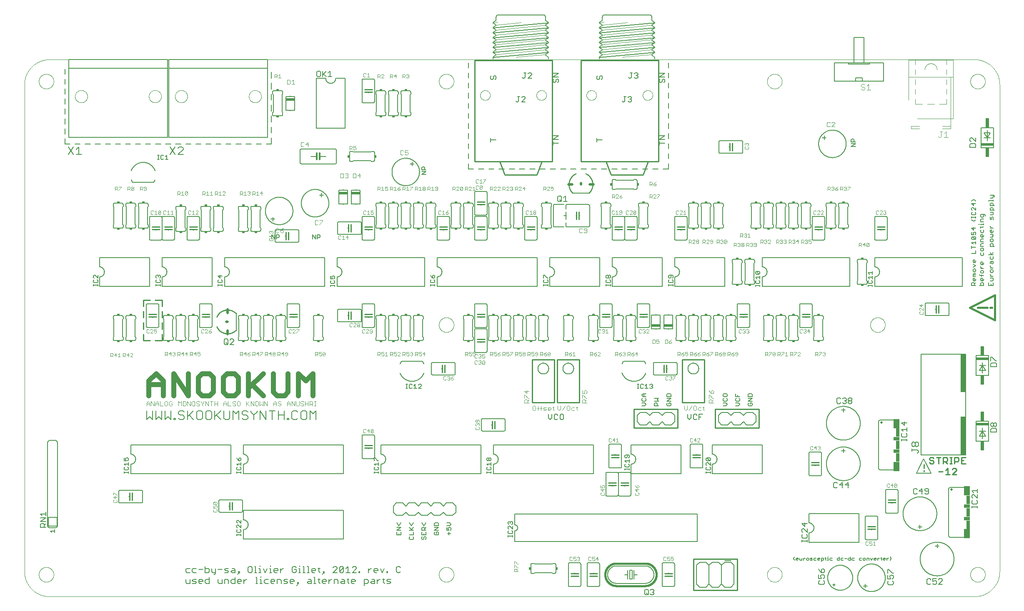
<source format=gto>
G75*
%MOIN*%
%OFA0B0*%
%FSLAX25Y25*%
%IPPOS*%
%LPD*%
%AMOC8*
5,1,8,0,0,1.08239X$1,22.5*
%
%ADD10C,0.00001*%
%ADD11C,0.00000*%
%ADD12C,0.01000*%
%ADD13C,0.01600*%
%ADD14C,0.00600*%
%ADD15C,0.00800*%
%ADD16C,0.00400*%
%ADD17C,0.00500*%
%ADD18C,0.03900*%
%ADD19R,0.01500X0.02000*%
%ADD20C,0.00300*%
%ADD21C,0.00700*%
%ADD22R,0.02000X0.01500*%
%ADD23R,0.07000X0.02000*%
%ADD24C,0.00394*%
%ADD25C,0.02000*%
%ADD26R,0.05000X0.07500*%
%ADD27R,0.03000X0.07000*%
%ADD28R,0.05000X0.03000*%
%ADD29R,0.10000X0.02000*%
%ADD30R,0.03000X0.07500*%
%ADD31C,0.00060*%
%ADD32C,0.02000*%
%ADD33C,0.01200*%
%ADD34C,0.00900*%
%ADD35C,0.01100*%
%ADD36C,0.00787*%
%ADD37R,0.03937X0.30512*%
D10*
X0001800Y0411800D02*
X0001806Y0412283D01*
X0001823Y0412766D01*
X0001853Y0413248D01*
X0001893Y0413730D01*
X0001946Y0414210D01*
X0002010Y0414689D01*
X0002085Y0415167D01*
X0002173Y0415642D01*
X0002271Y0416115D01*
X0002381Y0416586D01*
X0002502Y0417054D01*
X0002635Y0417519D01*
X0002779Y0417980D01*
X0002934Y0418438D01*
X0003100Y0418892D01*
X0003276Y0419342D01*
X0003464Y0419787D01*
X0003662Y0420228D01*
X0003871Y0420664D01*
X0004091Y0421094D01*
X0004321Y0421520D01*
X0004561Y0421939D01*
X0004811Y0422353D01*
X0005071Y0422760D01*
X0005340Y0423161D01*
X0005620Y0423556D01*
X0005908Y0423943D01*
X0006206Y0424324D01*
X0006514Y0424697D01*
X0006830Y0425062D01*
X0007155Y0425420D01*
X0007488Y0425770D01*
X0007830Y0426112D01*
X0008180Y0426445D01*
X0008538Y0426770D01*
X0008903Y0427086D01*
X0009276Y0427394D01*
X0009657Y0427692D01*
X0010044Y0427980D01*
X0010439Y0428260D01*
X0010840Y0428529D01*
X0011247Y0428789D01*
X0011661Y0429039D01*
X0012080Y0429279D01*
X0012506Y0429509D01*
X0012936Y0429729D01*
X0013372Y0429938D01*
X0013813Y0430136D01*
X0014258Y0430324D01*
X0014708Y0430500D01*
X0015162Y0430666D01*
X0015620Y0430821D01*
X0016081Y0430965D01*
X0016546Y0431098D01*
X0017014Y0431219D01*
X0017485Y0431329D01*
X0017958Y0431427D01*
X0018433Y0431515D01*
X0018911Y0431590D01*
X0019390Y0431654D01*
X0019870Y0431707D01*
X0020352Y0431747D01*
X0020834Y0431777D01*
X0021317Y0431794D01*
X0021800Y0431800D01*
D11*
X0021800Y0001800D02*
X0761800Y0001800D01*
X0758394Y0019300D02*
X0758396Y0019453D01*
X0758402Y0019607D01*
X0758412Y0019760D01*
X0758426Y0019912D01*
X0758444Y0020065D01*
X0758466Y0020216D01*
X0758491Y0020367D01*
X0758521Y0020518D01*
X0758555Y0020668D01*
X0758592Y0020816D01*
X0758633Y0020964D01*
X0758678Y0021110D01*
X0758727Y0021256D01*
X0758780Y0021400D01*
X0758836Y0021542D01*
X0758896Y0021683D01*
X0758960Y0021823D01*
X0759027Y0021961D01*
X0759098Y0022097D01*
X0759173Y0022231D01*
X0759250Y0022363D01*
X0759332Y0022493D01*
X0759416Y0022621D01*
X0759504Y0022747D01*
X0759595Y0022870D01*
X0759689Y0022991D01*
X0759787Y0023109D01*
X0759887Y0023225D01*
X0759991Y0023338D01*
X0760097Y0023449D01*
X0760206Y0023557D01*
X0760318Y0023662D01*
X0760432Y0023763D01*
X0760550Y0023862D01*
X0760669Y0023958D01*
X0760791Y0024051D01*
X0760916Y0024140D01*
X0761043Y0024227D01*
X0761172Y0024309D01*
X0761303Y0024389D01*
X0761436Y0024465D01*
X0761571Y0024538D01*
X0761708Y0024607D01*
X0761847Y0024672D01*
X0761987Y0024734D01*
X0762129Y0024792D01*
X0762272Y0024847D01*
X0762417Y0024898D01*
X0762563Y0024945D01*
X0762710Y0024988D01*
X0762858Y0025027D01*
X0763007Y0025063D01*
X0763157Y0025094D01*
X0763308Y0025122D01*
X0763459Y0025146D01*
X0763612Y0025166D01*
X0763764Y0025182D01*
X0763917Y0025194D01*
X0764070Y0025202D01*
X0764223Y0025206D01*
X0764377Y0025206D01*
X0764530Y0025202D01*
X0764683Y0025194D01*
X0764836Y0025182D01*
X0764988Y0025166D01*
X0765141Y0025146D01*
X0765292Y0025122D01*
X0765443Y0025094D01*
X0765593Y0025063D01*
X0765742Y0025027D01*
X0765890Y0024988D01*
X0766037Y0024945D01*
X0766183Y0024898D01*
X0766328Y0024847D01*
X0766471Y0024792D01*
X0766613Y0024734D01*
X0766753Y0024672D01*
X0766892Y0024607D01*
X0767029Y0024538D01*
X0767164Y0024465D01*
X0767297Y0024389D01*
X0767428Y0024309D01*
X0767557Y0024227D01*
X0767684Y0024140D01*
X0767809Y0024051D01*
X0767931Y0023958D01*
X0768050Y0023862D01*
X0768168Y0023763D01*
X0768282Y0023662D01*
X0768394Y0023557D01*
X0768503Y0023449D01*
X0768609Y0023338D01*
X0768713Y0023225D01*
X0768813Y0023109D01*
X0768911Y0022991D01*
X0769005Y0022870D01*
X0769096Y0022747D01*
X0769184Y0022621D01*
X0769268Y0022493D01*
X0769350Y0022363D01*
X0769427Y0022231D01*
X0769502Y0022097D01*
X0769573Y0021961D01*
X0769640Y0021823D01*
X0769704Y0021683D01*
X0769764Y0021542D01*
X0769820Y0021400D01*
X0769873Y0021256D01*
X0769922Y0021110D01*
X0769967Y0020964D01*
X0770008Y0020816D01*
X0770045Y0020668D01*
X0770079Y0020518D01*
X0770109Y0020367D01*
X0770134Y0020216D01*
X0770156Y0020065D01*
X0770174Y0019912D01*
X0770188Y0019760D01*
X0770198Y0019607D01*
X0770204Y0019453D01*
X0770206Y0019300D01*
X0770204Y0019147D01*
X0770198Y0018993D01*
X0770188Y0018840D01*
X0770174Y0018688D01*
X0770156Y0018535D01*
X0770134Y0018384D01*
X0770109Y0018233D01*
X0770079Y0018082D01*
X0770045Y0017932D01*
X0770008Y0017784D01*
X0769967Y0017636D01*
X0769922Y0017490D01*
X0769873Y0017344D01*
X0769820Y0017200D01*
X0769764Y0017058D01*
X0769704Y0016917D01*
X0769640Y0016777D01*
X0769573Y0016639D01*
X0769502Y0016503D01*
X0769427Y0016369D01*
X0769350Y0016237D01*
X0769268Y0016107D01*
X0769184Y0015979D01*
X0769096Y0015853D01*
X0769005Y0015730D01*
X0768911Y0015609D01*
X0768813Y0015491D01*
X0768713Y0015375D01*
X0768609Y0015262D01*
X0768503Y0015151D01*
X0768394Y0015043D01*
X0768282Y0014938D01*
X0768168Y0014837D01*
X0768050Y0014738D01*
X0767931Y0014642D01*
X0767809Y0014549D01*
X0767684Y0014460D01*
X0767557Y0014373D01*
X0767428Y0014291D01*
X0767297Y0014211D01*
X0767164Y0014135D01*
X0767029Y0014062D01*
X0766892Y0013993D01*
X0766753Y0013928D01*
X0766613Y0013866D01*
X0766471Y0013808D01*
X0766328Y0013753D01*
X0766183Y0013702D01*
X0766037Y0013655D01*
X0765890Y0013612D01*
X0765742Y0013573D01*
X0765593Y0013537D01*
X0765443Y0013506D01*
X0765292Y0013478D01*
X0765141Y0013454D01*
X0764988Y0013434D01*
X0764836Y0013418D01*
X0764683Y0013406D01*
X0764530Y0013398D01*
X0764377Y0013394D01*
X0764223Y0013394D01*
X0764070Y0013398D01*
X0763917Y0013406D01*
X0763764Y0013418D01*
X0763612Y0013434D01*
X0763459Y0013454D01*
X0763308Y0013478D01*
X0763157Y0013506D01*
X0763007Y0013537D01*
X0762858Y0013573D01*
X0762710Y0013612D01*
X0762563Y0013655D01*
X0762417Y0013702D01*
X0762272Y0013753D01*
X0762129Y0013808D01*
X0761987Y0013866D01*
X0761847Y0013928D01*
X0761708Y0013993D01*
X0761571Y0014062D01*
X0761436Y0014135D01*
X0761303Y0014211D01*
X0761172Y0014291D01*
X0761043Y0014373D01*
X0760916Y0014460D01*
X0760791Y0014549D01*
X0760669Y0014642D01*
X0760550Y0014738D01*
X0760432Y0014837D01*
X0760318Y0014938D01*
X0760206Y0015043D01*
X0760097Y0015151D01*
X0759991Y0015262D01*
X0759887Y0015375D01*
X0759787Y0015491D01*
X0759689Y0015609D01*
X0759595Y0015730D01*
X0759504Y0015853D01*
X0759416Y0015979D01*
X0759332Y0016107D01*
X0759250Y0016237D01*
X0759173Y0016369D01*
X0759098Y0016503D01*
X0759027Y0016639D01*
X0758960Y0016777D01*
X0758896Y0016917D01*
X0758836Y0017058D01*
X0758780Y0017200D01*
X0758727Y0017344D01*
X0758678Y0017490D01*
X0758633Y0017636D01*
X0758592Y0017784D01*
X0758555Y0017932D01*
X0758521Y0018082D01*
X0758491Y0018233D01*
X0758466Y0018384D01*
X0758444Y0018535D01*
X0758426Y0018688D01*
X0758412Y0018840D01*
X0758402Y0018993D01*
X0758396Y0019147D01*
X0758394Y0019300D01*
X0761800Y0001800D02*
X0762283Y0001806D01*
X0762766Y0001823D01*
X0763249Y0001853D01*
X0763730Y0001893D01*
X0764211Y0001946D01*
X0764690Y0002010D01*
X0765167Y0002085D01*
X0765643Y0002173D01*
X0766116Y0002271D01*
X0766586Y0002381D01*
X0767054Y0002502D01*
X0767519Y0002635D01*
X0767980Y0002779D01*
X0768438Y0002934D01*
X0768892Y0003100D01*
X0769342Y0003277D01*
X0769787Y0003464D01*
X0770228Y0003663D01*
X0770664Y0003871D01*
X0771094Y0004091D01*
X0771520Y0004321D01*
X0771939Y0004561D01*
X0772353Y0004811D01*
X0772760Y0005071D01*
X0773161Y0005340D01*
X0773556Y0005620D01*
X0773943Y0005908D01*
X0774324Y0006207D01*
X0774697Y0006514D01*
X0775062Y0006830D01*
X0775420Y0007155D01*
X0775770Y0007488D01*
X0776112Y0007830D01*
X0776445Y0008180D01*
X0776770Y0008538D01*
X0777086Y0008903D01*
X0777393Y0009276D01*
X0777692Y0009657D01*
X0777980Y0010044D01*
X0778260Y0010439D01*
X0778529Y0010840D01*
X0778789Y0011247D01*
X0779039Y0011661D01*
X0779279Y0012080D01*
X0779509Y0012506D01*
X0779729Y0012936D01*
X0779937Y0013372D01*
X0780136Y0013813D01*
X0780323Y0014258D01*
X0780500Y0014708D01*
X0780666Y0015162D01*
X0780821Y0015620D01*
X0780965Y0016081D01*
X0781098Y0016546D01*
X0781219Y0017014D01*
X0781329Y0017484D01*
X0781427Y0017957D01*
X0781515Y0018433D01*
X0781590Y0018910D01*
X0781654Y0019389D01*
X0781707Y0019870D01*
X0781747Y0020351D01*
X0781777Y0020834D01*
X0781794Y0021317D01*
X0781800Y0021800D01*
X0781800Y0411800D01*
X0758394Y0414300D02*
X0758396Y0414453D01*
X0758402Y0414607D01*
X0758412Y0414760D01*
X0758426Y0414912D01*
X0758444Y0415065D01*
X0758466Y0415216D01*
X0758491Y0415367D01*
X0758521Y0415518D01*
X0758555Y0415668D01*
X0758592Y0415816D01*
X0758633Y0415964D01*
X0758678Y0416110D01*
X0758727Y0416256D01*
X0758780Y0416400D01*
X0758836Y0416542D01*
X0758896Y0416683D01*
X0758960Y0416823D01*
X0759027Y0416961D01*
X0759098Y0417097D01*
X0759173Y0417231D01*
X0759250Y0417363D01*
X0759332Y0417493D01*
X0759416Y0417621D01*
X0759504Y0417747D01*
X0759595Y0417870D01*
X0759689Y0417991D01*
X0759787Y0418109D01*
X0759887Y0418225D01*
X0759991Y0418338D01*
X0760097Y0418449D01*
X0760206Y0418557D01*
X0760318Y0418662D01*
X0760432Y0418763D01*
X0760550Y0418862D01*
X0760669Y0418958D01*
X0760791Y0419051D01*
X0760916Y0419140D01*
X0761043Y0419227D01*
X0761172Y0419309D01*
X0761303Y0419389D01*
X0761436Y0419465D01*
X0761571Y0419538D01*
X0761708Y0419607D01*
X0761847Y0419672D01*
X0761987Y0419734D01*
X0762129Y0419792D01*
X0762272Y0419847D01*
X0762417Y0419898D01*
X0762563Y0419945D01*
X0762710Y0419988D01*
X0762858Y0420027D01*
X0763007Y0420063D01*
X0763157Y0420094D01*
X0763308Y0420122D01*
X0763459Y0420146D01*
X0763612Y0420166D01*
X0763764Y0420182D01*
X0763917Y0420194D01*
X0764070Y0420202D01*
X0764223Y0420206D01*
X0764377Y0420206D01*
X0764530Y0420202D01*
X0764683Y0420194D01*
X0764836Y0420182D01*
X0764988Y0420166D01*
X0765141Y0420146D01*
X0765292Y0420122D01*
X0765443Y0420094D01*
X0765593Y0420063D01*
X0765742Y0420027D01*
X0765890Y0419988D01*
X0766037Y0419945D01*
X0766183Y0419898D01*
X0766328Y0419847D01*
X0766471Y0419792D01*
X0766613Y0419734D01*
X0766753Y0419672D01*
X0766892Y0419607D01*
X0767029Y0419538D01*
X0767164Y0419465D01*
X0767297Y0419389D01*
X0767428Y0419309D01*
X0767557Y0419227D01*
X0767684Y0419140D01*
X0767809Y0419051D01*
X0767931Y0418958D01*
X0768050Y0418862D01*
X0768168Y0418763D01*
X0768282Y0418662D01*
X0768394Y0418557D01*
X0768503Y0418449D01*
X0768609Y0418338D01*
X0768713Y0418225D01*
X0768813Y0418109D01*
X0768911Y0417991D01*
X0769005Y0417870D01*
X0769096Y0417747D01*
X0769184Y0417621D01*
X0769268Y0417493D01*
X0769350Y0417363D01*
X0769427Y0417231D01*
X0769502Y0417097D01*
X0769573Y0416961D01*
X0769640Y0416823D01*
X0769704Y0416683D01*
X0769764Y0416542D01*
X0769820Y0416400D01*
X0769873Y0416256D01*
X0769922Y0416110D01*
X0769967Y0415964D01*
X0770008Y0415816D01*
X0770045Y0415668D01*
X0770079Y0415518D01*
X0770109Y0415367D01*
X0770134Y0415216D01*
X0770156Y0415065D01*
X0770174Y0414912D01*
X0770188Y0414760D01*
X0770198Y0414607D01*
X0770204Y0414453D01*
X0770206Y0414300D01*
X0770204Y0414147D01*
X0770198Y0413993D01*
X0770188Y0413840D01*
X0770174Y0413688D01*
X0770156Y0413535D01*
X0770134Y0413384D01*
X0770109Y0413233D01*
X0770079Y0413082D01*
X0770045Y0412932D01*
X0770008Y0412784D01*
X0769967Y0412636D01*
X0769922Y0412490D01*
X0769873Y0412344D01*
X0769820Y0412200D01*
X0769764Y0412058D01*
X0769704Y0411917D01*
X0769640Y0411777D01*
X0769573Y0411639D01*
X0769502Y0411503D01*
X0769427Y0411369D01*
X0769350Y0411237D01*
X0769268Y0411107D01*
X0769184Y0410979D01*
X0769096Y0410853D01*
X0769005Y0410730D01*
X0768911Y0410609D01*
X0768813Y0410491D01*
X0768713Y0410375D01*
X0768609Y0410262D01*
X0768503Y0410151D01*
X0768394Y0410043D01*
X0768282Y0409938D01*
X0768168Y0409837D01*
X0768050Y0409738D01*
X0767931Y0409642D01*
X0767809Y0409549D01*
X0767684Y0409460D01*
X0767557Y0409373D01*
X0767428Y0409291D01*
X0767297Y0409211D01*
X0767164Y0409135D01*
X0767029Y0409062D01*
X0766892Y0408993D01*
X0766753Y0408928D01*
X0766613Y0408866D01*
X0766471Y0408808D01*
X0766328Y0408753D01*
X0766183Y0408702D01*
X0766037Y0408655D01*
X0765890Y0408612D01*
X0765742Y0408573D01*
X0765593Y0408537D01*
X0765443Y0408506D01*
X0765292Y0408478D01*
X0765141Y0408454D01*
X0764988Y0408434D01*
X0764836Y0408418D01*
X0764683Y0408406D01*
X0764530Y0408398D01*
X0764377Y0408394D01*
X0764223Y0408394D01*
X0764070Y0408398D01*
X0763917Y0408406D01*
X0763764Y0408418D01*
X0763612Y0408434D01*
X0763459Y0408454D01*
X0763308Y0408478D01*
X0763157Y0408506D01*
X0763007Y0408537D01*
X0762858Y0408573D01*
X0762710Y0408612D01*
X0762563Y0408655D01*
X0762417Y0408702D01*
X0762272Y0408753D01*
X0762129Y0408808D01*
X0761987Y0408866D01*
X0761847Y0408928D01*
X0761708Y0408993D01*
X0761571Y0409062D01*
X0761436Y0409135D01*
X0761303Y0409211D01*
X0761172Y0409291D01*
X0761043Y0409373D01*
X0760916Y0409460D01*
X0760791Y0409549D01*
X0760669Y0409642D01*
X0760550Y0409738D01*
X0760432Y0409837D01*
X0760318Y0409938D01*
X0760206Y0410043D01*
X0760097Y0410151D01*
X0759991Y0410262D01*
X0759887Y0410375D01*
X0759787Y0410491D01*
X0759689Y0410609D01*
X0759595Y0410730D01*
X0759504Y0410853D01*
X0759416Y0410979D01*
X0759332Y0411107D01*
X0759250Y0411237D01*
X0759173Y0411369D01*
X0759098Y0411503D01*
X0759027Y0411639D01*
X0758960Y0411777D01*
X0758896Y0411917D01*
X0758836Y0412058D01*
X0758780Y0412200D01*
X0758727Y0412344D01*
X0758678Y0412490D01*
X0758633Y0412636D01*
X0758592Y0412784D01*
X0758555Y0412932D01*
X0758521Y0413082D01*
X0758491Y0413233D01*
X0758466Y0413384D01*
X0758444Y0413535D01*
X0758426Y0413688D01*
X0758412Y0413840D01*
X0758402Y0413993D01*
X0758396Y0414147D01*
X0758394Y0414300D01*
X0761800Y0431800D02*
X0762283Y0431794D01*
X0762766Y0431777D01*
X0763249Y0431747D01*
X0763730Y0431707D01*
X0764211Y0431654D01*
X0764690Y0431590D01*
X0765167Y0431515D01*
X0765643Y0431427D01*
X0766116Y0431329D01*
X0766586Y0431219D01*
X0767054Y0431098D01*
X0767519Y0430965D01*
X0767980Y0430821D01*
X0768438Y0430666D01*
X0768892Y0430500D01*
X0769342Y0430323D01*
X0769787Y0430136D01*
X0770228Y0429937D01*
X0770664Y0429729D01*
X0771094Y0429509D01*
X0771520Y0429279D01*
X0771939Y0429039D01*
X0772353Y0428789D01*
X0772760Y0428529D01*
X0773161Y0428260D01*
X0773556Y0427980D01*
X0773943Y0427692D01*
X0774324Y0427393D01*
X0774697Y0427086D01*
X0775062Y0426770D01*
X0775420Y0426445D01*
X0775770Y0426112D01*
X0776112Y0425770D01*
X0776445Y0425420D01*
X0776770Y0425062D01*
X0777086Y0424697D01*
X0777393Y0424324D01*
X0777692Y0423943D01*
X0777980Y0423556D01*
X0778260Y0423161D01*
X0778529Y0422760D01*
X0778789Y0422353D01*
X0779039Y0421939D01*
X0779279Y0421520D01*
X0779509Y0421094D01*
X0779729Y0420664D01*
X0779937Y0420228D01*
X0780136Y0419787D01*
X0780323Y0419342D01*
X0780500Y0418892D01*
X0780666Y0418438D01*
X0780821Y0417980D01*
X0780965Y0417519D01*
X0781098Y0417054D01*
X0781219Y0416586D01*
X0781329Y0416116D01*
X0781427Y0415643D01*
X0781515Y0415167D01*
X0781590Y0414690D01*
X0781654Y0414211D01*
X0781707Y0413730D01*
X0781747Y0413249D01*
X0781777Y0412766D01*
X0781794Y0412283D01*
X0781800Y0411800D01*
X0761800Y0431800D02*
X0021800Y0431800D01*
X0013394Y0414300D02*
X0013396Y0414453D01*
X0013402Y0414607D01*
X0013412Y0414760D01*
X0013426Y0414912D01*
X0013444Y0415065D01*
X0013466Y0415216D01*
X0013491Y0415367D01*
X0013521Y0415518D01*
X0013555Y0415668D01*
X0013592Y0415816D01*
X0013633Y0415964D01*
X0013678Y0416110D01*
X0013727Y0416256D01*
X0013780Y0416400D01*
X0013836Y0416542D01*
X0013896Y0416683D01*
X0013960Y0416823D01*
X0014027Y0416961D01*
X0014098Y0417097D01*
X0014173Y0417231D01*
X0014250Y0417363D01*
X0014332Y0417493D01*
X0014416Y0417621D01*
X0014504Y0417747D01*
X0014595Y0417870D01*
X0014689Y0417991D01*
X0014787Y0418109D01*
X0014887Y0418225D01*
X0014991Y0418338D01*
X0015097Y0418449D01*
X0015206Y0418557D01*
X0015318Y0418662D01*
X0015432Y0418763D01*
X0015550Y0418862D01*
X0015669Y0418958D01*
X0015791Y0419051D01*
X0015916Y0419140D01*
X0016043Y0419227D01*
X0016172Y0419309D01*
X0016303Y0419389D01*
X0016436Y0419465D01*
X0016571Y0419538D01*
X0016708Y0419607D01*
X0016847Y0419672D01*
X0016987Y0419734D01*
X0017129Y0419792D01*
X0017272Y0419847D01*
X0017417Y0419898D01*
X0017563Y0419945D01*
X0017710Y0419988D01*
X0017858Y0420027D01*
X0018007Y0420063D01*
X0018157Y0420094D01*
X0018308Y0420122D01*
X0018459Y0420146D01*
X0018612Y0420166D01*
X0018764Y0420182D01*
X0018917Y0420194D01*
X0019070Y0420202D01*
X0019223Y0420206D01*
X0019377Y0420206D01*
X0019530Y0420202D01*
X0019683Y0420194D01*
X0019836Y0420182D01*
X0019988Y0420166D01*
X0020141Y0420146D01*
X0020292Y0420122D01*
X0020443Y0420094D01*
X0020593Y0420063D01*
X0020742Y0420027D01*
X0020890Y0419988D01*
X0021037Y0419945D01*
X0021183Y0419898D01*
X0021328Y0419847D01*
X0021471Y0419792D01*
X0021613Y0419734D01*
X0021753Y0419672D01*
X0021892Y0419607D01*
X0022029Y0419538D01*
X0022164Y0419465D01*
X0022297Y0419389D01*
X0022428Y0419309D01*
X0022557Y0419227D01*
X0022684Y0419140D01*
X0022809Y0419051D01*
X0022931Y0418958D01*
X0023050Y0418862D01*
X0023168Y0418763D01*
X0023282Y0418662D01*
X0023394Y0418557D01*
X0023503Y0418449D01*
X0023609Y0418338D01*
X0023713Y0418225D01*
X0023813Y0418109D01*
X0023911Y0417991D01*
X0024005Y0417870D01*
X0024096Y0417747D01*
X0024184Y0417621D01*
X0024268Y0417493D01*
X0024350Y0417363D01*
X0024427Y0417231D01*
X0024502Y0417097D01*
X0024573Y0416961D01*
X0024640Y0416823D01*
X0024704Y0416683D01*
X0024764Y0416542D01*
X0024820Y0416400D01*
X0024873Y0416256D01*
X0024922Y0416110D01*
X0024967Y0415964D01*
X0025008Y0415816D01*
X0025045Y0415668D01*
X0025079Y0415518D01*
X0025109Y0415367D01*
X0025134Y0415216D01*
X0025156Y0415065D01*
X0025174Y0414912D01*
X0025188Y0414760D01*
X0025198Y0414607D01*
X0025204Y0414453D01*
X0025206Y0414300D01*
X0025204Y0414147D01*
X0025198Y0413993D01*
X0025188Y0413840D01*
X0025174Y0413688D01*
X0025156Y0413535D01*
X0025134Y0413384D01*
X0025109Y0413233D01*
X0025079Y0413082D01*
X0025045Y0412932D01*
X0025008Y0412784D01*
X0024967Y0412636D01*
X0024922Y0412490D01*
X0024873Y0412344D01*
X0024820Y0412200D01*
X0024764Y0412058D01*
X0024704Y0411917D01*
X0024640Y0411777D01*
X0024573Y0411639D01*
X0024502Y0411503D01*
X0024427Y0411369D01*
X0024350Y0411237D01*
X0024268Y0411107D01*
X0024184Y0410979D01*
X0024096Y0410853D01*
X0024005Y0410730D01*
X0023911Y0410609D01*
X0023813Y0410491D01*
X0023713Y0410375D01*
X0023609Y0410262D01*
X0023503Y0410151D01*
X0023394Y0410043D01*
X0023282Y0409938D01*
X0023168Y0409837D01*
X0023050Y0409738D01*
X0022931Y0409642D01*
X0022809Y0409549D01*
X0022684Y0409460D01*
X0022557Y0409373D01*
X0022428Y0409291D01*
X0022297Y0409211D01*
X0022164Y0409135D01*
X0022029Y0409062D01*
X0021892Y0408993D01*
X0021753Y0408928D01*
X0021613Y0408866D01*
X0021471Y0408808D01*
X0021328Y0408753D01*
X0021183Y0408702D01*
X0021037Y0408655D01*
X0020890Y0408612D01*
X0020742Y0408573D01*
X0020593Y0408537D01*
X0020443Y0408506D01*
X0020292Y0408478D01*
X0020141Y0408454D01*
X0019988Y0408434D01*
X0019836Y0408418D01*
X0019683Y0408406D01*
X0019530Y0408398D01*
X0019377Y0408394D01*
X0019223Y0408394D01*
X0019070Y0408398D01*
X0018917Y0408406D01*
X0018764Y0408418D01*
X0018612Y0408434D01*
X0018459Y0408454D01*
X0018308Y0408478D01*
X0018157Y0408506D01*
X0018007Y0408537D01*
X0017858Y0408573D01*
X0017710Y0408612D01*
X0017563Y0408655D01*
X0017417Y0408702D01*
X0017272Y0408753D01*
X0017129Y0408808D01*
X0016987Y0408866D01*
X0016847Y0408928D01*
X0016708Y0408993D01*
X0016571Y0409062D01*
X0016436Y0409135D01*
X0016303Y0409211D01*
X0016172Y0409291D01*
X0016043Y0409373D01*
X0015916Y0409460D01*
X0015791Y0409549D01*
X0015669Y0409642D01*
X0015550Y0409738D01*
X0015432Y0409837D01*
X0015318Y0409938D01*
X0015206Y0410043D01*
X0015097Y0410151D01*
X0014991Y0410262D01*
X0014887Y0410375D01*
X0014787Y0410491D01*
X0014689Y0410609D01*
X0014595Y0410730D01*
X0014504Y0410853D01*
X0014416Y0410979D01*
X0014332Y0411107D01*
X0014250Y0411237D01*
X0014173Y0411369D01*
X0014098Y0411503D01*
X0014027Y0411639D01*
X0013960Y0411777D01*
X0013896Y0411917D01*
X0013836Y0412058D01*
X0013780Y0412200D01*
X0013727Y0412344D01*
X0013678Y0412490D01*
X0013633Y0412636D01*
X0013592Y0412784D01*
X0013555Y0412932D01*
X0013521Y0413082D01*
X0013491Y0413233D01*
X0013466Y0413384D01*
X0013444Y0413535D01*
X0013426Y0413688D01*
X0013412Y0413840D01*
X0013402Y0413993D01*
X0013396Y0414147D01*
X0013394Y0414300D01*
X0001800Y0411800D02*
X0001800Y0021800D01*
X0013394Y0019300D02*
X0013396Y0019453D01*
X0013402Y0019607D01*
X0013412Y0019760D01*
X0013426Y0019912D01*
X0013444Y0020065D01*
X0013466Y0020216D01*
X0013491Y0020367D01*
X0013521Y0020518D01*
X0013555Y0020668D01*
X0013592Y0020816D01*
X0013633Y0020964D01*
X0013678Y0021110D01*
X0013727Y0021256D01*
X0013780Y0021400D01*
X0013836Y0021542D01*
X0013896Y0021683D01*
X0013960Y0021823D01*
X0014027Y0021961D01*
X0014098Y0022097D01*
X0014173Y0022231D01*
X0014250Y0022363D01*
X0014332Y0022493D01*
X0014416Y0022621D01*
X0014504Y0022747D01*
X0014595Y0022870D01*
X0014689Y0022991D01*
X0014787Y0023109D01*
X0014887Y0023225D01*
X0014991Y0023338D01*
X0015097Y0023449D01*
X0015206Y0023557D01*
X0015318Y0023662D01*
X0015432Y0023763D01*
X0015550Y0023862D01*
X0015669Y0023958D01*
X0015791Y0024051D01*
X0015916Y0024140D01*
X0016043Y0024227D01*
X0016172Y0024309D01*
X0016303Y0024389D01*
X0016436Y0024465D01*
X0016571Y0024538D01*
X0016708Y0024607D01*
X0016847Y0024672D01*
X0016987Y0024734D01*
X0017129Y0024792D01*
X0017272Y0024847D01*
X0017417Y0024898D01*
X0017563Y0024945D01*
X0017710Y0024988D01*
X0017858Y0025027D01*
X0018007Y0025063D01*
X0018157Y0025094D01*
X0018308Y0025122D01*
X0018459Y0025146D01*
X0018612Y0025166D01*
X0018764Y0025182D01*
X0018917Y0025194D01*
X0019070Y0025202D01*
X0019223Y0025206D01*
X0019377Y0025206D01*
X0019530Y0025202D01*
X0019683Y0025194D01*
X0019836Y0025182D01*
X0019988Y0025166D01*
X0020141Y0025146D01*
X0020292Y0025122D01*
X0020443Y0025094D01*
X0020593Y0025063D01*
X0020742Y0025027D01*
X0020890Y0024988D01*
X0021037Y0024945D01*
X0021183Y0024898D01*
X0021328Y0024847D01*
X0021471Y0024792D01*
X0021613Y0024734D01*
X0021753Y0024672D01*
X0021892Y0024607D01*
X0022029Y0024538D01*
X0022164Y0024465D01*
X0022297Y0024389D01*
X0022428Y0024309D01*
X0022557Y0024227D01*
X0022684Y0024140D01*
X0022809Y0024051D01*
X0022931Y0023958D01*
X0023050Y0023862D01*
X0023168Y0023763D01*
X0023282Y0023662D01*
X0023394Y0023557D01*
X0023503Y0023449D01*
X0023609Y0023338D01*
X0023713Y0023225D01*
X0023813Y0023109D01*
X0023911Y0022991D01*
X0024005Y0022870D01*
X0024096Y0022747D01*
X0024184Y0022621D01*
X0024268Y0022493D01*
X0024350Y0022363D01*
X0024427Y0022231D01*
X0024502Y0022097D01*
X0024573Y0021961D01*
X0024640Y0021823D01*
X0024704Y0021683D01*
X0024764Y0021542D01*
X0024820Y0021400D01*
X0024873Y0021256D01*
X0024922Y0021110D01*
X0024967Y0020964D01*
X0025008Y0020816D01*
X0025045Y0020668D01*
X0025079Y0020518D01*
X0025109Y0020367D01*
X0025134Y0020216D01*
X0025156Y0020065D01*
X0025174Y0019912D01*
X0025188Y0019760D01*
X0025198Y0019607D01*
X0025204Y0019453D01*
X0025206Y0019300D01*
X0025204Y0019147D01*
X0025198Y0018993D01*
X0025188Y0018840D01*
X0025174Y0018688D01*
X0025156Y0018535D01*
X0025134Y0018384D01*
X0025109Y0018233D01*
X0025079Y0018082D01*
X0025045Y0017932D01*
X0025008Y0017784D01*
X0024967Y0017636D01*
X0024922Y0017490D01*
X0024873Y0017344D01*
X0024820Y0017200D01*
X0024764Y0017058D01*
X0024704Y0016917D01*
X0024640Y0016777D01*
X0024573Y0016639D01*
X0024502Y0016503D01*
X0024427Y0016369D01*
X0024350Y0016237D01*
X0024268Y0016107D01*
X0024184Y0015979D01*
X0024096Y0015853D01*
X0024005Y0015730D01*
X0023911Y0015609D01*
X0023813Y0015491D01*
X0023713Y0015375D01*
X0023609Y0015262D01*
X0023503Y0015151D01*
X0023394Y0015043D01*
X0023282Y0014938D01*
X0023168Y0014837D01*
X0023050Y0014738D01*
X0022931Y0014642D01*
X0022809Y0014549D01*
X0022684Y0014460D01*
X0022557Y0014373D01*
X0022428Y0014291D01*
X0022297Y0014211D01*
X0022164Y0014135D01*
X0022029Y0014062D01*
X0021892Y0013993D01*
X0021753Y0013928D01*
X0021613Y0013866D01*
X0021471Y0013808D01*
X0021328Y0013753D01*
X0021183Y0013702D01*
X0021037Y0013655D01*
X0020890Y0013612D01*
X0020742Y0013573D01*
X0020593Y0013537D01*
X0020443Y0013506D01*
X0020292Y0013478D01*
X0020141Y0013454D01*
X0019988Y0013434D01*
X0019836Y0013418D01*
X0019683Y0013406D01*
X0019530Y0013398D01*
X0019377Y0013394D01*
X0019223Y0013394D01*
X0019070Y0013398D01*
X0018917Y0013406D01*
X0018764Y0013418D01*
X0018612Y0013434D01*
X0018459Y0013454D01*
X0018308Y0013478D01*
X0018157Y0013506D01*
X0018007Y0013537D01*
X0017858Y0013573D01*
X0017710Y0013612D01*
X0017563Y0013655D01*
X0017417Y0013702D01*
X0017272Y0013753D01*
X0017129Y0013808D01*
X0016987Y0013866D01*
X0016847Y0013928D01*
X0016708Y0013993D01*
X0016571Y0014062D01*
X0016436Y0014135D01*
X0016303Y0014211D01*
X0016172Y0014291D01*
X0016043Y0014373D01*
X0015916Y0014460D01*
X0015791Y0014549D01*
X0015669Y0014642D01*
X0015550Y0014738D01*
X0015432Y0014837D01*
X0015318Y0014938D01*
X0015206Y0015043D01*
X0015097Y0015151D01*
X0014991Y0015262D01*
X0014887Y0015375D01*
X0014787Y0015491D01*
X0014689Y0015609D01*
X0014595Y0015730D01*
X0014504Y0015853D01*
X0014416Y0015979D01*
X0014332Y0016107D01*
X0014250Y0016237D01*
X0014173Y0016369D01*
X0014098Y0016503D01*
X0014027Y0016639D01*
X0013960Y0016777D01*
X0013896Y0016917D01*
X0013836Y0017058D01*
X0013780Y0017200D01*
X0013727Y0017344D01*
X0013678Y0017490D01*
X0013633Y0017636D01*
X0013592Y0017784D01*
X0013555Y0017932D01*
X0013521Y0018082D01*
X0013491Y0018233D01*
X0013466Y0018384D01*
X0013444Y0018535D01*
X0013426Y0018688D01*
X0013412Y0018840D01*
X0013402Y0018993D01*
X0013396Y0019147D01*
X0013394Y0019300D01*
X0001800Y0021800D02*
X0001806Y0021317D01*
X0001823Y0020834D01*
X0001853Y0020351D01*
X0001893Y0019870D01*
X0001946Y0019389D01*
X0002010Y0018910D01*
X0002085Y0018433D01*
X0002173Y0017957D01*
X0002271Y0017484D01*
X0002381Y0017014D01*
X0002502Y0016546D01*
X0002635Y0016081D01*
X0002779Y0015620D01*
X0002934Y0015162D01*
X0003100Y0014708D01*
X0003277Y0014258D01*
X0003464Y0013813D01*
X0003663Y0013372D01*
X0003871Y0012936D01*
X0004091Y0012506D01*
X0004321Y0012080D01*
X0004561Y0011661D01*
X0004811Y0011247D01*
X0005071Y0010840D01*
X0005340Y0010439D01*
X0005620Y0010044D01*
X0005908Y0009657D01*
X0006207Y0009276D01*
X0006514Y0008903D01*
X0006830Y0008538D01*
X0007155Y0008180D01*
X0007488Y0007830D01*
X0007830Y0007488D01*
X0008180Y0007155D01*
X0008538Y0006830D01*
X0008903Y0006514D01*
X0009276Y0006207D01*
X0009657Y0005908D01*
X0010044Y0005620D01*
X0010439Y0005340D01*
X0010840Y0005071D01*
X0011247Y0004811D01*
X0011661Y0004561D01*
X0012080Y0004321D01*
X0012506Y0004091D01*
X0012936Y0003871D01*
X0013372Y0003663D01*
X0013813Y0003464D01*
X0014258Y0003277D01*
X0014708Y0003100D01*
X0015162Y0002934D01*
X0015620Y0002779D01*
X0016081Y0002635D01*
X0016546Y0002502D01*
X0017014Y0002381D01*
X0017484Y0002271D01*
X0017957Y0002173D01*
X0018433Y0002085D01*
X0018910Y0002010D01*
X0019389Y0001946D01*
X0019870Y0001893D01*
X0020351Y0001853D01*
X0020834Y0001823D01*
X0021317Y0001806D01*
X0021800Y0001800D01*
X0333394Y0019300D02*
X0333396Y0019453D01*
X0333402Y0019607D01*
X0333412Y0019760D01*
X0333426Y0019912D01*
X0333444Y0020065D01*
X0333466Y0020216D01*
X0333491Y0020367D01*
X0333521Y0020518D01*
X0333555Y0020668D01*
X0333592Y0020816D01*
X0333633Y0020964D01*
X0333678Y0021110D01*
X0333727Y0021256D01*
X0333780Y0021400D01*
X0333836Y0021542D01*
X0333896Y0021683D01*
X0333960Y0021823D01*
X0334027Y0021961D01*
X0334098Y0022097D01*
X0334173Y0022231D01*
X0334250Y0022363D01*
X0334332Y0022493D01*
X0334416Y0022621D01*
X0334504Y0022747D01*
X0334595Y0022870D01*
X0334689Y0022991D01*
X0334787Y0023109D01*
X0334887Y0023225D01*
X0334991Y0023338D01*
X0335097Y0023449D01*
X0335206Y0023557D01*
X0335318Y0023662D01*
X0335432Y0023763D01*
X0335550Y0023862D01*
X0335669Y0023958D01*
X0335791Y0024051D01*
X0335916Y0024140D01*
X0336043Y0024227D01*
X0336172Y0024309D01*
X0336303Y0024389D01*
X0336436Y0024465D01*
X0336571Y0024538D01*
X0336708Y0024607D01*
X0336847Y0024672D01*
X0336987Y0024734D01*
X0337129Y0024792D01*
X0337272Y0024847D01*
X0337417Y0024898D01*
X0337563Y0024945D01*
X0337710Y0024988D01*
X0337858Y0025027D01*
X0338007Y0025063D01*
X0338157Y0025094D01*
X0338308Y0025122D01*
X0338459Y0025146D01*
X0338612Y0025166D01*
X0338764Y0025182D01*
X0338917Y0025194D01*
X0339070Y0025202D01*
X0339223Y0025206D01*
X0339377Y0025206D01*
X0339530Y0025202D01*
X0339683Y0025194D01*
X0339836Y0025182D01*
X0339988Y0025166D01*
X0340141Y0025146D01*
X0340292Y0025122D01*
X0340443Y0025094D01*
X0340593Y0025063D01*
X0340742Y0025027D01*
X0340890Y0024988D01*
X0341037Y0024945D01*
X0341183Y0024898D01*
X0341328Y0024847D01*
X0341471Y0024792D01*
X0341613Y0024734D01*
X0341753Y0024672D01*
X0341892Y0024607D01*
X0342029Y0024538D01*
X0342164Y0024465D01*
X0342297Y0024389D01*
X0342428Y0024309D01*
X0342557Y0024227D01*
X0342684Y0024140D01*
X0342809Y0024051D01*
X0342931Y0023958D01*
X0343050Y0023862D01*
X0343168Y0023763D01*
X0343282Y0023662D01*
X0343394Y0023557D01*
X0343503Y0023449D01*
X0343609Y0023338D01*
X0343713Y0023225D01*
X0343813Y0023109D01*
X0343911Y0022991D01*
X0344005Y0022870D01*
X0344096Y0022747D01*
X0344184Y0022621D01*
X0344268Y0022493D01*
X0344350Y0022363D01*
X0344427Y0022231D01*
X0344502Y0022097D01*
X0344573Y0021961D01*
X0344640Y0021823D01*
X0344704Y0021683D01*
X0344764Y0021542D01*
X0344820Y0021400D01*
X0344873Y0021256D01*
X0344922Y0021110D01*
X0344967Y0020964D01*
X0345008Y0020816D01*
X0345045Y0020668D01*
X0345079Y0020518D01*
X0345109Y0020367D01*
X0345134Y0020216D01*
X0345156Y0020065D01*
X0345174Y0019912D01*
X0345188Y0019760D01*
X0345198Y0019607D01*
X0345204Y0019453D01*
X0345206Y0019300D01*
X0345204Y0019147D01*
X0345198Y0018993D01*
X0345188Y0018840D01*
X0345174Y0018688D01*
X0345156Y0018535D01*
X0345134Y0018384D01*
X0345109Y0018233D01*
X0345079Y0018082D01*
X0345045Y0017932D01*
X0345008Y0017784D01*
X0344967Y0017636D01*
X0344922Y0017490D01*
X0344873Y0017344D01*
X0344820Y0017200D01*
X0344764Y0017058D01*
X0344704Y0016917D01*
X0344640Y0016777D01*
X0344573Y0016639D01*
X0344502Y0016503D01*
X0344427Y0016369D01*
X0344350Y0016237D01*
X0344268Y0016107D01*
X0344184Y0015979D01*
X0344096Y0015853D01*
X0344005Y0015730D01*
X0343911Y0015609D01*
X0343813Y0015491D01*
X0343713Y0015375D01*
X0343609Y0015262D01*
X0343503Y0015151D01*
X0343394Y0015043D01*
X0343282Y0014938D01*
X0343168Y0014837D01*
X0343050Y0014738D01*
X0342931Y0014642D01*
X0342809Y0014549D01*
X0342684Y0014460D01*
X0342557Y0014373D01*
X0342428Y0014291D01*
X0342297Y0014211D01*
X0342164Y0014135D01*
X0342029Y0014062D01*
X0341892Y0013993D01*
X0341753Y0013928D01*
X0341613Y0013866D01*
X0341471Y0013808D01*
X0341328Y0013753D01*
X0341183Y0013702D01*
X0341037Y0013655D01*
X0340890Y0013612D01*
X0340742Y0013573D01*
X0340593Y0013537D01*
X0340443Y0013506D01*
X0340292Y0013478D01*
X0340141Y0013454D01*
X0339988Y0013434D01*
X0339836Y0013418D01*
X0339683Y0013406D01*
X0339530Y0013398D01*
X0339377Y0013394D01*
X0339223Y0013394D01*
X0339070Y0013398D01*
X0338917Y0013406D01*
X0338764Y0013418D01*
X0338612Y0013434D01*
X0338459Y0013454D01*
X0338308Y0013478D01*
X0338157Y0013506D01*
X0338007Y0013537D01*
X0337858Y0013573D01*
X0337710Y0013612D01*
X0337563Y0013655D01*
X0337417Y0013702D01*
X0337272Y0013753D01*
X0337129Y0013808D01*
X0336987Y0013866D01*
X0336847Y0013928D01*
X0336708Y0013993D01*
X0336571Y0014062D01*
X0336436Y0014135D01*
X0336303Y0014211D01*
X0336172Y0014291D01*
X0336043Y0014373D01*
X0335916Y0014460D01*
X0335791Y0014549D01*
X0335669Y0014642D01*
X0335550Y0014738D01*
X0335432Y0014837D01*
X0335318Y0014938D01*
X0335206Y0015043D01*
X0335097Y0015151D01*
X0334991Y0015262D01*
X0334887Y0015375D01*
X0334787Y0015491D01*
X0334689Y0015609D01*
X0334595Y0015730D01*
X0334504Y0015853D01*
X0334416Y0015979D01*
X0334332Y0016107D01*
X0334250Y0016237D01*
X0334173Y0016369D01*
X0334098Y0016503D01*
X0334027Y0016639D01*
X0333960Y0016777D01*
X0333896Y0016917D01*
X0333836Y0017058D01*
X0333780Y0017200D01*
X0333727Y0017344D01*
X0333678Y0017490D01*
X0333633Y0017636D01*
X0333592Y0017784D01*
X0333555Y0017932D01*
X0333521Y0018082D01*
X0333491Y0018233D01*
X0333466Y0018384D01*
X0333444Y0018535D01*
X0333426Y0018688D01*
X0333412Y0018840D01*
X0333402Y0018993D01*
X0333396Y0019147D01*
X0333394Y0019300D01*
X0595894Y0019300D02*
X0595896Y0019453D01*
X0595902Y0019607D01*
X0595912Y0019760D01*
X0595926Y0019912D01*
X0595944Y0020065D01*
X0595966Y0020216D01*
X0595991Y0020367D01*
X0596021Y0020518D01*
X0596055Y0020668D01*
X0596092Y0020816D01*
X0596133Y0020964D01*
X0596178Y0021110D01*
X0596227Y0021256D01*
X0596280Y0021400D01*
X0596336Y0021542D01*
X0596396Y0021683D01*
X0596460Y0021823D01*
X0596527Y0021961D01*
X0596598Y0022097D01*
X0596673Y0022231D01*
X0596750Y0022363D01*
X0596832Y0022493D01*
X0596916Y0022621D01*
X0597004Y0022747D01*
X0597095Y0022870D01*
X0597189Y0022991D01*
X0597287Y0023109D01*
X0597387Y0023225D01*
X0597491Y0023338D01*
X0597597Y0023449D01*
X0597706Y0023557D01*
X0597818Y0023662D01*
X0597932Y0023763D01*
X0598050Y0023862D01*
X0598169Y0023958D01*
X0598291Y0024051D01*
X0598416Y0024140D01*
X0598543Y0024227D01*
X0598672Y0024309D01*
X0598803Y0024389D01*
X0598936Y0024465D01*
X0599071Y0024538D01*
X0599208Y0024607D01*
X0599347Y0024672D01*
X0599487Y0024734D01*
X0599629Y0024792D01*
X0599772Y0024847D01*
X0599917Y0024898D01*
X0600063Y0024945D01*
X0600210Y0024988D01*
X0600358Y0025027D01*
X0600507Y0025063D01*
X0600657Y0025094D01*
X0600808Y0025122D01*
X0600959Y0025146D01*
X0601112Y0025166D01*
X0601264Y0025182D01*
X0601417Y0025194D01*
X0601570Y0025202D01*
X0601723Y0025206D01*
X0601877Y0025206D01*
X0602030Y0025202D01*
X0602183Y0025194D01*
X0602336Y0025182D01*
X0602488Y0025166D01*
X0602641Y0025146D01*
X0602792Y0025122D01*
X0602943Y0025094D01*
X0603093Y0025063D01*
X0603242Y0025027D01*
X0603390Y0024988D01*
X0603537Y0024945D01*
X0603683Y0024898D01*
X0603828Y0024847D01*
X0603971Y0024792D01*
X0604113Y0024734D01*
X0604253Y0024672D01*
X0604392Y0024607D01*
X0604529Y0024538D01*
X0604664Y0024465D01*
X0604797Y0024389D01*
X0604928Y0024309D01*
X0605057Y0024227D01*
X0605184Y0024140D01*
X0605309Y0024051D01*
X0605431Y0023958D01*
X0605550Y0023862D01*
X0605668Y0023763D01*
X0605782Y0023662D01*
X0605894Y0023557D01*
X0606003Y0023449D01*
X0606109Y0023338D01*
X0606213Y0023225D01*
X0606313Y0023109D01*
X0606411Y0022991D01*
X0606505Y0022870D01*
X0606596Y0022747D01*
X0606684Y0022621D01*
X0606768Y0022493D01*
X0606850Y0022363D01*
X0606927Y0022231D01*
X0607002Y0022097D01*
X0607073Y0021961D01*
X0607140Y0021823D01*
X0607204Y0021683D01*
X0607264Y0021542D01*
X0607320Y0021400D01*
X0607373Y0021256D01*
X0607422Y0021110D01*
X0607467Y0020964D01*
X0607508Y0020816D01*
X0607545Y0020668D01*
X0607579Y0020518D01*
X0607609Y0020367D01*
X0607634Y0020216D01*
X0607656Y0020065D01*
X0607674Y0019912D01*
X0607688Y0019760D01*
X0607698Y0019607D01*
X0607704Y0019453D01*
X0607706Y0019300D01*
X0607704Y0019147D01*
X0607698Y0018993D01*
X0607688Y0018840D01*
X0607674Y0018688D01*
X0607656Y0018535D01*
X0607634Y0018384D01*
X0607609Y0018233D01*
X0607579Y0018082D01*
X0607545Y0017932D01*
X0607508Y0017784D01*
X0607467Y0017636D01*
X0607422Y0017490D01*
X0607373Y0017344D01*
X0607320Y0017200D01*
X0607264Y0017058D01*
X0607204Y0016917D01*
X0607140Y0016777D01*
X0607073Y0016639D01*
X0607002Y0016503D01*
X0606927Y0016369D01*
X0606850Y0016237D01*
X0606768Y0016107D01*
X0606684Y0015979D01*
X0606596Y0015853D01*
X0606505Y0015730D01*
X0606411Y0015609D01*
X0606313Y0015491D01*
X0606213Y0015375D01*
X0606109Y0015262D01*
X0606003Y0015151D01*
X0605894Y0015043D01*
X0605782Y0014938D01*
X0605668Y0014837D01*
X0605550Y0014738D01*
X0605431Y0014642D01*
X0605309Y0014549D01*
X0605184Y0014460D01*
X0605057Y0014373D01*
X0604928Y0014291D01*
X0604797Y0014211D01*
X0604664Y0014135D01*
X0604529Y0014062D01*
X0604392Y0013993D01*
X0604253Y0013928D01*
X0604113Y0013866D01*
X0603971Y0013808D01*
X0603828Y0013753D01*
X0603683Y0013702D01*
X0603537Y0013655D01*
X0603390Y0013612D01*
X0603242Y0013573D01*
X0603093Y0013537D01*
X0602943Y0013506D01*
X0602792Y0013478D01*
X0602641Y0013454D01*
X0602488Y0013434D01*
X0602336Y0013418D01*
X0602183Y0013406D01*
X0602030Y0013398D01*
X0601877Y0013394D01*
X0601723Y0013394D01*
X0601570Y0013398D01*
X0601417Y0013406D01*
X0601264Y0013418D01*
X0601112Y0013434D01*
X0600959Y0013454D01*
X0600808Y0013478D01*
X0600657Y0013506D01*
X0600507Y0013537D01*
X0600358Y0013573D01*
X0600210Y0013612D01*
X0600063Y0013655D01*
X0599917Y0013702D01*
X0599772Y0013753D01*
X0599629Y0013808D01*
X0599487Y0013866D01*
X0599347Y0013928D01*
X0599208Y0013993D01*
X0599071Y0014062D01*
X0598936Y0014135D01*
X0598803Y0014211D01*
X0598672Y0014291D01*
X0598543Y0014373D01*
X0598416Y0014460D01*
X0598291Y0014549D01*
X0598169Y0014642D01*
X0598050Y0014738D01*
X0597932Y0014837D01*
X0597818Y0014938D01*
X0597706Y0015043D01*
X0597597Y0015151D01*
X0597491Y0015262D01*
X0597387Y0015375D01*
X0597287Y0015491D01*
X0597189Y0015609D01*
X0597095Y0015730D01*
X0597004Y0015853D01*
X0596916Y0015979D01*
X0596832Y0016107D01*
X0596750Y0016237D01*
X0596673Y0016369D01*
X0596598Y0016503D01*
X0596527Y0016639D01*
X0596460Y0016777D01*
X0596396Y0016917D01*
X0596336Y0017058D01*
X0596280Y0017200D01*
X0596227Y0017344D01*
X0596178Y0017490D01*
X0596133Y0017636D01*
X0596092Y0017784D01*
X0596055Y0017932D01*
X0596021Y0018082D01*
X0595991Y0018233D01*
X0595966Y0018384D01*
X0595944Y0018535D01*
X0595926Y0018688D01*
X0595912Y0018840D01*
X0595902Y0018993D01*
X0595896Y0019147D01*
X0595894Y0019300D01*
X0678394Y0219300D02*
X0678396Y0219453D01*
X0678402Y0219607D01*
X0678412Y0219760D01*
X0678426Y0219912D01*
X0678444Y0220065D01*
X0678466Y0220216D01*
X0678491Y0220367D01*
X0678521Y0220518D01*
X0678555Y0220668D01*
X0678592Y0220816D01*
X0678633Y0220964D01*
X0678678Y0221110D01*
X0678727Y0221256D01*
X0678780Y0221400D01*
X0678836Y0221542D01*
X0678896Y0221683D01*
X0678960Y0221823D01*
X0679027Y0221961D01*
X0679098Y0222097D01*
X0679173Y0222231D01*
X0679250Y0222363D01*
X0679332Y0222493D01*
X0679416Y0222621D01*
X0679504Y0222747D01*
X0679595Y0222870D01*
X0679689Y0222991D01*
X0679787Y0223109D01*
X0679887Y0223225D01*
X0679991Y0223338D01*
X0680097Y0223449D01*
X0680206Y0223557D01*
X0680318Y0223662D01*
X0680432Y0223763D01*
X0680550Y0223862D01*
X0680669Y0223958D01*
X0680791Y0224051D01*
X0680916Y0224140D01*
X0681043Y0224227D01*
X0681172Y0224309D01*
X0681303Y0224389D01*
X0681436Y0224465D01*
X0681571Y0224538D01*
X0681708Y0224607D01*
X0681847Y0224672D01*
X0681987Y0224734D01*
X0682129Y0224792D01*
X0682272Y0224847D01*
X0682417Y0224898D01*
X0682563Y0224945D01*
X0682710Y0224988D01*
X0682858Y0225027D01*
X0683007Y0225063D01*
X0683157Y0225094D01*
X0683308Y0225122D01*
X0683459Y0225146D01*
X0683612Y0225166D01*
X0683764Y0225182D01*
X0683917Y0225194D01*
X0684070Y0225202D01*
X0684223Y0225206D01*
X0684377Y0225206D01*
X0684530Y0225202D01*
X0684683Y0225194D01*
X0684836Y0225182D01*
X0684988Y0225166D01*
X0685141Y0225146D01*
X0685292Y0225122D01*
X0685443Y0225094D01*
X0685593Y0225063D01*
X0685742Y0225027D01*
X0685890Y0224988D01*
X0686037Y0224945D01*
X0686183Y0224898D01*
X0686328Y0224847D01*
X0686471Y0224792D01*
X0686613Y0224734D01*
X0686753Y0224672D01*
X0686892Y0224607D01*
X0687029Y0224538D01*
X0687164Y0224465D01*
X0687297Y0224389D01*
X0687428Y0224309D01*
X0687557Y0224227D01*
X0687684Y0224140D01*
X0687809Y0224051D01*
X0687931Y0223958D01*
X0688050Y0223862D01*
X0688168Y0223763D01*
X0688282Y0223662D01*
X0688394Y0223557D01*
X0688503Y0223449D01*
X0688609Y0223338D01*
X0688713Y0223225D01*
X0688813Y0223109D01*
X0688911Y0222991D01*
X0689005Y0222870D01*
X0689096Y0222747D01*
X0689184Y0222621D01*
X0689268Y0222493D01*
X0689350Y0222363D01*
X0689427Y0222231D01*
X0689502Y0222097D01*
X0689573Y0221961D01*
X0689640Y0221823D01*
X0689704Y0221683D01*
X0689764Y0221542D01*
X0689820Y0221400D01*
X0689873Y0221256D01*
X0689922Y0221110D01*
X0689967Y0220964D01*
X0690008Y0220816D01*
X0690045Y0220668D01*
X0690079Y0220518D01*
X0690109Y0220367D01*
X0690134Y0220216D01*
X0690156Y0220065D01*
X0690174Y0219912D01*
X0690188Y0219760D01*
X0690198Y0219607D01*
X0690204Y0219453D01*
X0690206Y0219300D01*
X0690204Y0219147D01*
X0690198Y0218993D01*
X0690188Y0218840D01*
X0690174Y0218688D01*
X0690156Y0218535D01*
X0690134Y0218384D01*
X0690109Y0218233D01*
X0690079Y0218082D01*
X0690045Y0217932D01*
X0690008Y0217784D01*
X0689967Y0217636D01*
X0689922Y0217490D01*
X0689873Y0217344D01*
X0689820Y0217200D01*
X0689764Y0217058D01*
X0689704Y0216917D01*
X0689640Y0216777D01*
X0689573Y0216639D01*
X0689502Y0216503D01*
X0689427Y0216369D01*
X0689350Y0216237D01*
X0689268Y0216107D01*
X0689184Y0215979D01*
X0689096Y0215853D01*
X0689005Y0215730D01*
X0688911Y0215609D01*
X0688813Y0215491D01*
X0688713Y0215375D01*
X0688609Y0215262D01*
X0688503Y0215151D01*
X0688394Y0215043D01*
X0688282Y0214938D01*
X0688168Y0214837D01*
X0688050Y0214738D01*
X0687931Y0214642D01*
X0687809Y0214549D01*
X0687684Y0214460D01*
X0687557Y0214373D01*
X0687428Y0214291D01*
X0687297Y0214211D01*
X0687164Y0214135D01*
X0687029Y0214062D01*
X0686892Y0213993D01*
X0686753Y0213928D01*
X0686613Y0213866D01*
X0686471Y0213808D01*
X0686328Y0213753D01*
X0686183Y0213702D01*
X0686037Y0213655D01*
X0685890Y0213612D01*
X0685742Y0213573D01*
X0685593Y0213537D01*
X0685443Y0213506D01*
X0685292Y0213478D01*
X0685141Y0213454D01*
X0684988Y0213434D01*
X0684836Y0213418D01*
X0684683Y0213406D01*
X0684530Y0213398D01*
X0684377Y0213394D01*
X0684223Y0213394D01*
X0684070Y0213398D01*
X0683917Y0213406D01*
X0683764Y0213418D01*
X0683612Y0213434D01*
X0683459Y0213454D01*
X0683308Y0213478D01*
X0683157Y0213506D01*
X0683007Y0213537D01*
X0682858Y0213573D01*
X0682710Y0213612D01*
X0682563Y0213655D01*
X0682417Y0213702D01*
X0682272Y0213753D01*
X0682129Y0213808D01*
X0681987Y0213866D01*
X0681847Y0213928D01*
X0681708Y0213993D01*
X0681571Y0214062D01*
X0681436Y0214135D01*
X0681303Y0214211D01*
X0681172Y0214291D01*
X0681043Y0214373D01*
X0680916Y0214460D01*
X0680791Y0214549D01*
X0680669Y0214642D01*
X0680550Y0214738D01*
X0680432Y0214837D01*
X0680318Y0214938D01*
X0680206Y0215043D01*
X0680097Y0215151D01*
X0679991Y0215262D01*
X0679887Y0215375D01*
X0679787Y0215491D01*
X0679689Y0215609D01*
X0679595Y0215730D01*
X0679504Y0215853D01*
X0679416Y0215979D01*
X0679332Y0216107D01*
X0679250Y0216237D01*
X0679173Y0216369D01*
X0679098Y0216503D01*
X0679027Y0216639D01*
X0678960Y0216777D01*
X0678896Y0216917D01*
X0678836Y0217058D01*
X0678780Y0217200D01*
X0678727Y0217344D01*
X0678678Y0217490D01*
X0678633Y0217636D01*
X0678592Y0217784D01*
X0678555Y0217932D01*
X0678521Y0218082D01*
X0678491Y0218233D01*
X0678466Y0218384D01*
X0678444Y0218535D01*
X0678426Y0218688D01*
X0678412Y0218840D01*
X0678402Y0218993D01*
X0678396Y0219147D01*
X0678394Y0219300D01*
X0496398Y0403219D02*
X0496400Y0403344D01*
X0496406Y0403469D01*
X0496416Y0403593D01*
X0496430Y0403717D01*
X0496447Y0403841D01*
X0496469Y0403964D01*
X0496495Y0404086D01*
X0496524Y0404208D01*
X0496557Y0404328D01*
X0496595Y0404447D01*
X0496635Y0404566D01*
X0496680Y0404682D01*
X0496728Y0404797D01*
X0496780Y0404911D01*
X0496836Y0405023D01*
X0496895Y0405133D01*
X0496957Y0405241D01*
X0497023Y0405348D01*
X0497092Y0405452D01*
X0497165Y0405553D01*
X0497240Y0405653D01*
X0497319Y0405750D01*
X0497401Y0405844D01*
X0497486Y0405936D01*
X0497573Y0406025D01*
X0497664Y0406111D01*
X0497757Y0406194D01*
X0497853Y0406275D01*
X0497951Y0406352D01*
X0498051Y0406426D01*
X0498154Y0406497D01*
X0498259Y0406564D01*
X0498367Y0406629D01*
X0498476Y0406689D01*
X0498587Y0406747D01*
X0498700Y0406800D01*
X0498814Y0406850D01*
X0498930Y0406897D01*
X0499047Y0406939D01*
X0499166Y0406978D01*
X0499286Y0407014D01*
X0499407Y0407045D01*
X0499529Y0407073D01*
X0499651Y0407096D01*
X0499775Y0407116D01*
X0499899Y0407132D01*
X0500023Y0407144D01*
X0500148Y0407152D01*
X0500273Y0407156D01*
X0500397Y0407156D01*
X0500522Y0407152D01*
X0500647Y0407144D01*
X0500771Y0407132D01*
X0500895Y0407116D01*
X0501019Y0407096D01*
X0501141Y0407073D01*
X0501263Y0407045D01*
X0501384Y0407014D01*
X0501504Y0406978D01*
X0501623Y0406939D01*
X0501740Y0406897D01*
X0501856Y0406850D01*
X0501970Y0406800D01*
X0502083Y0406747D01*
X0502194Y0406689D01*
X0502304Y0406629D01*
X0502411Y0406564D01*
X0502516Y0406497D01*
X0502619Y0406426D01*
X0502719Y0406352D01*
X0502817Y0406275D01*
X0502913Y0406194D01*
X0503006Y0406111D01*
X0503097Y0406025D01*
X0503184Y0405936D01*
X0503269Y0405844D01*
X0503351Y0405750D01*
X0503430Y0405653D01*
X0503505Y0405553D01*
X0503578Y0405452D01*
X0503647Y0405348D01*
X0503713Y0405241D01*
X0503775Y0405133D01*
X0503834Y0405023D01*
X0503890Y0404911D01*
X0503942Y0404797D01*
X0503990Y0404682D01*
X0504035Y0404566D01*
X0504075Y0404447D01*
X0504113Y0404328D01*
X0504146Y0404208D01*
X0504175Y0404086D01*
X0504201Y0403964D01*
X0504223Y0403841D01*
X0504240Y0403717D01*
X0504254Y0403593D01*
X0504264Y0403469D01*
X0504270Y0403344D01*
X0504272Y0403219D01*
X0504270Y0403094D01*
X0504264Y0402969D01*
X0504254Y0402845D01*
X0504240Y0402721D01*
X0504223Y0402597D01*
X0504201Y0402474D01*
X0504175Y0402352D01*
X0504146Y0402230D01*
X0504113Y0402110D01*
X0504075Y0401991D01*
X0504035Y0401872D01*
X0503990Y0401756D01*
X0503942Y0401641D01*
X0503890Y0401527D01*
X0503834Y0401415D01*
X0503775Y0401305D01*
X0503713Y0401197D01*
X0503647Y0401090D01*
X0503578Y0400986D01*
X0503505Y0400885D01*
X0503430Y0400785D01*
X0503351Y0400688D01*
X0503269Y0400594D01*
X0503184Y0400502D01*
X0503097Y0400413D01*
X0503006Y0400327D01*
X0502913Y0400244D01*
X0502817Y0400163D01*
X0502719Y0400086D01*
X0502619Y0400012D01*
X0502516Y0399941D01*
X0502411Y0399874D01*
X0502303Y0399809D01*
X0502194Y0399749D01*
X0502083Y0399691D01*
X0501970Y0399638D01*
X0501856Y0399588D01*
X0501740Y0399541D01*
X0501623Y0399499D01*
X0501504Y0399460D01*
X0501384Y0399424D01*
X0501263Y0399393D01*
X0501141Y0399365D01*
X0501019Y0399342D01*
X0500895Y0399322D01*
X0500771Y0399306D01*
X0500647Y0399294D01*
X0500522Y0399286D01*
X0500397Y0399282D01*
X0500273Y0399282D01*
X0500148Y0399286D01*
X0500023Y0399294D01*
X0499899Y0399306D01*
X0499775Y0399322D01*
X0499651Y0399342D01*
X0499529Y0399365D01*
X0499407Y0399393D01*
X0499286Y0399424D01*
X0499166Y0399460D01*
X0499047Y0399499D01*
X0498930Y0399541D01*
X0498814Y0399588D01*
X0498700Y0399638D01*
X0498587Y0399691D01*
X0498476Y0399749D01*
X0498366Y0399809D01*
X0498259Y0399874D01*
X0498154Y0399941D01*
X0498051Y0400012D01*
X0497951Y0400086D01*
X0497853Y0400163D01*
X0497757Y0400244D01*
X0497664Y0400327D01*
X0497573Y0400413D01*
X0497486Y0400502D01*
X0497401Y0400594D01*
X0497319Y0400688D01*
X0497240Y0400785D01*
X0497165Y0400885D01*
X0497092Y0400986D01*
X0497023Y0401090D01*
X0496957Y0401197D01*
X0496895Y0401305D01*
X0496836Y0401415D01*
X0496780Y0401527D01*
X0496728Y0401641D01*
X0496680Y0401756D01*
X0496635Y0401872D01*
X0496595Y0401991D01*
X0496557Y0402110D01*
X0496524Y0402230D01*
X0496495Y0402352D01*
X0496469Y0402474D01*
X0496447Y0402597D01*
X0496430Y0402721D01*
X0496416Y0402845D01*
X0496406Y0402969D01*
X0496400Y0403094D01*
X0496398Y0403219D01*
X0451398Y0403219D02*
X0451400Y0403344D01*
X0451406Y0403469D01*
X0451416Y0403593D01*
X0451430Y0403717D01*
X0451447Y0403841D01*
X0451469Y0403964D01*
X0451495Y0404086D01*
X0451524Y0404208D01*
X0451557Y0404328D01*
X0451595Y0404447D01*
X0451635Y0404566D01*
X0451680Y0404682D01*
X0451728Y0404797D01*
X0451780Y0404911D01*
X0451836Y0405023D01*
X0451895Y0405133D01*
X0451957Y0405241D01*
X0452023Y0405348D01*
X0452092Y0405452D01*
X0452165Y0405553D01*
X0452240Y0405653D01*
X0452319Y0405750D01*
X0452401Y0405844D01*
X0452486Y0405936D01*
X0452573Y0406025D01*
X0452664Y0406111D01*
X0452757Y0406194D01*
X0452853Y0406275D01*
X0452951Y0406352D01*
X0453051Y0406426D01*
X0453154Y0406497D01*
X0453259Y0406564D01*
X0453367Y0406629D01*
X0453476Y0406689D01*
X0453587Y0406747D01*
X0453700Y0406800D01*
X0453814Y0406850D01*
X0453930Y0406897D01*
X0454047Y0406939D01*
X0454166Y0406978D01*
X0454286Y0407014D01*
X0454407Y0407045D01*
X0454529Y0407073D01*
X0454651Y0407096D01*
X0454775Y0407116D01*
X0454899Y0407132D01*
X0455023Y0407144D01*
X0455148Y0407152D01*
X0455273Y0407156D01*
X0455397Y0407156D01*
X0455522Y0407152D01*
X0455647Y0407144D01*
X0455771Y0407132D01*
X0455895Y0407116D01*
X0456019Y0407096D01*
X0456141Y0407073D01*
X0456263Y0407045D01*
X0456384Y0407014D01*
X0456504Y0406978D01*
X0456623Y0406939D01*
X0456740Y0406897D01*
X0456856Y0406850D01*
X0456970Y0406800D01*
X0457083Y0406747D01*
X0457194Y0406689D01*
X0457304Y0406629D01*
X0457411Y0406564D01*
X0457516Y0406497D01*
X0457619Y0406426D01*
X0457719Y0406352D01*
X0457817Y0406275D01*
X0457913Y0406194D01*
X0458006Y0406111D01*
X0458097Y0406025D01*
X0458184Y0405936D01*
X0458269Y0405844D01*
X0458351Y0405750D01*
X0458430Y0405653D01*
X0458505Y0405553D01*
X0458578Y0405452D01*
X0458647Y0405348D01*
X0458713Y0405241D01*
X0458775Y0405133D01*
X0458834Y0405023D01*
X0458890Y0404911D01*
X0458942Y0404797D01*
X0458990Y0404682D01*
X0459035Y0404566D01*
X0459075Y0404447D01*
X0459113Y0404328D01*
X0459146Y0404208D01*
X0459175Y0404086D01*
X0459201Y0403964D01*
X0459223Y0403841D01*
X0459240Y0403717D01*
X0459254Y0403593D01*
X0459264Y0403469D01*
X0459270Y0403344D01*
X0459272Y0403219D01*
X0459270Y0403094D01*
X0459264Y0402969D01*
X0459254Y0402845D01*
X0459240Y0402721D01*
X0459223Y0402597D01*
X0459201Y0402474D01*
X0459175Y0402352D01*
X0459146Y0402230D01*
X0459113Y0402110D01*
X0459075Y0401991D01*
X0459035Y0401872D01*
X0458990Y0401756D01*
X0458942Y0401641D01*
X0458890Y0401527D01*
X0458834Y0401415D01*
X0458775Y0401305D01*
X0458713Y0401197D01*
X0458647Y0401090D01*
X0458578Y0400986D01*
X0458505Y0400885D01*
X0458430Y0400785D01*
X0458351Y0400688D01*
X0458269Y0400594D01*
X0458184Y0400502D01*
X0458097Y0400413D01*
X0458006Y0400327D01*
X0457913Y0400244D01*
X0457817Y0400163D01*
X0457719Y0400086D01*
X0457619Y0400012D01*
X0457516Y0399941D01*
X0457411Y0399874D01*
X0457303Y0399809D01*
X0457194Y0399749D01*
X0457083Y0399691D01*
X0456970Y0399638D01*
X0456856Y0399588D01*
X0456740Y0399541D01*
X0456623Y0399499D01*
X0456504Y0399460D01*
X0456384Y0399424D01*
X0456263Y0399393D01*
X0456141Y0399365D01*
X0456019Y0399342D01*
X0455895Y0399322D01*
X0455771Y0399306D01*
X0455647Y0399294D01*
X0455522Y0399286D01*
X0455397Y0399282D01*
X0455273Y0399282D01*
X0455148Y0399286D01*
X0455023Y0399294D01*
X0454899Y0399306D01*
X0454775Y0399322D01*
X0454651Y0399342D01*
X0454529Y0399365D01*
X0454407Y0399393D01*
X0454286Y0399424D01*
X0454166Y0399460D01*
X0454047Y0399499D01*
X0453930Y0399541D01*
X0453814Y0399588D01*
X0453700Y0399638D01*
X0453587Y0399691D01*
X0453476Y0399749D01*
X0453366Y0399809D01*
X0453259Y0399874D01*
X0453154Y0399941D01*
X0453051Y0400012D01*
X0452951Y0400086D01*
X0452853Y0400163D01*
X0452757Y0400244D01*
X0452664Y0400327D01*
X0452573Y0400413D01*
X0452486Y0400502D01*
X0452401Y0400594D01*
X0452319Y0400688D01*
X0452240Y0400785D01*
X0452165Y0400885D01*
X0452092Y0400986D01*
X0452023Y0401090D01*
X0451957Y0401197D01*
X0451895Y0401305D01*
X0451836Y0401415D01*
X0451780Y0401527D01*
X0451728Y0401641D01*
X0451680Y0401756D01*
X0451635Y0401872D01*
X0451595Y0401991D01*
X0451557Y0402110D01*
X0451524Y0402230D01*
X0451495Y0402352D01*
X0451469Y0402474D01*
X0451447Y0402597D01*
X0451430Y0402721D01*
X0451416Y0402845D01*
X0451406Y0402969D01*
X0451400Y0403094D01*
X0451398Y0403219D01*
X0411398Y0403219D02*
X0411400Y0403344D01*
X0411406Y0403469D01*
X0411416Y0403593D01*
X0411430Y0403717D01*
X0411447Y0403841D01*
X0411469Y0403964D01*
X0411495Y0404086D01*
X0411524Y0404208D01*
X0411557Y0404328D01*
X0411595Y0404447D01*
X0411635Y0404566D01*
X0411680Y0404682D01*
X0411728Y0404797D01*
X0411780Y0404911D01*
X0411836Y0405023D01*
X0411895Y0405133D01*
X0411957Y0405241D01*
X0412023Y0405348D01*
X0412092Y0405452D01*
X0412165Y0405553D01*
X0412240Y0405653D01*
X0412319Y0405750D01*
X0412401Y0405844D01*
X0412486Y0405936D01*
X0412573Y0406025D01*
X0412664Y0406111D01*
X0412757Y0406194D01*
X0412853Y0406275D01*
X0412951Y0406352D01*
X0413051Y0406426D01*
X0413154Y0406497D01*
X0413259Y0406564D01*
X0413367Y0406629D01*
X0413476Y0406689D01*
X0413587Y0406747D01*
X0413700Y0406800D01*
X0413814Y0406850D01*
X0413930Y0406897D01*
X0414047Y0406939D01*
X0414166Y0406978D01*
X0414286Y0407014D01*
X0414407Y0407045D01*
X0414529Y0407073D01*
X0414651Y0407096D01*
X0414775Y0407116D01*
X0414899Y0407132D01*
X0415023Y0407144D01*
X0415148Y0407152D01*
X0415273Y0407156D01*
X0415397Y0407156D01*
X0415522Y0407152D01*
X0415647Y0407144D01*
X0415771Y0407132D01*
X0415895Y0407116D01*
X0416019Y0407096D01*
X0416141Y0407073D01*
X0416263Y0407045D01*
X0416384Y0407014D01*
X0416504Y0406978D01*
X0416623Y0406939D01*
X0416740Y0406897D01*
X0416856Y0406850D01*
X0416970Y0406800D01*
X0417083Y0406747D01*
X0417194Y0406689D01*
X0417304Y0406629D01*
X0417411Y0406564D01*
X0417516Y0406497D01*
X0417619Y0406426D01*
X0417719Y0406352D01*
X0417817Y0406275D01*
X0417913Y0406194D01*
X0418006Y0406111D01*
X0418097Y0406025D01*
X0418184Y0405936D01*
X0418269Y0405844D01*
X0418351Y0405750D01*
X0418430Y0405653D01*
X0418505Y0405553D01*
X0418578Y0405452D01*
X0418647Y0405348D01*
X0418713Y0405241D01*
X0418775Y0405133D01*
X0418834Y0405023D01*
X0418890Y0404911D01*
X0418942Y0404797D01*
X0418990Y0404682D01*
X0419035Y0404566D01*
X0419075Y0404447D01*
X0419113Y0404328D01*
X0419146Y0404208D01*
X0419175Y0404086D01*
X0419201Y0403964D01*
X0419223Y0403841D01*
X0419240Y0403717D01*
X0419254Y0403593D01*
X0419264Y0403469D01*
X0419270Y0403344D01*
X0419272Y0403219D01*
X0419270Y0403094D01*
X0419264Y0402969D01*
X0419254Y0402845D01*
X0419240Y0402721D01*
X0419223Y0402597D01*
X0419201Y0402474D01*
X0419175Y0402352D01*
X0419146Y0402230D01*
X0419113Y0402110D01*
X0419075Y0401991D01*
X0419035Y0401872D01*
X0418990Y0401756D01*
X0418942Y0401641D01*
X0418890Y0401527D01*
X0418834Y0401415D01*
X0418775Y0401305D01*
X0418713Y0401197D01*
X0418647Y0401090D01*
X0418578Y0400986D01*
X0418505Y0400885D01*
X0418430Y0400785D01*
X0418351Y0400688D01*
X0418269Y0400594D01*
X0418184Y0400502D01*
X0418097Y0400413D01*
X0418006Y0400327D01*
X0417913Y0400244D01*
X0417817Y0400163D01*
X0417719Y0400086D01*
X0417619Y0400012D01*
X0417516Y0399941D01*
X0417411Y0399874D01*
X0417303Y0399809D01*
X0417194Y0399749D01*
X0417083Y0399691D01*
X0416970Y0399638D01*
X0416856Y0399588D01*
X0416740Y0399541D01*
X0416623Y0399499D01*
X0416504Y0399460D01*
X0416384Y0399424D01*
X0416263Y0399393D01*
X0416141Y0399365D01*
X0416019Y0399342D01*
X0415895Y0399322D01*
X0415771Y0399306D01*
X0415647Y0399294D01*
X0415522Y0399286D01*
X0415397Y0399282D01*
X0415273Y0399282D01*
X0415148Y0399286D01*
X0415023Y0399294D01*
X0414899Y0399306D01*
X0414775Y0399322D01*
X0414651Y0399342D01*
X0414529Y0399365D01*
X0414407Y0399393D01*
X0414286Y0399424D01*
X0414166Y0399460D01*
X0414047Y0399499D01*
X0413930Y0399541D01*
X0413814Y0399588D01*
X0413700Y0399638D01*
X0413587Y0399691D01*
X0413476Y0399749D01*
X0413366Y0399809D01*
X0413259Y0399874D01*
X0413154Y0399941D01*
X0413051Y0400012D01*
X0412951Y0400086D01*
X0412853Y0400163D01*
X0412757Y0400244D01*
X0412664Y0400327D01*
X0412573Y0400413D01*
X0412486Y0400502D01*
X0412401Y0400594D01*
X0412319Y0400688D01*
X0412240Y0400785D01*
X0412165Y0400885D01*
X0412092Y0400986D01*
X0412023Y0401090D01*
X0411957Y0401197D01*
X0411895Y0401305D01*
X0411836Y0401415D01*
X0411780Y0401527D01*
X0411728Y0401641D01*
X0411680Y0401756D01*
X0411635Y0401872D01*
X0411595Y0401991D01*
X0411557Y0402110D01*
X0411524Y0402230D01*
X0411495Y0402352D01*
X0411469Y0402474D01*
X0411447Y0402597D01*
X0411430Y0402721D01*
X0411416Y0402845D01*
X0411406Y0402969D01*
X0411400Y0403094D01*
X0411398Y0403219D01*
X0366398Y0403219D02*
X0366400Y0403344D01*
X0366406Y0403469D01*
X0366416Y0403593D01*
X0366430Y0403717D01*
X0366447Y0403841D01*
X0366469Y0403964D01*
X0366495Y0404086D01*
X0366524Y0404208D01*
X0366557Y0404328D01*
X0366595Y0404447D01*
X0366635Y0404566D01*
X0366680Y0404682D01*
X0366728Y0404797D01*
X0366780Y0404911D01*
X0366836Y0405023D01*
X0366895Y0405133D01*
X0366957Y0405241D01*
X0367023Y0405348D01*
X0367092Y0405452D01*
X0367165Y0405553D01*
X0367240Y0405653D01*
X0367319Y0405750D01*
X0367401Y0405844D01*
X0367486Y0405936D01*
X0367573Y0406025D01*
X0367664Y0406111D01*
X0367757Y0406194D01*
X0367853Y0406275D01*
X0367951Y0406352D01*
X0368051Y0406426D01*
X0368154Y0406497D01*
X0368259Y0406564D01*
X0368367Y0406629D01*
X0368476Y0406689D01*
X0368587Y0406747D01*
X0368700Y0406800D01*
X0368814Y0406850D01*
X0368930Y0406897D01*
X0369047Y0406939D01*
X0369166Y0406978D01*
X0369286Y0407014D01*
X0369407Y0407045D01*
X0369529Y0407073D01*
X0369651Y0407096D01*
X0369775Y0407116D01*
X0369899Y0407132D01*
X0370023Y0407144D01*
X0370148Y0407152D01*
X0370273Y0407156D01*
X0370397Y0407156D01*
X0370522Y0407152D01*
X0370647Y0407144D01*
X0370771Y0407132D01*
X0370895Y0407116D01*
X0371019Y0407096D01*
X0371141Y0407073D01*
X0371263Y0407045D01*
X0371384Y0407014D01*
X0371504Y0406978D01*
X0371623Y0406939D01*
X0371740Y0406897D01*
X0371856Y0406850D01*
X0371970Y0406800D01*
X0372083Y0406747D01*
X0372194Y0406689D01*
X0372304Y0406629D01*
X0372411Y0406564D01*
X0372516Y0406497D01*
X0372619Y0406426D01*
X0372719Y0406352D01*
X0372817Y0406275D01*
X0372913Y0406194D01*
X0373006Y0406111D01*
X0373097Y0406025D01*
X0373184Y0405936D01*
X0373269Y0405844D01*
X0373351Y0405750D01*
X0373430Y0405653D01*
X0373505Y0405553D01*
X0373578Y0405452D01*
X0373647Y0405348D01*
X0373713Y0405241D01*
X0373775Y0405133D01*
X0373834Y0405023D01*
X0373890Y0404911D01*
X0373942Y0404797D01*
X0373990Y0404682D01*
X0374035Y0404566D01*
X0374075Y0404447D01*
X0374113Y0404328D01*
X0374146Y0404208D01*
X0374175Y0404086D01*
X0374201Y0403964D01*
X0374223Y0403841D01*
X0374240Y0403717D01*
X0374254Y0403593D01*
X0374264Y0403469D01*
X0374270Y0403344D01*
X0374272Y0403219D01*
X0374270Y0403094D01*
X0374264Y0402969D01*
X0374254Y0402845D01*
X0374240Y0402721D01*
X0374223Y0402597D01*
X0374201Y0402474D01*
X0374175Y0402352D01*
X0374146Y0402230D01*
X0374113Y0402110D01*
X0374075Y0401991D01*
X0374035Y0401872D01*
X0373990Y0401756D01*
X0373942Y0401641D01*
X0373890Y0401527D01*
X0373834Y0401415D01*
X0373775Y0401305D01*
X0373713Y0401197D01*
X0373647Y0401090D01*
X0373578Y0400986D01*
X0373505Y0400885D01*
X0373430Y0400785D01*
X0373351Y0400688D01*
X0373269Y0400594D01*
X0373184Y0400502D01*
X0373097Y0400413D01*
X0373006Y0400327D01*
X0372913Y0400244D01*
X0372817Y0400163D01*
X0372719Y0400086D01*
X0372619Y0400012D01*
X0372516Y0399941D01*
X0372411Y0399874D01*
X0372303Y0399809D01*
X0372194Y0399749D01*
X0372083Y0399691D01*
X0371970Y0399638D01*
X0371856Y0399588D01*
X0371740Y0399541D01*
X0371623Y0399499D01*
X0371504Y0399460D01*
X0371384Y0399424D01*
X0371263Y0399393D01*
X0371141Y0399365D01*
X0371019Y0399342D01*
X0370895Y0399322D01*
X0370771Y0399306D01*
X0370647Y0399294D01*
X0370522Y0399286D01*
X0370397Y0399282D01*
X0370273Y0399282D01*
X0370148Y0399286D01*
X0370023Y0399294D01*
X0369899Y0399306D01*
X0369775Y0399322D01*
X0369651Y0399342D01*
X0369529Y0399365D01*
X0369407Y0399393D01*
X0369286Y0399424D01*
X0369166Y0399460D01*
X0369047Y0399499D01*
X0368930Y0399541D01*
X0368814Y0399588D01*
X0368700Y0399638D01*
X0368587Y0399691D01*
X0368476Y0399749D01*
X0368366Y0399809D01*
X0368259Y0399874D01*
X0368154Y0399941D01*
X0368051Y0400012D01*
X0367951Y0400086D01*
X0367853Y0400163D01*
X0367757Y0400244D01*
X0367664Y0400327D01*
X0367573Y0400413D01*
X0367486Y0400502D01*
X0367401Y0400594D01*
X0367319Y0400688D01*
X0367240Y0400785D01*
X0367165Y0400885D01*
X0367092Y0400986D01*
X0367023Y0401090D01*
X0366957Y0401197D01*
X0366895Y0401305D01*
X0366836Y0401415D01*
X0366780Y0401527D01*
X0366728Y0401641D01*
X0366680Y0401756D01*
X0366635Y0401872D01*
X0366595Y0401991D01*
X0366557Y0402110D01*
X0366524Y0402230D01*
X0366495Y0402352D01*
X0366469Y0402474D01*
X0366447Y0402597D01*
X0366430Y0402721D01*
X0366416Y0402845D01*
X0366406Y0402969D01*
X0366400Y0403094D01*
X0366398Y0403219D01*
X0333394Y0414300D02*
X0333396Y0414453D01*
X0333402Y0414607D01*
X0333412Y0414760D01*
X0333426Y0414912D01*
X0333444Y0415065D01*
X0333466Y0415216D01*
X0333491Y0415367D01*
X0333521Y0415518D01*
X0333555Y0415668D01*
X0333592Y0415816D01*
X0333633Y0415964D01*
X0333678Y0416110D01*
X0333727Y0416256D01*
X0333780Y0416400D01*
X0333836Y0416542D01*
X0333896Y0416683D01*
X0333960Y0416823D01*
X0334027Y0416961D01*
X0334098Y0417097D01*
X0334173Y0417231D01*
X0334250Y0417363D01*
X0334332Y0417493D01*
X0334416Y0417621D01*
X0334504Y0417747D01*
X0334595Y0417870D01*
X0334689Y0417991D01*
X0334787Y0418109D01*
X0334887Y0418225D01*
X0334991Y0418338D01*
X0335097Y0418449D01*
X0335206Y0418557D01*
X0335318Y0418662D01*
X0335432Y0418763D01*
X0335550Y0418862D01*
X0335669Y0418958D01*
X0335791Y0419051D01*
X0335916Y0419140D01*
X0336043Y0419227D01*
X0336172Y0419309D01*
X0336303Y0419389D01*
X0336436Y0419465D01*
X0336571Y0419538D01*
X0336708Y0419607D01*
X0336847Y0419672D01*
X0336987Y0419734D01*
X0337129Y0419792D01*
X0337272Y0419847D01*
X0337417Y0419898D01*
X0337563Y0419945D01*
X0337710Y0419988D01*
X0337858Y0420027D01*
X0338007Y0420063D01*
X0338157Y0420094D01*
X0338308Y0420122D01*
X0338459Y0420146D01*
X0338612Y0420166D01*
X0338764Y0420182D01*
X0338917Y0420194D01*
X0339070Y0420202D01*
X0339223Y0420206D01*
X0339377Y0420206D01*
X0339530Y0420202D01*
X0339683Y0420194D01*
X0339836Y0420182D01*
X0339988Y0420166D01*
X0340141Y0420146D01*
X0340292Y0420122D01*
X0340443Y0420094D01*
X0340593Y0420063D01*
X0340742Y0420027D01*
X0340890Y0419988D01*
X0341037Y0419945D01*
X0341183Y0419898D01*
X0341328Y0419847D01*
X0341471Y0419792D01*
X0341613Y0419734D01*
X0341753Y0419672D01*
X0341892Y0419607D01*
X0342029Y0419538D01*
X0342164Y0419465D01*
X0342297Y0419389D01*
X0342428Y0419309D01*
X0342557Y0419227D01*
X0342684Y0419140D01*
X0342809Y0419051D01*
X0342931Y0418958D01*
X0343050Y0418862D01*
X0343168Y0418763D01*
X0343282Y0418662D01*
X0343394Y0418557D01*
X0343503Y0418449D01*
X0343609Y0418338D01*
X0343713Y0418225D01*
X0343813Y0418109D01*
X0343911Y0417991D01*
X0344005Y0417870D01*
X0344096Y0417747D01*
X0344184Y0417621D01*
X0344268Y0417493D01*
X0344350Y0417363D01*
X0344427Y0417231D01*
X0344502Y0417097D01*
X0344573Y0416961D01*
X0344640Y0416823D01*
X0344704Y0416683D01*
X0344764Y0416542D01*
X0344820Y0416400D01*
X0344873Y0416256D01*
X0344922Y0416110D01*
X0344967Y0415964D01*
X0345008Y0415816D01*
X0345045Y0415668D01*
X0345079Y0415518D01*
X0345109Y0415367D01*
X0345134Y0415216D01*
X0345156Y0415065D01*
X0345174Y0414912D01*
X0345188Y0414760D01*
X0345198Y0414607D01*
X0345204Y0414453D01*
X0345206Y0414300D01*
X0345204Y0414147D01*
X0345198Y0413993D01*
X0345188Y0413840D01*
X0345174Y0413688D01*
X0345156Y0413535D01*
X0345134Y0413384D01*
X0345109Y0413233D01*
X0345079Y0413082D01*
X0345045Y0412932D01*
X0345008Y0412784D01*
X0344967Y0412636D01*
X0344922Y0412490D01*
X0344873Y0412344D01*
X0344820Y0412200D01*
X0344764Y0412058D01*
X0344704Y0411917D01*
X0344640Y0411777D01*
X0344573Y0411639D01*
X0344502Y0411503D01*
X0344427Y0411369D01*
X0344350Y0411237D01*
X0344268Y0411107D01*
X0344184Y0410979D01*
X0344096Y0410853D01*
X0344005Y0410730D01*
X0343911Y0410609D01*
X0343813Y0410491D01*
X0343713Y0410375D01*
X0343609Y0410262D01*
X0343503Y0410151D01*
X0343394Y0410043D01*
X0343282Y0409938D01*
X0343168Y0409837D01*
X0343050Y0409738D01*
X0342931Y0409642D01*
X0342809Y0409549D01*
X0342684Y0409460D01*
X0342557Y0409373D01*
X0342428Y0409291D01*
X0342297Y0409211D01*
X0342164Y0409135D01*
X0342029Y0409062D01*
X0341892Y0408993D01*
X0341753Y0408928D01*
X0341613Y0408866D01*
X0341471Y0408808D01*
X0341328Y0408753D01*
X0341183Y0408702D01*
X0341037Y0408655D01*
X0340890Y0408612D01*
X0340742Y0408573D01*
X0340593Y0408537D01*
X0340443Y0408506D01*
X0340292Y0408478D01*
X0340141Y0408454D01*
X0339988Y0408434D01*
X0339836Y0408418D01*
X0339683Y0408406D01*
X0339530Y0408398D01*
X0339377Y0408394D01*
X0339223Y0408394D01*
X0339070Y0408398D01*
X0338917Y0408406D01*
X0338764Y0408418D01*
X0338612Y0408434D01*
X0338459Y0408454D01*
X0338308Y0408478D01*
X0338157Y0408506D01*
X0338007Y0408537D01*
X0337858Y0408573D01*
X0337710Y0408612D01*
X0337563Y0408655D01*
X0337417Y0408702D01*
X0337272Y0408753D01*
X0337129Y0408808D01*
X0336987Y0408866D01*
X0336847Y0408928D01*
X0336708Y0408993D01*
X0336571Y0409062D01*
X0336436Y0409135D01*
X0336303Y0409211D01*
X0336172Y0409291D01*
X0336043Y0409373D01*
X0335916Y0409460D01*
X0335791Y0409549D01*
X0335669Y0409642D01*
X0335550Y0409738D01*
X0335432Y0409837D01*
X0335318Y0409938D01*
X0335206Y0410043D01*
X0335097Y0410151D01*
X0334991Y0410262D01*
X0334887Y0410375D01*
X0334787Y0410491D01*
X0334689Y0410609D01*
X0334595Y0410730D01*
X0334504Y0410853D01*
X0334416Y0410979D01*
X0334332Y0411107D01*
X0334250Y0411237D01*
X0334173Y0411369D01*
X0334098Y0411503D01*
X0334027Y0411639D01*
X0333960Y0411777D01*
X0333896Y0411917D01*
X0333836Y0412058D01*
X0333780Y0412200D01*
X0333727Y0412344D01*
X0333678Y0412490D01*
X0333633Y0412636D01*
X0333592Y0412784D01*
X0333555Y0412932D01*
X0333521Y0413082D01*
X0333491Y0413233D01*
X0333466Y0413384D01*
X0333444Y0413535D01*
X0333426Y0413688D01*
X0333412Y0413840D01*
X0333402Y0413993D01*
X0333396Y0414147D01*
X0333394Y0414300D01*
X0376753Y0433495D02*
X0420847Y0437432D01*
X0420847Y0437826D02*
X0376753Y0433889D01*
X0379115Y0435857D02*
X0418485Y0439794D01*
X0420847Y0441369D02*
X0376753Y0437432D01*
X0376753Y0437826D02*
X0420847Y0441763D01*
X0418879Y0443731D02*
X0379115Y0439794D01*
X0376753Y0441369D02*
X0420847Y0445306D01*
X0420847Y0445700D02*
X0376753Y0441763D01*
X0379115Y0443731D02*
X0418485Y0447668D01*
X0420454Y0449243D02*
X0376753Y0445306D01*
X0376753Y0445700D02*
X0420847Y0449637D01*
X0418485Y0451605D02*
X0379115Y0447668D01*
X0376753Y0449243D02*
X0420847Y0453180D01*
X0420847Y0453574D02*
X0376753Y0449637D01*
X0379115Y0451605D02*
X0418485Y0455542D01*
X0420847Y0457117D02*
X0376753Y0453180D01*
X0376753Y0453574D02*
X0420847Y0457511D01*
X0418879Y0459479D02*
X0379115Y0455542D01*
X0376753Y0457117D02*
X0420847Y0461054D01*
X0420847Y0461448D02*
X0376753Y0457511D01*
X0379115Y0459479D02*
X0398800Y0461448D01*
X0380296Y0461841D02*
X0376753Y0461448D01*
X0394863Y0433889D02*
X0418091Y0435857D01*
X0461753Y0437432D02*
X0505847Y0441369D01*
X0505847Y0441763D02*
X0461753Y0437826D01*
X0464115Y0439794D02*
X0503879Y0443731D01*
X0505847Y0445306D02*
X0461753Y0441369D01*
X0461753Y0441763D02*
X0505847Y0445700D01*
X0503485Y0447668D02*
X0464115Y0443731D01*
X0461753Y0445306D02*
X0505454Y0449243D01*
X0505847Y0449637D02*
X0461753Y0445700D01*
X0464115Y0447668D02*
X0503485Y0451605D01*
X0505847Y0453180D02*
X0461753Y0449243D01*
X0461753Y0449637D02*
X0505847Y0453574D01*
X0503485Y0455542D02*
X0464115Y0451605D01*
X0461753Y0453180D02*
X0505847Y0457117D01*
X0505847Y0457511D02*
X0461753Y0453574D01*
X0464115Y0455542D02*
X0503879Y0459479D01*
X0505847Y0461054D02*
X0461753Y0457117D01*
X0461753Y0457511D02*
X0505847Y0461448D01*
X0483800Y0461448D02*
X0464115Y0459479D01*
X0465296Y0461841D02*
X0461753Y0461448D01*
X0464115Y0435857D02*
X0503485Y0439794D01*
X0505847Y0437826D02*
X0461753Y0433889D01*
X0461753Y0433495D02*
X0505847Y0437432D01*
X0503091Y0435857D02*
X0479863Y0433889D01*
X0595894Y0414300D02*
X0595896Y0414453D01*
X0595902Y0414607D01*
X0595912Y0414760D01*
X0595926Y0414912D01*
X0595944Y0415065D01*
X0595966Y0415216D01*
X0595991Y0415367D01*
X0596021Y0415518D01*
X0596055Y0415668D01*
X0596092Y0415816D01*
X0596133Y0415964D01*
X0596178Y0416110D01*
X0596227Y0416256D01*
X0596280Y0416400D01*
X0596336Y0416542D01*
X0596396Y0416683D01*
X0596460Y0416823D01*
X0596527Y0416961D01*
X0596598Y0417097D01*
X0596673Y0417231D01*
X0596750Y0417363D01*
X0596832Y0417493D01*
X0596916Y0417621D01*
X0597004Y0417747D01*
X0597095Y0417870D01*
X0597189Y0417991D01*
X0597287Y0418109D01*
X0597387Y0418225D01*
X0597491Y0418338D01*
X0597597Y0418449D01*
X0597706Y0418557D01*
X0597818Y0418662D01*
X0597932Y0418763D01*
X0598050Y0418862D01*
X0598169Y0418958D01*
X0598291Y0419051D01*
X0598416Y0419140D01*
X0598543Y0419227D01*
X0598672Y0419309D01*
X0598803Y0419389D01*
X0598936Y0419465D01*
X0599071Y0419538D01*
X0599208Y0419607D01*
X0599347Y0419672D01*
X0599487Y0419734D01*
X0599629Y0419792D01*
X0599772Y0419847D01*
X0599917Y0419898D01*
X0600063Y0419945D01*
X0600210Y0419988D01*
X0600358Y0420027D01*
X0600507Y0420063D01*
X0600657Y0420094D01*
X0600808Y0420122D01*
X0600959Y0420146D01*
X0601112Y0420166D01*
X0601264Y0420182D01*
X0601417Y0420194D01*
X0601570Y0420202D01*
X0601723Y0420206D01*
X0601877Y0420206D01*
X0602030Y0420202D01*
X0602183Y0420194D01*
X0602336Y0420182D01*
X0602488Y0420166D01*
X0602641Y0420146D01*
X0602792Y0420122D01*
X0602943Y0420094D01*
X0603093Y0420063D01*
X0603242Y0420027D01*
X0603390Y0419988D01*
X0603537Y0419945D01*
X0603683Y0419898D01*
X0603828Y0419847D01*
X0603971Y0419792D01*
X0604113Y0419734D01*
X0604253Y0419672D01*
X0604392Y0419607D01*
X0604529Y0419538D01*
X0604664Y0419465D01*
X0604797Y0419389D01*
X0604928Y0419309D01*
X0605057Y0419227D01*
X0605184Y0419140D01*
X0605309Y0419051D01*
X0605431Y0418958D01*
X0605550Y0418862D01*
X0605668Y0418763D01*
X0605782Y0418662D01*
X0605894Y0418557D01*
X0606003Y0418449D01*
X0606109Y0418338D01*
X0606213Y0418225D01*
X0606313Y0418109D01*
X0606411Y0417991D01*
X0606505Y0417870D01*
X0606596Y0417747D01*
X0606684Y0417621D01*
X0606768Y0417493D01*
X0606850Y0417363D01*
X0606927Y0417231D01*
X0607002Y0417097D01*
X0607073Y0416961D01*
X0607140Y0416823D01*
X0607204Y0416683D01*
X0607264Y0416542D01*
X0607320Y0416400D01*
X0607373Y0416256D01*
X0607422Y0416110D01*
X0607467Y0415964D01*
X0607508Y0415816D01*
X0607545Y0415668D01*
X0607579Y0415518D01*
X0607609Y0415367D01*
X0607634Y0415216D01*
X0607656Y0415065D01*
X0607674Y0414912D01*
X0607688Y0414760D01*
X0607698Y0414607D01*
X0607704Y0414453D01*
X0607706Y0414300D01*
X0607704Y0414147D01*
X0607698Y0413993D01*
X0607688Y0413840D01*
X0607674Y0413688D01*
X0607656Y0413535D01*
X0607634Y0413384D01*
X0607609Y0413233D01*
X0607579Y0413082D01*
X0607545Y0412932D01*
X0607508Y0412784D01*
X0607467Y0412636D01*
X0607422Y0412490D01*
X0607373Y0412344D01*
X0607320Y0412200D01*
X0607264Y0412058D01*
X0607204Y0411917D01*
X0607140Y0411777D01*
X0607073Y0411639D01*
X0607002Y0411503D01*
X0606927Y0411369D01*
X0606850Y0411237D01*
X0606768Y0411107D01*
X0606684Y0410979D01*
X0606596Y0410853D01*
X0606505Y0410730D01*
X0606411Y0410609D01*
X0606313Y0410491D01*
X0606213Y0410375D01*
X0606109Y0410262D01*
X0606003Y0410151D01*
X0605894Y0410043D01*
X0605782Y0409938D01*
X0605668Y0409837D01*
X0605550Y0409738D01*
X0605431Y0409642D01*
X0605309Y0409549D01*
X0605184Y0409460D01*
X0605057Y0409373D01*
X0604928Y0409291D01*
X0604797Y0409211D01*
X0604664Y0409135D01*
X0604529Y0409062D01*
X0604392Y0408993D01*
X0604253Y0408928D01*
X0604113Y0408866D01*
X0603971Y0408808D01*
X0603828Y0408753D01*
X0603683Y0408702D01*
X0603537Y0408655D01*
X0603390Y0408612D01*
X0603242Y0408573D01*
X0603093Y0408537D01*
X0602943Y0408506D01*
X0602792Y0408478D01*
X0602641Y0408454D01*
X0602488Y0408434D01*
X0602336Y0408418D01*
X0602183Y0408406D01*
X0602030Y0408398D01*
X0601877Y0408394D01*
X0601723Y0408394D01*
X0601570Y0408398D01*
X0601417Y0408406D01*
X0601264Y0408418D01*
X0601112Y0408434D01*
X0600959Y0408454D01*
X0600808Y0408478D01*
X0600657Y0408506D01*
X0600507Y0408537D01*
X0600358Y0408573D01*
X0600210Y0408612D01*
X0600063Y0408655D01*
X0599917Y0408702D01*
X0599772Y0408753D01*
X0599629Y0408808D01*
X0599487Y0408866D01*
X0599347Y0408928D01*
X0599208Y0408993D01*
X0599071Y0409062D01*
X0598936Y0409135D01*
X0598803Y0409211D01*
X0598672Y0409291D01*
X0598543Y0409373D01*
X0598416Y0409460D01*
X0598291Y0409549D01*
X0598169Y0409642D01*
X0598050Y0409738D01*
X0597932Y0409837D01*
X0597818Y0409938D01*
X0597706Y0410043D01*
X0597597Y0410151D01*
X0597491Y0410262D01*
X0597387Y0410375D01*
X0597287Y0410491D01*
X0597189Y0410609D01*
X0597095Y0410730D01*
X0597004Y0410853D01*
X0596916Y0410979D01*
X0596832Y0411107D01*
X0596750Y0411237D01*
X0596673Y0411369D01*
X0596598Y0411503D01*
X0596527Y0411639D01*
X0596460Y0411777D01*
X0596396Y0411917D01*
X0596336Y0412058D01*
X0596280Y0412200D01*
X0596227Y0412344D01*
X0596178Y0412490D01*
X0596133Y0412636D01*
X0596092Y0412784D01*
X0596055Y0412932D01*
X0596021Y0413082D01*
X0595991Y0413233D01*
X0595966Y0413384D01*
X0595944Y0413535D01*
X0595926Y0413688D01*
X0595912Y0413840D01*
X0595902Y0413993D01*
X0595896Y0414147D01*
X0595894Y0414300D01*
X0333394Y0219300D02*
X0333396Y0219453D01*
X0333402Y0219607D01*
X0333412Y0219760D01*
X0333426Y0219912D01*
X0333444Y0220065D01*
X0333466Y0220216D01*
X0333491Y0220367D01*
X0333521Y0220518D01*
X0333555Y0220668D01*
X0333592Y0220816D01*
X0333633Y0220964D01*
X0333678Y0221110D01*
X0333727Y0221256D01*
X0333780Y0221400D01*
X0333836Y0221542D01*
X0333896Y0221683D01*
X0333960Y0221823D01*
X0334027Y0221961D01*
X0334098Y0222097D01*
X0334173Y0222231D01*
X0334250Y0222363D01*
X0334332Y0222493D01*
X0334416Y0222621D01*
X0334504Y0222747D01*
X0334595Y0222870D01*
X0334689Y0222991D01*
X0334787Y0223109D01*
X0334887Y0223225D01*
X0334991Y0223338D01*
X0335097Y0223449D01*
X0335206Y0223557D01*
X0335318Y0223662D01*
X0335432Y0223763D01*
X0335550Y0223862D01*
X0335669Y0223958D01*
X0335791Y0224051D01*
X0335916Y0224140D01*
X0336043Y0224227D01*
X0336172Y0224309D01*
X0336303Y0224389D01*
X0336436Y0224465D01*
X0336571Y0224538D01*
X0336708Y0224607D01*
X0336847Y0224672D01*
X0336987Y0224734D01*
X0337129Y0224792D01*
X0337272Y0224847D01*
X0337417Y0224898D01*
X0337563Y0224945D01*
X0337710Y0224988D01*
X0337858Y0225027D01*
X0338007Y0225063D01*
X0338157Y0225094D01*
X0338308Y0225122D01*
X0338459Y0225146D01*
X0338612Y0225166D01*
X0338764Y0225182D01*
X0338917Y0225194D01*
X0339070Y0225202D01*
X0339223Y0225206D01*
X0339377Y0225206D01*
X0339530Y0225202D01*
X0339683Y0225194D01*
X0339836Y0225182D01*
X0339988Y0225166D01*
X0340141Y0225146D01*
X0340292Y0225122D01*
X0340443Y0225094D01*
X0340593Y0225063D01*
X0340742Y0225027D01*
X0340890Y0224988D01*
X0341037Y0224945D01*
X0341183Y0224898D01*
X0341328Y0224847D01*
X0341471Y0224792D01*
X0341613Y0224734D01*
X0341753Y0224672D01*
X0341892Y0224607D01*
X0342029Y0224538D01*
X0342164Y0224465D01*
X0342297Y0224389D01*
X0342428Y0224309D01*
X0342557Y0224227D01*
X0342684Y0224140D01*
X0342809Y0224051D01*
X0342931Y0223958D01*
X0343050Y0223862D01*
X0343168Y0223763D01*
X0343282Y0223662D01*
X0343394Y0223557D01*
X0343503Y0223449D01*
X0343609Y0223338D01*
X0343713Y0223225D01*
X0343813Y0223109D01*
X0343911Y0222991D01*
X0344005Y0222870D01*
X0344096Y0222747D01*
X0344184Y0222621D01*
X0344268Y0222493D01*
X0344350Y0222363D01*
X0344427Y0222231D01*
X0344502Y0222097D01*
X0344573Y0221961D01*
X0344640Y0221823D01*
X0344704Y0221683D01*
X0344764Y0221542D01*
X0344820Y0221400D01*
X0344873Y0221256D01*
X0344922Y0221110D01*
X0344967Y0220964D01*
X0345008Y0220816D01*
X0345045Y0220668D01*
X0345079Y0220518D01*
X0345109Y0220367D01*
X0345134Y0220216D01*
X0345156Y0220065D01*
X0345174Y0219912D01*
X0345188Y0219760D01*
X0345198Y0219607D01*
X0345204Y0219453D01*
X0345206Y0219300D01*
X0345204Y0219147D01*
X0345198Y0218993D01*
X0345188Y0218840D01*
X0345174Y0218688D01*
X0345156Y0218535D01*
X0345134Y0218384D01*
X0345109Y0218233D01*
X0345079Y0218082D01*
X0345045Y0217932D01*
X0345008Y0217784D01*
X0344967Y0217636D01*
X0344922Y0217490D01*
X0344873Y0217344D01*
X0344820Y0217200D01*
X0344764Y0217058D01*
X0344704Y0216917D01*
X0344640Y0216777D01*
X0344573Y0216639D01*
X0344502Y0216503D01*
X0344427Y0216369D01*
X0344350Y0216237D01*
X0344268Y0216107D01*
X0344184Y0215979D01*
X0344096Y0215853D01*
X0344005Y0215730D01*
X0343911Y0215609D01*
X0343813Y0215491D01*
X0343713Y0215375D01*
X0343609Y0215262D01*
X0343503Y0215151D01*
X0343394Y0215043D01*
X0343282Y0214938D01*
X0343168Y0214837D01*
X0343050Y0214738D01*
X0342931Y0214642D01*
X0342809Y0214549D01*
X0342684Y0214460D01*
X0342557Y0214373D01*
X0342428Y0214291D01*
X0342297Y0214211D01*
X0342164Y0214135D01*
X0342029Y0214062D01*
X0341892Y0213993D01*
X0341753Y0213928D01*
X0341613Y0213866D01*
X0341471Y0213808D01*
X0341328Y0213753D01*
X0341183Y0213702D01*
X0341037Y0213655D01*
X0340890Y0213612D01*
X0340742Y0213573D01*
X0340593Y0213537D01*
X0340443Y0213506D01*
X0340292Y0213478D01*
X0340141Y0213454D01*
X0339988Y0213434D01*
X0339836Y0213418D01*
X0339683Y0213406D01*
X0339530Y0213398D01*
X0339377Y0213394D01*
X0339223Y0213394D01*
X0339070Y0213398D01*
X0338917Y0213406D01*
X0338764Y0213418D01*
X0338612Y0213434D01*
X0338459Y0213454D01*
X0338308Y0213478D01*
X0338157Y0213506D01*
X0338007Y0213537D01*
X0337858Y0213573D01*
X0337710Y0213612D01*
X0337563Y0213655D01*
X0337417Y0213702D01*
X0337272Y0213753D01*
X0337129Y0213808D01*
X0336987Y0213866D01*
X0336847Y0213928D01*
X0336708Y0213993D01*
X0336571Y0214062D01*
X0336436Y0214135D01*
X0336303Y0214211D01*
X0336172Y0214291D01*
X0336043Y0214373D01*
X0335916Y0214460D01*
X0335791Y0214549D01*
X0335669Y0214642D01*
X0335550Y0214738D01*
X0335432Y0214837D01*
X0335318Y0214938D01*
X0335206Y0215043D01*
X0335097Y0215151D01*
X0334991Y0215262D01*
X0334887Y0215375D01*
X0334787Y0215491D01*
X0334689Y0215609D01*
X0334595Y0215730D01*
X0334504Y0215853D01*
X0334416Y0215979D01*
X0334332Y0216107D01*
X0334250Y0216237D01*
X0334173Y0216369D01*
X0334098Y0216503D01*
X0334027Y0216639D01*
X0333960Y0216777D01*
X0333896Y0216917D01*
X0333836Y0217058D01*
X0333780Y0217200D01*
X0333727Y0217344D01*
X0333678Y0217490D01*
X0333633Y0217636D01*
X0333592Y0217784D01*
X0333555Y0217932D01*
X0333521Y0218082D01*
X0333491Y0218233D01*
X0333466Y0218384D01*
X0333444Y0218535D01*
X0333426Y0218688D01*
X0333412Y0218840D01*
X0333402Y0218993D01*
X0333396Y0219147D01*
X0333394Y0219300D01*
X0181407Y0402272D02*
X0181409Y0402412D01*
X0181415Y0402552D01*
X0181425Y0402691D01*
X0181439Y0402830D01*
X0181457Y0402969D01*
X0181478Y0403107D01*
X0181504Y0403245D01*
X0181534Y0403382D01*
X0181567Y0403517D01*
X0181605Y0403652D01*
X0181646Y0403786D01*
X0181691Y0403919D01*
X0181739Y0404050D01*
X0181792Y0404179D01*
X0181848Y0404308D01*
X0181907Y0404434D01*
X0181971Y0404559D01*
X0182037Y0404682D01*
X0182108Y0404803D01*
X0182181Y0404922D01*
X0182258Y0405039D01*
X0182339Y0405153D01*
X0182422Y0405265D01*
X0182509Y0405375D01*
X0182599Y0405483D01*
X0182691Y0405587D01*
X0182787Y0405689D01*
X0182886Y0405789D01*
X0182987Y0405885D01*
X0183091Y0405979D01*
X0183198Y0406069D01*
X0183307Y0406156D01*
X0183419Y0406241D01*
X0183533Y0406322D01*
X0183649Y0406400D01*
X0183767Y0406474D01*
X0183888Y0406545D01*
X0184010Y0406613D01*
X0184135Y0406677D01*
X0184261Y0406738D01*
X0184388Y0406795D01*
X0184518Y0406848D01*
X0184649Y0406898D01*
X0184781Y0406943D01*
X0184914Y0406986D01*
X0185049Y0407024D01*
X0185184Y0407058D01*
X0185321Y0407089D01*
X0185458Y0407116D01*
X0185596Y0407138D01*
X0185735Y0407157D01*
X0185874Y0407172D01*
X0186013Y0407183D01*
X0186153Y0407190D01*
X0186293Y0407193D01*
X0186433Y0407192D01*
X0186573Y0407187D01*
X0186712Y0407178D01*
X0186852Y0407165D01*
X0186991Y0407148D01*
X0187129Y0407127D01*
X0187267Y0407103D01*
X0187404Y0407074D01*
X0187540Y0407042D01*
X0187675Y0407005D01*
X0187809Y0406965D01*
X0187942Y0406921D01*
X0188073Y0406873D01*
X0188203Y0406822D01*
X0188332Y0406767D01*
X0188459Y0406708D01*
X0188584Y0406645D01*
X0188707Y0406580D01*
X0188829Y0406510D01*
X0188948Y0406437D01*
X0189066Y0406361D01*
X0189181Y0406282D01*
X0189294Y0406199D01*
X0189404Y0406113D01*
X0189512Y0406024D01*
X0189617Y0405932D01*
X0189720Y0405837D01*
X0189820Y0405739D01*
X0189917Y0405639D01*
X0190011Y0405535D01*
X0190103Y0405429D01*
X0190191Y0405321D01*
X0190276Y0405210D01*
X0190358Y0405096D01*
X0190437Y0404980D01*
X0190512Y0404863D01*
X0190584Y0404743D01*
X0190652Y0404621D01*
X0190717Y0404497D01*
X0190779Y0404371D01*
X0190837Y0404244D01*
X0190891Y0404115D01*
X0190942Y0403984D01*
X0190988Y0403852D01*
X0191031Y0403719D01*
X0191071Y0403585D01*
X0191106Y0403450D01*
X0191138Y0403313D01*
X0191165Y0403176D01*
X0191189Y0403038D01*
X0191209Y0402900D01*
X0191225Y0402761D01*
X0191237Y0402621D01*
X0191245Y0402482D01*
X0191249Y0402342D01*
X0191249Y0402202D01*
X0191245Y0402062D01*
X0191237Y0401923D01*
X0191225Y0401783D01*
X0191209Y0401644D01*
X0191189Y0401506D01*
X0191165Y0401368D01*
X0191138Y0401231D01*
X0191106Y0401094D01*
X0191071Y0400959D01*
X0191031Y0400825D01*
X0190988Y0400692D01*
X0190942Y0400560D01*
X0190891Y0400429D01*
X0190837Y0400300D01*
X0190779Y0400173D01*
X0190717Y0400047D01*
X0190652Y0399923D01*
X0190584Y0399801D01*
X0190512Y0399681D01*
X0190437Y0399564D01*
X0190358Y0399448D01*
X0190276Y0399334D01*
X0190191Y0399223D01*
X0190103Y0399115D01*
X0190011Y0399009D01*
X0189917Y0398905D01*
X0189820Y0398805D01*
X0189720Y0398707D01*
X0189617Y0398612D01*
X0189512Y0398520D01*
X0189404Y0398431D01*
X0189294Y0398345D01*
X0189181Y0398262D01*
X0189066Y0398183D01*
X0188948Y0398107D01*
X0188829Y0398034D01*
X0188707Y0397964D01*
X0188584Y0397899D01*
X0188459Y0397836D01*
X0188332Y0397777D01*
X0188203Y0397722D01*
X0188073Y0397671D01*
X0187942Y0397623D01*
X0187809Y0397579D01*
X0187675Y0397539D01*
X0187540Y0397502D01*
X0187404Y0397470D01*
X0187267Y0397441D01*
X0187129Y0397417D01*
X0186991Y0397396D01*
X0186852Y0397379D01*
X0186712Y0397366D01*
X0186573Y0397357D01*
X0186433Y0397352D01*
X0186293Y0397351D01*
X0186153Y0397354D01*
X0186013Y0397361D01*
X0185874Y0397372D01*
X0185735Y0397387D01*
X0185596Y0397406D01*
X0185458Y0397428D01*
X0185321Y0397455D01*
X0185184Y0397486D01*
X0185049Y0397520D01*
X0184914Y0397558D01*
X0184781Y0397601D01*
X0184649Y0397646D01*
X0184518Y0397696D01*
X0184388Y0397749D01*
X0184261Y0397806D01*
X0184135Y0397867D01*
X0184010Y0397931D01*
X0183888Y0397999D01*
X0183767Y0398070D01*
X0183649Y0398144D01*
X0183533Y0398222D01*
X0183419Y0398303D01*
X0183307Y0398388D01*
X0183198Y0398475D01*
X0183091Y0398565D01*
X0182987Y0398659D01*
X0182886Y0398755D01*
X0182787Y0398855D01*
X0182691Y0398957D01*
X0182599Y0399061D01*
X0182509Y0399169D01*
X0182422Y0399279D01*
X0182339Y0399391D01*
X0182258Y0399505D01*
X0182181Y0399622D01*
X0182108Y0399741D01*
X0182037Y0399862D01*
X0181971Y0399985D01*
X0181907Y0400110D01*
X0181848Y0400236D01*
X0181792Y0400365D01*
X0181739Y0400494D01*
X0181691Y0400625D01*
X0181646Y0400758D01*
X0181605Y0400892D01*
X0181567Y0401027D01*
X0181534Y0401162D01*
X0181504Y0401299D01*
X0181478Y0401437D01*
X0181457Y0401575D01*
X0181439Y0401714D01*
X0181425Y0401853D01*
X0181415Y0401992D01*
X0181409Y0402132D01*
X0181407Y0402272D01*
X0122351Y0402272D02*
X0122353Y0402412D01*
X0122359Y0402552D01*
X0122369Y0402691D01*
X0122383Y0402830D01*
X0122401Y0402969D01*
X0122422Y0403107D01*
X0122448Y0403245D01*
X0122478Y0403382D01*
X0122511Y0403517D01*
X0122549Y0403652D01*
X0122590Y0403786D01*
X0122635Y0403919D01*
X0122683Y0404050D01*
X0122736Y0404179D01*
X0122792Y0404308D01*
X0122851Y0404434D01*
X0122915Y0404559D01*
X0122981Y0404682D01*
X0123052Y0404803D01*
X0123125Y0404922D01*
X0123202Y0405039D01*
X0123283Y0405153D01*
X0123366Y0405265D01*
X0123453Y0405375D01*
X0123543Y0405483D01*
X0123635Y0405587D01*
X0123731Y0405689D01*
X0123830Y0405789D01*
X0123931Y0405885D01*
X0124035Y0405979D01*
X0124142Y0406069D01*
X0124251Y0406156D01*
X0124363Y0406241D01*
X0124477Y0406322D01*
X0124593Y0406400D01*
X0124711Y0406474D01*
X0124832Y0406545D01*
X0124954Y0406613D01*
X0125079Y0406677D01*
X0125205Y0406738D01*
X0125332Y0406795D01*
X0125462Y0406848D01*
X0125593Y0406898D01*
X0125725Y0406943D01*
X0125858Y0406986D01*
X0125993Y0407024D01*
X0126128Y0407058D01*
X0126265Y0407089D01*
X0126402Y0407116D01*
X0126540Y0407138D01*
X0126679Y0407157D01*
X0126818Y0407172D01*
X0126957Y0407183D01*
X0127097Y0407190D01*
X0127237Y0407193D01*
X0127377Y0407192D01*
X0127517Y0407187D01*
X0127656Y0407178D01*
X0127796Y0407165D01*
X0127935Y0407148D01*
X0128073Y0407127D01*
X0128211Y0407103D01*
X0128348Y0407074D01*
X0128484Y0407042D01*
X0128619Y0407005D01*
X0128753Y0406965D01*
X0128886Y0406921D01*
X0129017Y0406873D01*
X0129147Y0406822D01*
X0129276Y0406767D01*
X0129403Y0406708D01*
X0129528Y0406645D01*
X0129651Y0406580D01*
X0129773Y0406510D01*
X0129892Y0406437D01*
X0130010Y0406361D01*
X0130125Y0406282D01*
X0130238Y0406199D01*
X0130348Y0406113D01*
X0130456Y0406024D01*
X0130561Y0405932D01*
X0130664Y0405837D01*
X0130764Y0405739D01*
X0130861Y0405639D01*
X0130955Y0405535D01*
X0131047Y0405429D01*
X0131135Y0405321D01*
X0131220Y0405210D01*
X0131302Y0405096D01*
X0131381Y0404980D01*
X0131456Y0404863D01*
X0131528Y0404743D01*
X0131596Y0404621D01*
X0131661Y0404497D01*
X0131723Y0404371D01*
X0131781Y0404244D01*
X0131835Y0404115D01*
X0131886Y0403984D01*
X0131932Y0403852D01*
X0131975Y0403719D01*
X0132015Y0403585D01*
X0132050Y0403450D01*
X0132082Y0403313D01*
X0132109Y0403176D01*
X0132133Y0403038D01*
X0132153Y0402900D01*
X0132169Y0402761D01*
X0132181Y0402621D01*
X0132189Y0402482D01*
X0132193Y0402342D01*
X0132193Y0402202D01*
X0132189Y0402062D01*
X0132181Y0401923D01*
X0132169Y0401783D01*
X0132153Y0401644D01*
X0132133Y0401506D01*
X0132109Y0401368D01*
X0132082Y0401231D01*
X0132050Y0401094D01*
X0132015Y0400959D01*
X0131975Y0400825D01*
X0131932Y0400692D01*
X0131886Y0400560D01*
X0131835Y0400429D01*
X0131781Y0400300D01*
X0131723Y0400173D01*
X0131661Y0400047D01*
X0131596Y0399923D01*
X0131528Y0399801D01*
X0131456Y0399681D01*
X0131381Y0399564D01*
X0131302Y0399448D01*
X0131220Y0399334D01*
X0131135Y0399223D01*
X0131047Y0399115D01*
X0130955Y0399009D01*
X0130861Y0398905D01*
X0130764Y0398805D01*
X0130664Y0398707D01*
X0130561Y0398612D01*
X0130456Y0398520D01*
X0130348Y0398431D01*
X0130238Y0398345D01*
X0130125Y0398262D01*
X0130010Y0398183D01*
X0129892Y0398107D01*
X0129773Y0398034D01*
X0129651Y0397964D01*
X0129528Y0397899D01*
X0129403Y0397836D01*
X0129276Y0397777D01*
X0129147Y0397722D01*
X0129017Y0397671D01*
X0128886Y0397623D01*
X0128753Y0397579D01*
X0128619Y0397539D01*
X0128484Y0397502D01*
X0128348Y0397470D01*
X0128211Y0397441D01*
X0128073Y0397417D01*
X0127935Y0397396D01*
X0127796Y0397379D01*
X0127656Y0397366D01*
X0127517Y0397357D01*
X0127377Y0397352D01*
X0127237Y0397351D01*
X0127097Y0397354D01*
X0126957Y0397361D01*
X0126818Y0397372D01*
X0126679Y0397387D01*
X0126540Y0397406D01*
X0126402Y0397428D01*
X0126265Y0397455D01*
X0126128Y0397486D01*
X0125993Y0397520D01*
X0125858Y0397558D01*
X0125725Y0397601D01*
X0125593Y0397646D01*
X0125462Y0397696D01*
X0125332Y0397749D01*
X0125205Y0397806D01*
X0125079Y0397867D01*
X0124954Y0397931D01*
X0124832Y0397999D01*
X0124711Y0398070D01*
X0124593Y0398144D01*
X0124477Y0398222D01*
X0124363Y0398303D01*
X0124251Y0398388D01*
X0124142Y0398475D01*
X0124035Y0398565D01*
X0123931Y0398659D01*
X0123830Y0398755D01*
X0123731Y0398855D01*
X0123635Y0398957D01*
X0123543Y0399061D01*
X0123453Y0399169D01*
X0123366Y0399279D01*
X0123283Y0399391D01*
X0123202Y0399505D01*
X0123125Y0399622D01*
X0123052Y0399741D01*
X0122981Y0399862D01*
X0122915Y0399985D01*
X0122851Y0400110D01*
X0122792Y0400236D01*
X0122736Y0400365D01*
X0122683Y0400494D01*
X0122635Y0400625D01*
X0122590Y0400758D01*
X0122549Y0400892D01*
X0122511Y0401027D01*
X0122478Y0401162D01*
X0122448Y0401299D01*
X0122422Y0401437D01*
X0122401Y0401575D01*
X0122383Y0401714D01*
X0122369Y0401853D01*
X0122359Y0401992D01*
X0122353Y0402132D01*
X0122351Y0402272D01*
X0101407Y0402272D02*
X0101409Y0402412D01*
X0101415Y0402552D01*
X0101425Y0402691D01*
X0101439Y0402830D01*
X0101457Y0402969D01*
X0101478Y0403107D01*
X0101504Y0403245D01*
X0101534Y0403382D01*
X0101567Y0403517D01*
X0101605Y0403652D01*
X0101646Y0403786D01*
X0101691Y0403919D01*
X0101739Y0404050D01*
X0101792Y0404179D01*
X0101848Y0404308D01*
X0101907Y0404434D01*
X0101971Y0404559D01*
X0102037Y0404682D01*
X0102108Y0404803D01*
X0102181Y0404922D01*
X0102258Y0405039D01*
X0102339Y0405153D01*
X0102422Y0405265D01*
X0102509Y0405375D01*
X0102599Y0405483D01*
X0102691Y0405587D01*
X0102787Y0405689D01*
X0102886Y0405789D01*
X0102987Y0405885D01*
X0103091Y0405979D01*
X0103198Y0406069D01*
X0103307Y0406156D01*
X0103419Y0406241D01*
X0103533Y0406322D01*
X0103649Y0406400D01*
X0103767Y0406474D01*
X0103888Y0406545D01*
X0104010Y0406613D01*
X0104135Y0406677D01*
X0104261Y0406738D01*
X0104388Y0406795D01*
X0104518Y0406848D01*
X0104649Y0406898D01*
X0104781Y0406943D01*
X0104914Y0406986D01*
X0105049Y0407024D01*
X0105184Y0407058D01*
X0105321Y0407089D01*
X0105458Y0407116D01*
X0105596Y0407138D01*
X0105735Y0407157D01*
X0105874Y0407172D01*
X0106013Y0407183D01*
X0106153Y0407190D01*
X0106293Y0407193D01*
X0106433Y0407192D01*
X0106573Y0407187D01*
X0106712Y0407178D01*
X0106852Y0407165D01*
X0106991Y0407148D01*
X0107129Y0407127D01*
X0107267Y0407103D01*
X0107404Y0407074D01*
X0107540Y0407042D01*
X0107675Y0407005D01*
X0107809Y0406965D01*
X0107942Y0406921D01*
X0108073Y0406873D01*
X0108203Y0406822D01*
X0108332Y0406767D01*
X0108459Y0406708D01*
X0108584Y0406645D01*
X0108707Y0406580D01*
X0108829Y0406510D01*
X0108948Y0406437D01*
X0109066Y0406361D01*
X0109181Y0406282D01*
X0109294Y0406199D01*
X0109404Y0406113D01*
X0109512Y0406024D01*
X0109617Y0405932D01*
X0109720Y0405837D01*
X0109820Y0405739D01*
X0109917Y0405639D01*
X0110011Y0405535D01*
X0110103Y0405429D01*
X0110191Y0405321D01*
X0110276Y0405210D01*
X0110358Y0405096D01*
X0110437Y0404980D01*
X0110512Y0404863D01*
X0110584Y0404743D01*
X0110652Y0404621D01*
X0110717Y0404497D01*
X0110779Y0404371D01*
X0110837Y0404244D01*
X0110891Y0404115D01*
X0110942Y0403984D01*
X0110988Y0403852D01*
X0111031Y0403719D01*
X0111071Y0403585D01*
X0111106Y0403450D01*
X0111138Y0403313D01*
X0111165Y0403176D01*
X0111189Y0403038D01*
X0111209Y0402900D01*
X0111225Y0402761D01*
X0111237Y0402621D01*
X0111245Y0402482D01*
X0111249Y0402342D01*
X0111249Y0402202D01*
X0111245Y0402062D01*
X0111237Y0401923D01*
X0111225Y0401783D01*
X0111209Y0401644D01*
X0111189Y0401506D01*
X0111165Y0401368D01*
X0111138Y0401231D01*
X0111106Y0401094D01*
X0111071Y0400959D01*
X0111031Y0400825D01*
X0110988Y0400692D01*
X0110942Y0400560D01*
X0110891Y0400429D01*
X0110837Y0400300D01*
X0110779Y0400173D01*
X0110717Y0400047D01*
X0110652Y0399923D01*
X0110584Y0399801D01*
X0110512Y0399681D01*
X0110437Y0399564D01*
X0110358Y0399448D01*
X0110276Y0399334D01*
X0110191Y0399223D01*
X0110103Y0399115D01*
X0110011Y0399009D01*
X0109917Y0398905D01*
X0109820Y0398805D01*
X0109720Y0398707D01*
X0109617Y0398612D01*
X0109512Y0398520D01*
X0109404Y0398431D01*
X0109294Y0398345D01*
X0109181Y0398262D01*
X0109066Y0398183D01*
X0108948Y0398107D01*
X0108829Y0398034D01*
X0108707Y0397964D01*
X0108584Y0397899D01*
X0108459Y0397836D01*
X0108332Y0397777D01*
X0108203Y0397722D01*
X0108073Y0397671D01*
X0107942Y0397623D01*
X0107809Y0397579D01*
X0107675Y0397539D01*
X0107540Y0397502D01*
X0107404Y0397470D01*
X0107267Y0397441D01*
X0107129Y0397417D01*
X0106991Y0397396D01*
X0106852Y0397379D01*
X0106712Y0397366D01*
X0106573Y0397357D01*
X0106433Y0397352D01*
X0106293Y0397351D01*
X0106153Y0397354D01*
X0106013Y0397361D01*
X0105874Y0397372D01*
X0105735Y0397387D01*
X0105596Y0397406D01*
X0105458Y0397428D01*
X0105321Y0397455D01*
X0105184Y0397486D01*
X0105049Y0397520D01*
X0104914Y0397558D01*
X0104781Y0397601D01*
X0104649Y0397646D01*
X0104518Y0397696D01*
X0104388Y0397749D01*
X0104261Y0397806D01*
X0104135Y0397867D01*
X0104010Y0397931D01*
X0103888Y0397999D01*
X0103767Y0398070D01*
X0103649Y0398144D01*
X0103533Y0398222D01*
X0103419Y0398303D01*
X0103307Y0398388D01*
X0103198Y0398475D01*
X0103091Y0398565D01*
X0102987Y0398659D01*
X0102886Y0398755D01*
X0102787Y0398855D01*
X0102691Y0398957D01*
X0102599Y0399061D01*
X0102509Y0399169D01*
X0102422Y0399279D01*
X0102339Y0399391D01*
X0102258Y0399505D01*
X0102181Y0399622D01*
X0102108Y0399741D01*
X0102037Y0399862D01*
X0101971Y0399985D01*
X0101907Y0400110D01*
X0101848Y0400236D01*
X0101792Y0400365D01*
X0101739Y0400494D01*
X0101691Y0400625D01*
X0101646Y0400758D01*
X0101605Y0400892D01*
X0101567Y0401027D01*
X0101534Y0401162D01*
X0101504Y0401299D01*
X0101478Y0401437D01*
X0101457Y0401575D01*
X0101439Y0401714D01*
X0101425Y0401853D01*
X0101415Y0401992D01*
X0101409Y0402132D01*
X0101407Y0402272D01*
X0042351Y0402272D02*
X0042353Y0402412D01*
X0042359Y0402552D01*
X0042369Y0402691D01*
X0042383Y0402830D01*
X0042401Y0402969D01*
X0042422Y0403107D01*
X0042448Y0403245D01*
X0042478Y0403382D01*
X0042511Y0403517D01*
X0042549Y0403652D01*
X0042590Y0403786D01*
X0042635Y0403919D01*
X0042683Y0404050D01*
X0042736Y0404179D01*
X0042792Y0404308D01*
X0042851Y0404434D01*
X0042915Y0404559D01*
X0042981Y0404682D01*
X0043052Y0404803D01*
X0043125Y0404922D01*
X0043202Y0405039D01*
X0043283Y0405153D01*
X0043366Y0405265D01*
X0043453Y0405375D01*
X0043543Y0405483D01*
X0043635Y0405587D01*
X0043731Y0405689D01*
X0043830Y0405789D01*
X0043931Y0405885D01*
X0044035Y0405979D01*
X0044142Y0406069D01*
X0044251Y0406156D01*
X0044363Y0406241D01*
X0044477Y0406322D01*
X0044593Y0406400D01*
X0044711Y0406474D01*
X0044832Y0406545D01*
X0044954Y0406613D01*
X0045079Y0406677D01*
X0045205Y0406738D01*
X0045332Y0406795D01*
X0045462Y0406848D01*
X0045593Y0406898D01*
X0045725Y0406943D01*
X0045858Y0406986D01*
X0045993Y0407024D01*
X0046128Y0407058D01*
X0046265Y0407089D01*
X0046402Y0407116D01*
X0046540Y0407138D01*
X0046679Y0407157D01*
X0046818Y0407172D01*
X0046957Y0407183D01*
X0047097Y0407190D01*
X0047237Y0407193D01*
X0047377Y0407192D01*
X0047517Y0407187D01*
X0047656Y0407178D01*
X0047796Y0407165D01*
X0047935Y0407148D01*
X0048073Y0407127D01*
X0048211Y0407103D01*
X0048348Y0407074D01*
X0048484Y0407042D01*
X0048619Y0407005D01*
X0048753Y0406965D01*
X0048886Y0406921D01*
X0049017Y0406873D01*
X0049147Y0406822D01*
X0049276Y0406767D01*
X0049403Y0406708D01*
X0049528Y0406645D01*
X0049651Y0406580D01*
X0049773Y0406510D01*
X0049892Y0406437D01*
X0050010Y0406361D01*
X0050125Y0406282D01*
X0050238Y0406199D01*
X0050348Y0406113D01*
X0050456Y0406024D01*
X0050561Y0405932D01*
X0050664Y0405837D01*
X0050764Y0405739D01*
X0050861Y0405639D01*
X0050955Y0405535D01*
X0051047Y0405429D01*
X0051135Y0405321D01*
X0051220Y0405210D01*
X0051302Y0405096D01*
X0051381Y0404980D01*
X0051456Y0404863D01*
X0051528Y0404743D01*
X0051596Y0404621D01*
X0051661Y0404497D01*
X0051723Y0404371D01*
X0051781Y0404244D01*
X0051835Y0404115D01*
X0051886Y0403984D01*
X0051932Y0403852D01*
X0051975Y0403719D01*
X0052015Y0403585D01*
X0052050Y0403450D01*
X0052082Y0403313D01*
X0052109Y0403176D01*
X0052133Y0403038D01*
X0052153Y0402900D01*
X0052169Y0402761D01*
X0052181Y0402621D01*
X0052189Y0402482D01*
X0052193Y0402342D01*
X0052193Y0402202D01*
X0052189Y0402062D01*
X0052181Y0401923D01*
X0052169Y0401783D01*
X0052153Y0401644D01*
X0052133Y0401506D01*
X0052109Y0401368D01*
X0052082Y0401231D01*
X0052050Y0401094D01*
X0052015Y0400959D01*
X0051975Y0400825D01*
X0051932Y0400692D01*
X0051886Y0400560D01*
X0051835Y0400429D01*
X0051781Y0400300D01*
X0051723Y0400173D01*
X0051661Y0400047D01*
X0051596Y0399923D01*
X0051528Y0399801D01*
X0051456Y0399681D01*
X0051381Y0399564D01*
X0051302Y0399448D01*
X0051220Y0399334D01*
X0051135Y0399223D01*
X0051047Y0399115D01*
X0050955Y0399009D01*
X0050861Y0398905D01*
X0050764Y0398805D01*
X0050664Y0398707D01*
X0050561Y0398612D01*
X0050456Y0398520D01*
X0050348Y0398431D01*
X0050238Y0398345D01*
X0050125Y0398262D01*
X0050010Y0398183D01*
X0049892Y0398107D01*
X0049773Y0398034D01*
X0049651Y0397964D01*
X0049528Y0397899D01*
X0049403Y0397836D01*
X0049276Y0397777D01*
X0049147Y0397722D01*
X0049017Y0397671D01*
X0048886Y0397623D01*
X0048753Y0397579D01*
X0048619Y0397539D01*
X0048484Y0397502D01*
X0048348Y0397470D01*
X0048211Y0397441D01*
X0048073Y0397417D01*
X0047935Y0397396D01*
X0047796Y0397379D01*
X0047656Y0397366D01*
X0047517Y0397357D01*
X0047377Y0397352D01*
X0047237Y0397351D01*
X0047097Y0397354D01*
X0046957Y0397361D01*
X0046818Y0397372D01*
X0046679Y0397387D01*
X0046540Y0397406D01*
X0046402Y0397428D01*
X0046265Y0397455D01*
X0046128Y0397486D01*
X0045993Y0397520D01*
X0045858Y0397558D01*
X0045725Y0397601D01*
X0045593Y0397646D01*
X0045462Y0397696D01*
X0045332Y0397749D01*
X0045205Y0397806D01*
X0045079Y0397867D01*
X0044954Y0397931D01*
X0044832Y0397999D01*
X0044711Y0398070D01*
X0044593Y0398144D01*
X0044477Y0398222D01*
X0044363Y0398303D01*
X0044251Y0398388D01*
X0044142Y0398475D01*
X0044035Y0398565D01*
X0043931Y0398659D01*
X0043830Y0398755D01*
X0043731Y0398855D01*
X0043635Y0398957D01*
X0043543Y0399061D01*
X0043453Y0399169D01*
X0043366Y0399279D01*
X0043283Y0399391D01*
X0043202Y0399505D01*
X0043125Y0399622D01*
X0043052Y0399741D01*
X0042981Y0399862D01*
X0042915Y0399985D01*
X0042851Y0400110D01*
X0042792Y0400236D01*
X0042736Y0400365D01*
X0042683Y0400494D01*
X0042635Y0400625D01*
X0042590Y0400758D01*
X0042549Y0400892D01*
X0042511Y0401027D01*
X0042478Y0401162D01*
X0042448Y0401299D01*
X0042422Y0401437D01*
X0042401Y0401575D01*
X0042383Y0401714D01*
X0042369Y0401853D01*
X0042359Y0401992D01*
X0042353Y0402132D01*
X0042351Y0402272D01*
D12*
X0103800Y0297800D02*
X0106800Y0297800D01*
X0109800Y0297800D01*
X0109800Y0295800D02*
X0106800Y0295800D01*
X0103800Y0295800D01*
X0113800Y0295800D02*
X0116800Y0295800D01*
X0119800Y0295800D01*
X0119800Y0297800D02*
X0116800Y0297800D01*
X0113800Y0297800D01*
X0133800Y0297800D02*
X0136800Y0297800D01*
X0139800Y0297800D01*
X0139800Y0295800D02*
X0136800Y0295800D01*
X0133800Y0295800D01*
X0210800Y0293550D02*
X0210800Y0290550D01*
X0210800Y0287550D01*
X0212800Y0287550D02*
X0212800Y0290550D01*
X0212800Y0293550D01*
X0260800Y0293800D02*
X0260800Y0296800D01*
X0260800Y0299800D01*
X0262800Y0299800D02*
X0262800Y0296800D01*
X0262800Y0293800D01*
X0273800Y0295800D02*
X0276800Y0295800D01*
X0279800Y0295800D01*
X0279800Y0297800D02*
X0276800Y0297800D01*
X0273800Y0297800D01*
X0333800Y0297800D02*
X0336800Y0297800D01*
X0339800Y0297800D01*
X0339800Y0295800D02*
X0336800Y0295800D01*
X0333800Y0295800D01*
X0363800Y0295800D02*
X0366800Y0295800D01*
X0369800Y0295800D01*
X0369800Y0297800D02*
X0366800Y0297800D01*
X0363800Y0297800D01*
X0363800Y0315800D02*
X0366800Y0315800D01*
X0369800Y0315800D01*
X0369800Y0317800D02*
X0366800Y0317800D01*
X0363800Y0317800D01*
X0386083Y0339337D02*
X0382115Y0350196D01*
X0415580Y0350196D01*
X0411611Y0339337D01*
X0386083Y0339337D01*
X0382115Y0350196D02*
X0362036Y0350196D01*
X0362036Y0431298D01*
X0418335Y0431298D01*
X0424044Y0431298D01*
X0424044Y0350196D01*
X0415580Y0350196D01*
X0447036Y0350196D02*
X0467115Y0350196D01*
X0471083Y0339337D01*
X0496611Y0339337D01*
X0500580Y0350196D01*
X0509044Y0350196D01*
X0509044Y0431298D01*
X0503335Y0431298D01*
X0447036Y0431298D01*
X0447036Y0350196D01*
X0467115Y0350196D02*
X0500580Y0350196D01*
X0445300Y0309800D02*
X0445300Y0306800D01*
X0445300Y0303800D01*
X0443300Y0303800D02*
X0443300Y0306800D01*
X0443300Y0309800D01*
X0473800Y0297800D02*
X0476800Y0297800D01*
X0479800Y0297800D01*
X0479800Y0295800D02*
X0476800Y0295800D01*
X0473800Y0295800D01*
X0483800Y0295800D02*
X0486800Y0295800D01*
X0489800Y0295800D01*
X0489800Y0297800D02*
X0486800Y0297800D01*
X0483800Y0297800D01*
X0523800Y0297800D02*
X0526800Y0297800D01*
X0529800Y0297800D01*
X0529800Y0295800D02*
X0526800Y0295800D01*
X0523800Y0295800D01*
X0565800Y0358800D02*
X0565800Y0361800D01*
X0565800Y0364800D01*
X0567800Y0364800D02*
X0567800Y0361800D01*
X0567800Y0358800D01*
X0633800Y0297800D02*
X0636800Y0297800D01*
X0639800Y0297800D01*
X0639800Y0295800D02*
X0636800Y0295800D01*
X0633800Y0295800D01*
X0683800Y0295800D02*
X0686800Y0295800D01*
X0689800Y0295800D01*
X0689800Y0297800D02*
X0686800Y0297800D01*
X0683800Y0297800D01*
X0730800Y0234800D02*
X0730800Y0231800D01*
X0730800Y0228800D01*
X0732800Y0228800D02*
X0732800Y0231800D01*
X0732800Y0234800D01*
X0629800Y0227800D02*
X0626800Y0227800D01*
X0623800Y0227800D01*
X0623800Y0225800D02*
X0626800Y0225800D01*
X0629800Y0225800D01*
X0579800Y0225800D02*
X0576800Y0225800D01*
X0573800Y0225800D01*
X0573800Y0227800D02*
X0576800Y0227800D01*
X0579800Y0227800D01*
X0545658Y0191426D02*
X0527942Y0191426D01*
X0527942Y0157174D01*
X0545658Y0157174D01*
X0545658Y0191426D01*
X0515300Y0187300D02*
X0515300Y0184300D01*
X0515300Y0181300D01*
X0513300Y0181300D02*
X0513300Y0184300D01*
X0513300Y0187300D01*
X0524300Y0151800D02*
X0489300Y0151800D01*
X0489300Y0136800D01*
X0524300Y0136800D01*
X0524300Y0151800D01*
X0554300Y0151800D02*
X0554300Y0136800D01*
X0589300Y0136800D01*
X0589300Y0151800D01*
X0554300Y0151800D01*
X0542300Y0115300D02*
X0539300Y0115300D01*
X0536300Y0115300D01*
X0536300Y0113300D02*
X0539300Y0113300D01*
X0542300Y0113300D01*
X0484800Y0092800D02*
X0481800Y0092800D01*
X0478800Y0092800D01*
X0478800Y0090800D02*
X0481800Y0090800D01*
X0484800Y0090800D01*
X0474800Y0090800D02*
X0471800Y0090800D01*
X0468800Y0090800D01*
X0468800Y0092800D02*
X0471800Y0092800D01*
X0474800Y0092800D01*
X0474300Y0113300D02*
X0477300Y0113300D01*
X0477300Y0115300D02*
X0474300Y0115300D01*
X0471300Y0115300D01*
X0471300Y0113300D02*
X0474300Y0113300D01*
X0445658Y0157174D02*
X0427942Y0157174D01*
X0427942Y0191426D01*
X0445658Y0191426D01*
X0445658Y0157174D01*
X0425658Y0157174D02*
X0425658Y0191426D01*
X0407942Y0191426D01*
X0407942Y0157174D01*
X0425658Y0157174D01*
X0377800Y0142300D02*
X0377800Y0139300D01*
X0377800Y0136300D01*
X0375800Y0136300D02*
X0375800Y0139300D01*
X0375800Y0142300D01*
X0337800Y0181300D02*
X0337800Y0184300D01*
X0337800Y0187300D01*
X0335800Y0187300D02*
X0335800Y0184300D01*
X0335800Y0181300D01*
X0363800Y0205800D02*
X0366800Y0205800D01*
X0369800Y0205800D01*
X0369800Y0207800D02*
X0366800Y0207800D01*
X0363800Y0207800D01*
X0363800Y0225800D02*
X0366800Y0225800D01*
X0369800Y0225800D01*
X0369800Y0227800D02*
X0366800Y0227800D01*
X0363800Y0227800D01*
X0279800Y0227800D02*
X0276800Y0227800D01*
X0273800Y0227800D01*
X0273800Y0225800D02*
X0276800Y0225800D01*
X0279800Y0225800D01*
X0262800Y0226800D02*
X0262800Y0223800D01*
X0260800Y0223800D02*
X0260800Y0226800D01*
X0260800Y0229800D01*
X0262800Y0229800D02*
X0262800Y0226800D01*
X0219800Y0225800D02*
X0216800Y0225800D01*
X0213800Y0225800D01*
X0213800Y0227800D02*
X0216800Y0227800D01*
X0219800Y0227800D01*
X0149800Y0227800D02*
X0146800Y0227800D01*
X0143800Y0227800D01*
X0143800Y0225800D02*
X0146800Y0225800D01*
X0149800Y0225800D01*
X0111800Y0225019D02*
X0111800Y0230191D01*
X0111800Y0234128D02*
X0111800Y0239300D01*
X0106269Y0239300D01*
X0102331Y0239300D02*
X0096800Y0239300D01*
X0096800Y0234128D01*
X0096800Y0230191D02*
X0096800Y0225019D01*
X0096800Y0221081D02*
X0096800Y0215909D01*
X0096800Y0211972D02*
X0096800Y0206800D01*
X0102331Y0206800D01*
X0106269Y0206800D02*
X0111800Y0206800D01*
X0111800Y0211972D01*
X0111800Y0215909D02*
X0111800Y0221081D01*
X0107300Y0225800D02*
X0104300Y0225800D01*
X0101300Y0225800D01*
X0101300Y0227800D02*
X0104300Y0227800D01*
X0107300Y0227800D01*
X0273800Y0122800D02*
X0276800Y0122800D01*
X0279800Y0122800D01*
X0279800Y0120800D02*
X0276800Y0120800D01*
X0273800Y0120800D01*
X0167800Y0077300D02*
X0167800Y0074300D01*
X0167800Y0071300D01*
X0165800Y0071300D02*
X0165800Y0074300D01*
X0165800Y0077300D01*
X0087800Y0078800D02*
X0087800Y0081800D01*
X0087800Y0084800D01*
X0085800Y0084800D02*
X0085800Y0081800D01*
X0085800Y0078800D01*
X0438800Y0020300D02*
X0441800Y0020300D01*
X0444800Y0020300D01*
X0444800Y0018300D02*
X0441800Y0018300D01*
X0438800Y0018300D01*
X0453800Y0018300D02*
X0456800Y0018300D01*
X0459800Y0018300D01*
X0459800Y0020300D02*
X0456800Y0020300D01*
X0453800Y0020300D01*
X0513800Y0020300D02*
X0516800Y0020300D01*
X0519800Y0020300D01*
X0519800Y0018300D02*
X0516800Y0018300D01*
X0513800Y0018300D01*
X0536800Y0006800D02*
X0536800Y0031800D01*
X0571800Y0031800D01*
X0571800Y0006800D01*
X0536800Y0006800D01*
X0676300Y0055800D02*
X0679300Y0055800D01*
X0682300Y0055800D01*
X0682300Y0057800D02*
X0679300Y0057800D01*
X0676300Y0057800D01*
X0692550Y0077050D02*
X0695550Y0077050D01*
X0698550Y0077050D01*
X0698550Y0079050D02*
X0695550Y0079050D01*
X0692550Y0079050D01*
X0637300Y0107050D02*
X0634300Y0107050D01*
X0631300Y0107050D01*
X0631300Y0109050D02*
X0634300Y0109050D01*
X0637300Y0109050D01*
X0499800Y0225800D02*
X0496800Y0225800D01*
X0493800Y0225800D01*
X0493800Y0227800D02*
X0496800Y0227800D01*
X0499800Y0227800D01*
X0469800Y0227800D02*
X0466800Y0227800D01*
X0463800Y0227800D01*
X0463800Y0225800D02*
X0466800Y0225800D01*
X0469800Y0225800D01*
X0409800Y0295800D02*
X0406800Y0295800D01*
X0403800Y0295800D01*
X0403800Y0297800D02*
X0406800Y0297800D01*
X0409800Y0297800D01*
X0279800Y0405800D02*
X0276800Y0405800D01*
X0273800Y0405800D01*
X0273800Y0407800D02*
X0276800Y0407800D01*
X0279800Y0407800D01*
D13*
X0758050Y0233050D02*
X0778050Y0243050D01*
X0778050Y0223050D01*
X0758050Y0233050D01*
X0764300Y0233050D02*
X0771800Y0233050D01*
X0774300Y0233050D02*
X0775550Y0233050D01*
X0498300Y0028300D02*
X0475300Y0028300D01*
X0475081Y0028297D01*
X0474862Y0028289D01*
X0474643Y0028276D01*
X0474425Y0028257D01*
X0474207Y0028233D01*
X0473990Y0028204D01*
X0473773Y0028170D01*
X0473558Y0028130D01*
X0473343Y0028085D01*
X0473130Y0028034D01*
X0472918Y0027979D01*
X0472707Y0027918D01*
X0472498Y0027853D01*
X0472291Y0027782D01*
X0472085Y0027706D01*
X0471881Y0027625D01*
X0471679Y0027540D01*
X0471480Y0027449D01*
X0471283Y0027354D01*
X0471088Y0027253D01*
X0470895Y0027148D01*
X0470705Y0027039D01*
X0470518Y0026925D01*
X0470334Y0026806D01*
X0470153Y0026683D01*
X0469975Y0026555D01*
X0469799Y0026423D01*
X0469628Y0026287D01*
X0469459Y0026147D01*
X0469294Y0026003D01*
X0469133Y0025855D01*
X0468975Y0025703D01*
X0468821Y0025547D01*
X0468671Y0025387D01*
X0468524Y0025224D01*
X0468382Y0025057D01*
X0468244Y0024887D01*
X0468110Y0024713D01*
X0467980Y0024537D01*
X0467855Y0024357D01*
X0467734Y0024174D01*
X0467618Y0023988D01*
X0467506Y0023800D01*
X0467399Y0023609D01*
X0467296Y0023415D01*
X0467198Y0023219D01*
X0467105Y0023021D01*
X0467017Y0022820D01*
X0466934Y0022617D01*
X0466855Y0022412D01*
X0466782Y0022206D01*
X0466714Y0021998D01*
X0466651Y0021788D01*
X0466593Y0021576D01*
X0466540Y0021364D01*
X0466492Y0021150D01*
X0466450Y0020935D01*
X0466413Y0020719D01*
X0466381Y0020502D01*
X0466354Y0020284D01*
X0466333Y0020066D01*
X0466317Y0019848D01*
X0466306Y0019629D01*
X0466301Y0019410D01*
X0466301Y0019190D01*
X0466306Y0018971D01*
X0466317Y0018752D01*
X0466333Y0018534D01*
X0466354Y0018316D01*
X0466381Y0018098D01*
X0466413Y0017881D01*
X0466450Y0017665D01*
X0466492Y0017450D01*
X0466540Y0017236D01*
X0466593Y0017024D01*
X0466651Y0016812D01*
X0466714Y0016602D01*
X0466782Y0016394D01*
X0466855Y0016188D01*
X0466934Y0015983D01*
X0467017Y0015780D01*
X0467105Y0015579D01*
X0467198Y0015381D01*
X0467296Y0015185D01*
X0467399Y0014991D01*
X0467506Y0014800D01*
X0467618Y0014612D01*
X0467734Y0014426D01*
X0467855Y0014243D01*
X0467980Y0014063D01*
X0468110Y0013887D01*
X0468244Y0013713D01*
X0468382Y0013543D01*
X0468524Y0013376D01*
X0468671Y0013213D01*
X0468821Y0013053D01*
X0468975Y0012897D01*
X0469133Y0012745D01*
X0469294Y0012597D01*
X0469459Y0012453D01*
X0469628Y0012313D01*
X0469799Y0012177D01*
X0469975Y0012045D01*
X0470153Y0011917D01*
X0470334Y0011794D01*
X0470518Y0011675D01*
X0470705Y0011561D01*
X0470895Y0011452D01*
X0471088Y0011347D01*
X0471283Y0011246D01*
X0471480Y0011151D01*
X0471679Y0011060D01*
X0471881Y0010975D01*
X0472085Y0010894D01*
X0472291Y0010818D01*
X0472498Y0010747D01*
X0472707Y0010682D01*
X0472918Y0010621D01*
X0473130Y0010566D01*
X0473343Y0010515D01*
X0473558Y0010470D01*
X0473773Y0010430D01*
X0473990Y0010396D01*
X0474207Y0010367D01*
X0474425Y0010343D01*
X0474643Y0010324D01*
X0474862Y0010311D01*
X0475081Y0010303D01*
X0475300Y0010300D01*
X0498300Y0010300D01*
X0498519Y0010303D01*
X0498738Y0010311D01*
X0498957Y0010324D01*
X0499175Y0010343D01*
X0499393Y0010367D01*
X0499610Y0010396D01*
X0499827Y0010430D01*
X0500042Y0010470D01*
X0500257Y0010515D01*
X0500470Y0010566D01*
X0500682Y0010621D01*
X0500893Y0010682D01*
X0501102Y0010747D01*
X0501309Y0010818D01*
X0501515Y0010894D01*
X0501719Y0010975D01*
X0501921Y0011060D01*
X0502120Y0011151D01*
X0502317Y0011246D01*
X0502512Y0011347D01*
X0502705Y0011452D01*
X0502895Y0011561D01*
X0503082Y0011675D01*
X0503266Y0011794D01*
X0503447Y0011917D01*
X0503625Y0012045D01*
X0503801Y0012177D01*
X0503972Y0012313D01*
X0504141Y0012453D01*
X0504306Y0012597D01*
X0504467Y0012745D01*
X0504625Y0012897D01*
X0504779Y0013053D01*
X0504929Y0013213D01*
X0505076Y0013376D01*
X0505218Y0013543D01*
X0505356Y0013713D01*
X0505490Y0013887D01*
X0505620Y0014063D01*
X0505745Y0014243D01*
X0505866Y0014426D01*
X0505982Y0014612D01*
X0506094Y0014800D01*
X0506201Y0014991D01*
X0506304Y0015185D01*
X0506402Y0015381D01*
X0506495Y0015579D01*
X0506583Y0015780D01*
X0506666Y0015983D01*
X0506745Y0016188D01*
X0506818Y0016394D01*
X0506886Y0016602D01*
X0506949Y0016812D01*
X0507007Y0017024D01*
X0507060Y0017236D01*
X0507108Y0017450D01*
X0507150Y0017665D01*
X0507187Y0017881D01*
X0507219Y0018098D01*
X0507246Y0018316D01*
X0507267Y0018534D01*
X0507283Y0018752D01*
X0507294Y0018971D01*
X0507299Y0019190D01*
X0507299Y0019410D01*
X0507294Y0019629D01*
X0507283Y0019848D01*
X0507267Y0020066D01*
X0507246Y0020284D01*
X0507219Y0020502D01*
X0507187Y0020719D01*
X0507150Y0020935D01*
X0507108Y0021150D01*
X0507060Y0021364D01*
X0507007Y0021576D01*
X0506949Y0021788D01*
X0506886Y0021998D01*
X0506818Y0022206D01*
X0506745Y0022412D01*
X0506666Y0022617D01*
X0506583Y0022820D01*
X0506495Y0023021D01*
X0506402Y0023219D01*
X0506304Y0023415D01*
X0506201Y0023609D01*
X0506094Y0023800D01*
X0505982Y0023988D01*
X0505866Y0024174D01*
X0505745Y0024357D01*
X0505620Y0024537D01*
X0505490Y0024713D01*
X0505356Y0024887D01*
X0505218Y0025057D01*
X0505076Y0025224D01*
X0504929Y0025387D01*
X0504779Y0025547D01*
X0504625Y0025703D01*
X0504467Y0025855D01*
X0504306Y0026003D01*
X0504141Y0026147D01*
X0503972Y0026287D01*
X0503801Y0026423D01*
X0503625Y0026555D01*
X0503447Y0026683D01*
X0503266Y0026806D01*
X0503082Y0026925D01*
X0502895Y0027039D01*
X0502705Y0027148D01*
X0502512Y0027253D01*
X0502317Y0027354D01*
X0502120Y0027449D01*
X0501921Y0027540D01*
X0501719Y0027625D01*
X0501515Y0027706D01*
X0501309Y0027782D01*
X0501102Y0027853D01*
X0500893Y0027918D01*
X0500682Y0027979D01*
X0500470Y0028034D01*
X0500257Y0028085D01*
X0500042Y0028130D01*
X0499827Y0028170D01*
X0499610Y0028204D01*
X0499393Y0028233D01*
X0499175Y0028257D01*
X0498957Y0028276D01*
X0498738Y0028289D01*
X0498519Y0028297D01*
X0498300Y0028300D01*
D14*
X0498300Y0026300D02*
X0475300Y0026300D01*
X0475130Y0026298D01*
X0474959Y0026292D01*
X0474789Y0026281D01*
X0474619Y0026267D01*
X0474450Y0026248D01*
X0474281Y0026225D01*
X0474112Y0026199D01*
X0473945Y0026168D01*
X0473778Y0026133D01*
X0473612Y0026093D01*
X0473447Y0026050D01*
X0473283Y0026003D01*
X0473121Y0025952D01*
X0472959Y0025897D01*
X0472799Y0025838D01*
X0472641Y0025775D01*
X0472484Y0025709D01*
X0472329Y0025638D01*
X0472175Y0025564D01*
X0472024Y0025486D01*
X0471874Y0025404D01*
X0471726Y0025319D01*
X0471581Y0025230D01*
X0471438Y0025138D01*
X0471297Y0025042D01*
X0471158Y0024943D01*
X0471022Y0024840D01*
X0470888Y0024735D01*
X0470757Y0024626D01*
X0470629Y0024513D01*
X0470503Y0024398D01*
X0470380Y0024280D01*
X0470261Y0024159D01*
X0470144Y0024034D01*
X0470030Y0023907D01*
X0469919Y0023778D01*
X0469812Y0023645D01*
X0469708Y0023510D01*
X0469607Y0023373D01*
X0469509Y0023233D01*
X0469415Y0023091D01*
X0469325Y0022947D01*
X0469238Y0022800D01*
X0469154Y0022651D01*
X0469075Y0022501D01*
X0468999Y0022348D01*
X0468926Y0022194D01*
X0468858Y0022038D01*
X0468793Y0021880D01*
X0468732Y0021721D01*
X0468675Y0021560D01*
X0468622Y0021398D01*
X0468573Y0021235D01*
X0468528Y0021071D01*
X0468487Y0020905D01*
X0468449Y0020739D01*
X0468416Y0020571D01*
X0468388Y0020403D01*
X0468363Y0020235D01*
X0468342Y0020066D01*
X0468325Y0019896D01*
X0468313Y0019726D01*
X0468305Y0019556D01*
X0468301Y0019385D01*
X0468301Y0019215D01*
X0468305Y0019044D01*
X0468313Y0018874D01*
X0468325Y0018704D01*
X0468342Y0018534D01*
X0468363Y0018365D01*
X0468388Y0018197D01*
X0468416Y0018029D01*
X0468449Y0017861D01*
X0468487Y0017695D01*
X0468528Y0017529D01*
X0468573Y0017365D01*
X0468622Y0017202D01*
X0468675Y0017040D01*
X0468732Y0016879D01*
X0468793Y0016720D01*
X0468858Y0016562D01*
X0468926Y0016406D01*
X0468999Y0016252D01*
X0469075Y0016099D01*
X0469154Y0015949D01*
X0469238Y0015800D01*
X0469325Y0015653D01*
X0469415Y0015509D01*
X0469509Y0015367D01*
X0469607Y0015227D01*
X0469708Y0015090D01*
X0469812Y0014955D01*
X0469919Y0014822D01*
X0470030Y0014693D01*
X0470144Y0014566D01*
X0470261Y0014441D01*
X0470380Y0014320D01*
X0470503Y0014202D01*
X0470629Y0014087D01*
X0470757Y0013974D01*
X0470888Y0013865D01*
X0471022Y0013760D01*
X0471158Y0013657D01*
X0471297Y0013558D01*
X0471438Y0013462D01*
X0471581Y0013370D01*
X0471726Y0013281D01*
X0471874Y0013196D01*
X0472024Y0013114D01*
X0472175Y0013036D01*
X0472329Y0012962D01*
X0472484Y0012891D01*
X0472641Y0012825D01*
X0472799Y0012762D01*
X0472959Y0012703D01*
X0473121Y0012648D01*
X0473283Y0012597D01*
X0473447Y0012550D01*
X0473612Y0012507D01*
X0473778Y0012467D01*
X0473945Y0012432D01*
X0474112Y0012401D01*
X0474281Y0012375D01*
X0474450Y0012352D01*
X0474619Y0012333D01*
X0474789Y0012319D01*
X0474959Y0012308D01*
X0475130Y0012302D01*
X0475300Y0012300D01*
X0498300Y0012300D01*
X0489300Y0015800D02*
X0489300Y0019300D01*
X0491800Y0019300D01*
X0489300Y0019300D02*
X0489300Y0022800D01*
X0487800Y0022800D02*
X0487800Y0015800D01*
X0485800Y0015800D01*
X0485800Y0022800D01*
X0487800Y0022800D01*
X0484300Y0022800D02*
X0484300Y0019300D01*
X0481800Y0019300D01*
X0484300Y0019300D02*
X0484300Y0015800D01*
X0498300Y0012300D02*
X0498470Y0012302D01*
X0498641Y0012308D01*
X0498811Y0012319D01*
X0498981Y0012333D01*
X0499150Y0012352D01*
X0499319Y0012375D01*
X0499488Y0012401D01*
X0499655Y0012432D01*
X0499822Y0012467D01*
X0499988Y0012507D01*
X0500153Y0012550D01*
X0500317Y0012597D01*
X0500479Y0012648D01*
X0500641Y0012703D01*
X0500801Y0012762D01*
X0500959Y0012825D01*
X0501116Y0012891D01*
X0501271Y0012962D01*
X0501425Y0013036D01*
X0501576Y0013114D01*
X0501726Y0013196D01*
X0501874Y0013281D01*
X0502019Y0013370D01*
X0502162Y0013462D01*
X0502303Y0013558D01*
X0502442Y0013657D01*
X0502578Y0013760D01*
X0502712Y0013865D01*
X0502843Y0013974D01*
X0502971Y0014087D01*
X0503097Y0014202D01*
X0503220Y0014320D01*
X0503339Y0014441D01*
X0503456Y0014566D01*
X0503570Y0014693D01*
X0503681Y0014822D01*
X0503788Y0014955D01*
X0503892Y0015090D01*
X0503993Y0015227D01*
X0504091Y0015367D01*
X0504185Y0015509D01*
X0504275Y0015653D01*
X0504362Y0015800D01*
X0504446Y0015949D01*
X0504525Y0016099D01*
X0504601Y0016252D01*
X0504674Y0016406D01*
X0504742Y0016562D01*
X0504807Y0016720D01*
X0504868Y0016879D01*
X0504925Y0017040D01*
X0504978Y0017202D01*
X0505027Y0017365D01*
X0505072Y0017529D01*
X0505113Y0017695D01*
X0505151Y0017861D01*
X0505184Y0018029D01*
X0505212Y0018197D01*
X0505237Y0018365D01*
X0505258Y0018534D01*
X0505275Y0018704D01*
X0505287Y0018874D01*
X0505295Y0019044D01*
X0505299Y0019215D01*
X0505299Y0019385D01*
X0505295Y0019556D01*
X0505287Y0019726D01*
X0505275Y0019896D01*
X0505258Y0020066D01*
X0505237Y0020235D01*
X0505212Y0020403D01*
X0505184Y0020571D01*
X0505151Y0020739D01*
X0505113Y0020905D01*
X0505072Y0021071D01*
X0505027Y0021235D01*
X0504978Y0021398D01*
X0504925Y0021560D01*
X0504868Y0021721D01*
X0504807Y0021880D01*
X0504742Y0022038D01*
X0504674Y0022194D01*
X0504601Y0022348D01*
X0504525Y0022501D01*
X0504446Y0022651D01*
X0504362Y0022800D01*
X0504275Y0022947D01*
X0504185Y0023091D01*
X0504091Y0023233D01*
X0503993Y0023373D01*
X0503892Y0023510D01*
X0503788Y0023645D01*
X0503681Y0023778D01*
X0503570Y0023907D01*
X0503456Y0024034D01*
X0503339Y0024159D01*
X0503220Y0024280D01*
X0503097Y0024398D01*
X0502971Y0024513D01*
X0502843Y0024626D01*
X0502712Y0024735D01*
X0502578Y0024840D01*
X0502442Y0024943D01*
X0502303Y0025042D01*
X0502162Y0025138D01*
X0502019Y0025230D01*
X0501874Y0025319D01*
X0501726Y0025404D01*
X0501576Y0025486D01*
X0501425Y0025564D01*
X0501271Y0025638D01*
X0501116Y0025709D01*
X0500959Y0025775D01*
X0500801Y0025838D01*
X0500641Y0025897D01*
X0500479Y0025952D01*
X0500317Y0026003D01*
X0500153Y0026050D01*
X0499988Y0026093D01*
X0499822Y0026133D01*
X0499655Y0026168D01*
X0499488Y0026199D01*
X0499319Y0026225D01*
X0499150Y0026248D01*
X0498981Y0026267D01*
X0498811Y0026281D01*
X0498641Y0026292D01*
X0498470Y0026298D01*
X0498300Y0026300D01*
X0511800Y0027800D02*
X0511800Y0010800D01*
X0511802Y0010740D01*
X0511807Y0010679D01*
X0511816Y0010620D01*
X0511829Y0010561D01*
X0511845Y0010502D01*
X0511865Y0010445D01*
X0511888Y0010390D01*
X0511915Y0010335D01*
X0511944Y0010283D01*
X0511977Y0010232D01*
X0512013Y0010183D01*
X0512051Y0010137D01*
X0512093Y0010093D01*
X0512137Y0010051D01*
X0512183Y0010013D01*
X0512232Y0009977D01*
X0512283Y0009944D01*
X0512335Y0009915D01*
X0512390Y0009888D01*
X0512445Y0009865D01*
X0512502Y0009845D01*
X0512561Y0009829D01*
X0512620Y0009816D01*
X0512679Y0009807D01*
X0512740Y0009802D01*
X0512800Y0009800D01*
X0520800Y0009800D01*
X0520860Y0009802D01*
X0520921Y0009807D01*
X0520980Y0009816D01*
X0521039Y0009829D01*
X0521098Y0009845D01*
X0521155Y0009865D01*
X0521210Y0009888D01*
X0521265Y0009915D01*
X0521317Y0009944D01*
X0521368Y0009977D01*
X0521417Y0010013D01*
X0521463Y0010051D01*
X0521507Y0010093D01*
X0521549Y0010137D01*
X0521587Y0010183D01*
X0521623Y0010232D01*
X0521656Y0010283D01*
X0521685Y0010335D01*
X0521712Y0010390D01*
X0521735Y0010445D01*
X0521755Y0010502D01*
X0521771Y0010561D01*
X0521784Y0010620D01*
X0521793Y0010679D01*
X0521798Y0010740D01*
X0521800Y0010800D01*
X0521800Y0027800D01*
X0521798Y0027860D01*
X0521793Y0027921D01*
X0521784Y0027980D01*
X0521771Y0028039D01*
X0521755Y0028098D01*
X0521735Y0028155D01*
X0521712Y0028210D01*
X0521685Y0028265D01*
X0521656Y0028317D01*
X0521623Y0028368D01*
X0521587Y0028417D01*
X0521549Y0028463D01*
X0521507Y0028507D01*
X0521463Y0028549D01*
X0521417Y0028587D01*
X0521368Y0028623D01*
X0521317Y0028656D01*
X0521265Y0028685D01*
X0521210Y0028712D01*
X0521155Y0028735D01*
X0521098Y0028755D01*
X0521039Y0028771D01*
X0520980Y0028784D01*
X0520921Y0028793D01*
X0520860Y0028798D01*
X0520800Y0028800D01*
X0512800Y0028800D01*
X0512740Y0028798D01*
X0512679Y0028793D01*
X0512620Y0028784D01*
X0512561Y0028771D01*
X0512502Y0028755D01*
X0512445Y0028735D01*
X0512390Y0028712D01*
X0512335Y0028685D01*
X0512283Y0028656D01*
X0512232Y0028623D01*
X0512183Y0028587D01*
X0512137Y0028549D01*
X0512093Y0028507D01*
X0512051Y0028463D01*
X0512013Y0028417D01*
X0511977Y0028368D01*
X0511944Y0028317D01*
X0511915Y0028265D01*
X0511888Y0028210D01*
X0511865Y0028155D01*
X0511845Y0028098D01*
X0511829Y0028039D01*
X0511816Y0027980D01*
X0511807Y0027921D01*
X0511802Y0027860D01*
X0511800Y0027800D01*
X0516800Y0020800D02*
X0516800Y0020300D01*
X0516800Y0018300D02*
X0516800Y0017800D01*
X0539800Y0045800D02*
X0539800Y0067800D01*
X0393800Y0067800D01*
X0393800Y0059300D01*
X0392150Y0059989D02*
X0391583Y0059422D01*
X0392150Y0059989D02*
X0392150Y0061123D01*
X0391583Y0061690D01*
X0391016Y0061690D01*
X0390449Y0061123D01*
X0390449Y0060556D01*
X0390449Y0061123D02*
X0389881Y0061690D01*
X0389314Y0061690D01*
X0388747Y0061123D01*
X0388747Y0059989D01*
X0389314Y0059422D01*
X0389314Y0058007D02*
X0388747Y0057440D01*
X0388747Y0056306D01*
X0389314Y0055739D01*
X0389314Y0054324D02*
X0388747Y0053757D01*
X0388747Y0052623D01*
X0389314Y0052055D01*
X0391583Y0052055D01*
X0392150Y0052623D01*
X0392150Y0053757D01*
X0391583Y0054324D01*
X0392150Y0055739D02*
X0389881Y0058007D01*
X0389314Y0058007D01*
X0392150Y0058007D02*
X0392150Y0055739D01*
X0393800Y0054300D02*
X0393898Y0054302D01*
X0393996Y0054308D01*
X0394094Y0054317D01*
X0394191Y0054331D01*
X0394288Y0054348D01*
X0394384Y0054369D01*
X0394479Y0054394D01*
X0394573Y0054422D01*
X0394665Y0054455D01*
X0394757Y0054490D01*
X0394847Y0054530D01*
X0394935Y0054572D01*
X0395022Y0054619D01*
X0395106Y0054668D01*
X0395189Y0054721D01*
X0395269Y0054777D01*
X0395348Y0054837D01*
X0395424Y0054899D01*
X0395497Y0054964D01*
X0395568Y0055032D01*
X0395636Y0055103D01*
X0395701Y0055176D01*
X0395763Y0055252D01*
X0395823Y0055331D01*
X0395879Y0055411D01*
X0395932Y0055494D01*
X0395981Y0055578D01*
X0396028Y0055665D01*
X0396070Y0055753D01*
X0396110Y0055843D01*
X0396145Y0055935D01*
X0396178Y0056027D01*
X0396206Y0056121D01*
X0396231Y0056216D01*
X0396252Y0056312D01*
X0396269Y0056409D01*
X0396283Y0056506D01*
X0396292Y0056604D01*
X0396298Y0056702D01*
X0396300Y0056800D01*
X0396298Y0056898D01*
X0396292Y0056996D01*
X0396283Y0057094D01*
X0396269Y0057191D01*
X0396252Y0057288D01*
X0396231Y0057384D01*
X0396206Y0057479D01*
X0396178Y0057573D01*
X0396145Y0057665D01*
X0396110Y0057757D01*
X0396070Y0057847D01*
X0396028Y0057935D01*
X0395981Y0058022D01*
X0395932Y0058106D01*
X0395879Y0058189D01*
X0395823Y0058269D01*
X0395763Y0058348D01*
X0395701Y0058424D01*
X0395636Y0058497D01*
X0395568Y0058568D01*
X0395497Y0058636D01*
X0395424Y0058701D01*
X0395348Y0058763D01*
X0395269Y0058823D01*
X0395189Y0058879D01*
X0395106Y0058932D01*
X0395022Y0058981D01*
X0394935Y0059028D01*
X0394847Y0059070D01*
X0394757Y0059110D01*
X0394665Y0059145D01*
X0394573Y0059178D01*
X0394479Y0059206D01*
X0394384Y0059231D01*
X0394288Y0059252D01*
X0394191Y0059269D01*
X0394094Y0059283D01*
X0393996Y0059292D01*
X0393898Y0059298D01*
X0393800Y0059300D01*
X0393800Y0054300D02*
X0393800Y0045800D01*
X0539800Y0045800D01*
X0486800Y0083300D02*
X0486800Y0100300D01*
X0486800Y0107800D01*
X0485500Y0107257D02*
X0484933Y0107824D01*
X0485500Y0107257D02*
X0485500Y0106123D01*
X0484933Y0105555D01*
X0482664Y0105555D01*
X0482097Y0106123D01*
X0482097Y0107257D01*
X0482664Y0107824D01*
X0483231Y0109239D02*
X0482097Y0110373D01*
X0485500Y0110373D01*
X0485500Y0109239D02*
X0485500Y0111507D01*
X0486800Y0107800D02*
X0486926Y0107802D01*
X0487051Y0107808D01*
X0487176Y0107818D01*
X0487301Y0107832D01*
X0487426Y0107849D01*
X0487550Y0107871D01*
X0487673Y0107896D01*
X0487795Y0107926D01*
X0487916Y0107959D01*
X0488036Y0107996D01*
X0488155Y0108036D01*
X0488272Y0108081D01*
X0488389Y0108129D01*
X0488503Y0108181D01*
X0488616Y0108236D01*
X0488727Y0108295D01*
X0488836Y0108357D01*
X0488943Y0108423D01*
X0489048Y0108492D01*
X0489151Y0108564D01*
X0489252Y0108639D01*
X0489350Y0108718D01*
X0489445Y0108800D01*
X0489538Y0108884D01*
X0489628Y0108972D01*
X0489716Y0109062D01*
X0489800Y0109155D01*
X0489882Y0109250D01*
X0489961Y0109348D01*
X0490036Y0109449D01*
X0490108Y0109552D01*
X0490177Y0109657D01*
X0490243Y0109764D01*
X0490305Y0109873D01*
X0490364Y0109984D01*
X0490419Y0110097D01*
X0490471Y0110211D01*
X0490519Y0110328D01*
X0490564Y0110445D01*
X0490604Y0110564D01*
X0490641Y0110684D01*
X0490674Y0110805D01*
X0490704Y0110927D01*
X0490729Y0111050D01*
X0490751Y0111174D01*
X0490768Y0111299D01*
X0490782Y0111424D01*
X0490792Y0111549D01*
X0490798Y0111674D01*
X0490800Y0111800D01*
X0490798Y0111926D01*
X0490792Y0112051D01*
X0490782Y0112176D01*
X0490768Y0112301D01*
X0490751Y0112426D01*
X0490729Y0112550D01*
X0490704Y0112673D01*
X0490674Y0112795D01*
X0490641Y0112916D01*
X0490604Y0113036D01*
X0490564Y0113155D01*
X0490519Y0113272D01*
X0490471Y0113389D01*
X0490419Y0113503D01*
X0490364Y0113616D01*
X0490305Y0113727D01*
X0490243Y0113836D01*
X0490177Y0113943D01*
X0490108Y0114048D01*
X0490036Y0114151D01*
X0489961Y0114252D01*
X0489882Y0114350D01*
X0489800Y0114445D01*
X0489716Y0114538D01*
X0489628Y0114628D01*
X0489538Y0114716D01*
X0489445Y0114800D01*
X0489350Y0114882D01*
X0489252Y0114961D01*
X0489151Y0115036D01*
X0489048Y0115108D01*
X0488943Y0115177D01*
X0488836Y0115243D01*
X0488727Y0115305D01*
X0488616Y0115364D01*
X0488503Y0115419D01*
X0488389Y0115471D01*
X0488272Y0115519D01*
X0488155Y0115564D01*
X0488036Y0115604D01*
X0487916Y0115641D01*
X0487795Y0115674D01*
X0487673Y0115704D01*
X0487550Y0115729D01*
X0487426Y0115751D01*
X0487301Y0115768D01*
X0487176Y0115782D01*
X0487051Y0115792D01*
X0486926Y0115798D01*
X0486800Y0115800D01*
X0486800Y0123300D01*
X0526800Y0123300D01*
X0526800Y0100300D01*
X0486800Y0100300D01*
X0486798Y0100360D01*
X0486793Y0100421D01*
X0486784Y0100480D01*
X0486771Y0100539D01*
X0486755Y0100598D01*
X0486735Y0100655D01*
X0486712Y0100710D01*
X0486685Y0100765D01*
X0486656Y0100817D01*
X0486623Y0100868D01*
X0486587Y0100917D01*
X0486549Y0100963D01*
X0486507Y0101007D01*
X0486463Y0101049D01*
X0486417Y0101087D01*
X0486368Y0101123D01*
X0486317Y0101156D01*
X0486265Y0101185D01*
X0486210Y0101212D01*
X0486155Y0101235D01*
X0486098Y0101255D01*
X0486039Y0101271D01*
X0485980Y0101284D01*
X0485921Y0101293D01*
X0485860Y0101298D01*
X0485800Y0101300D01*
X0477800Y0101300D01*
X0477740Y0101298D01*
X0477679Y0101293D01*
X0477620Y0101284D01*
X0477561Y0101271D01*
X0477502Y0101255D01*
X0477445Y0101235D01*
X0477390Y0101212D01*
X0477335Y0101185D01*
X0477283Y0101156D01*
X0477232Y0101123D01*
X0477183Y0101087D01*
X0477137Y0101049D01*
X0477093Y0101007D01*
X0477051Y0100963D01*
X0477013Y0100917D01*
X0476977Y0100868D01*
X0476944Y0100817D01*
X0476915Y0100765D01*
X0476888Y0100710D01*
X0476865Y0100655D01*
X0476845Y0100598D01*
X0476829Y0100539D01*
X0476816Y0100480D01*
X0476807Y0100421D01*
X0476802Y0100360D01*
X0476800Y0100300D01*
X0476800Y0083300D01*
X0476800Y0100300D01*
X0476798Y0100360D01*
X0476793Y0100421D01*
X0476784Y0100480D01*
X0476771Y0100539D01*
X0476755Y0100598D01*
X0476735Y0100655D01*
X0476712Y0100710D01*
X0476685Y0100765D01*
X0476656Y0100817D01*
X0476623Y0100868D01*
X0476587Y0100917D01*
X0476549Y0100963D01*
X0476507Y0101007D01*
X0476463Y0101049D01*
X0476417Y0101087D01*
X0476368Y0101123D01*
X0476317Y0101156D01*
X0476265Y0101185D01*
X0476210Y0101212D01*
X0476155Y0101235D01*
X0476098Y0101255D01*
X0476039Y0101271D01*
X0475980Y0101284D01*
X0475921Y0101293D01*
X0475860Y0101298D01*
X0475800Y0101300D01*
X0467800Y0101300D01*
X0467740Y0101298D01*
X0467679Y0101293D01*
X0467620Y0101284D01*
X0467561Y0101271D01*
X0467502Y0101255D01*
X0467445Y0101235D01*
X0467390Y0101212D01*
X0467335Y0101185D01*
X0467283Y0101156D01*
X0467232Y0101123D01*
X0467183Y0101087D01*
X0467137Y0101049D01*
X0467093Y0101007D01*
X0467051Y0100963D01*
X0467013Y0100917D01*
X0466977Y0100868D01*
X0466944Y0100817D01*
X0466915Y0100765D01*
X0466888Y0100710D01*
X0466865Y0100655D01*
X0466845Y0100598D01*
X0466829Y0100539D01*
X0466816Y0100480D01*
X0466807Y0100421D01*
X0466802Y0100360D01*
X0466800Y0100300D01*
X0466800Y0083300D01*
X0466802Y0083240D01*
X0466807Y0083179D01*
X0466816Y0083120D01*
X0466829Y0083061D01*
X0466845Y0083002D01*
X0466865Y0082945D01*
X0466888Y0082890D01*
X0466915Y0082835D01*
X0466944Y0082783D01*
X0466977Y0082732D01*
X0467013Y0082683D01*
X0467051Y0082637D01*
X0467093Y0082593D01*
X0467137Y0082551D01*
X0467183Y0082513D01*
X0467232Y0082477D01*
X0467283Y0082444D01*
X0467335Y0082415D01*
X0467390Y0082388D01*
X0467445Y0082365D01*
X0467502Y0082345D01*
X0467561Y0082329D01*
X0467620Y0082316D01*
X0467679Y0082307D01*
X0467740Y0082302D01*
X0467800Y0082300D01*
X0475800Y0082300D01*
X0475860Y0082302D01*
X0475921Y0082307D01*
X0475980Y0082316D01*
X0476039Y0082329D01*
X0476098Y0082345D01*
X0476155Y0082365D01*
X0476210Y0082388D01*
X0476265Y0082415D01*
X0476317Y0082444D01*
X0476368Y0082477D01*
X0476417Y0082513D01*
X0476463Y0082551D01*
X0476507Y0082593D01*
X0476549Y0082637D01*
X0476587Y0082683D01*
X0476623Y0082732D01*
X0476656Y0082783D01*
X0476685Y0082835D01*
X0476712Y0082890D01*
X0476735Y0082945D01*
X0476755Y0083002D01*
X0476771Y0083061D01*
X0476784Y0083120D01*
X0476793Y0083179D01*
X0476798Y0083240D01*
X0476800Y0083300D01*
X0476802Y0083240D01*
X0476807Y0083179D01*
X0476816Y0083120D01*
X0476829Y0083061D01*
X0476845Y0083002D01*
X0476865Y0082945D01*
X0476888Y0082890D01*
X0476915Y0082835D01*
X0476944Y0082783D01*
X0476977Y0082732D01*
X0477013Y0082683D01*
X0477051Y0082637D01*
X0477093Y0082593D01*
X0477137Y0082551D01*
X0477183Y0082513D01*
X0477232Y0082477D01*
X0477283Y0082444D01*
X0477335Y0082415D01*
X0477390Y0082388D01*
X0477445Y0082365D01*
X0477502Y0082345D01*
X0477561Y0082329D01*
X0477620Y0082316D01*
X0477679Y0082307D01*
X0477740Y0082302D01*
X0477800Y0082300D01*
X0485800Y0082300D01*
X0485860Y0082302D01*
X0485921Y0082307D01*
X0485980Y0082316D01*
X0486039Y0082329D01*
X0486098Y0082345D01*
X0486155Y0082365D01*
X0486210Y0082388D01*
X0486265Y0082415D01*
X0486317Y0082444D01*
X0486368Y0082477D01*
X0486417Y0082513D01*
X0486463Y0082551D01*
X0486507Y0082593D01*
X0486549Y0082637D01*
X0486587Y0082683D01*
X0486623Y0082732D01*
X0486656Y0082783D01*
X0486685Y0082835D01*
X0486712Y0082890D01*
X0486735Y0082945D01*
X0486755Y0083002D01*
X0486771Y0083061D01*
X0486784Y0083120D01*
X0486793Y0083179D01*
X0486798Y0083240D01*
X0486800Y0083300D01*
X0481800Y0090300D02*
X0481800Y0090800D01*
X0481800Y0092800D02*
X0481800Y0093300D01*
X0471800Y0093300D02*
X0471800Y0092800D01*
X0471800Y0090800D02*
X0471800Y0090300D01*
X0482097Y0103100D02*
X0482097Y0104234D01*
X0482097Y0103667D02*
X0485500Y0103667D01*
X0485500Y0103100D02*
X0485500Y0104234D01*
X0479300Y0105800D02*
X0479300Y0122800D01*
X0479298Y0122860D01*
X0479293Y0122921D01*
X0479284Y0122980D01*
X0479271Y0123039D01*
X0479255Y0123098D01*
X0479235Y0123155D01*
X0479212Y0123210D01*
X0479185Y0123265D01*
X0479156Y0123317D01*
X0479123Y0123368D01*
X0479087Y0123417D01*
X0479049Y0123463D01*
X0479007Y0123507D01*
X0478963Y0123549D01*
X0478917Y0123587D01*
X0478868Y0123623D01*
X0478817Y0123656D01*
X0478765Y0123685D01*
X0478710Y0123712D01*
X0478655Y0123735D01*
X0478598Y0123755D01*
X0478539Y0123771D01*
X0478480Y0123784D01*
X0478421Y0123793D01*
X0478360Y0123798D01*
X0478300Y0123800D01*
X0470300Y0123800D01*
X0470240Y0123798D01*
X0470179Y0123793D01*
X0470120Y0123784D01*
X0470061Y0123771D01*
X0470002Y0123755D01*
X0469945Y0123735D01*
X0469890Y0123712D01*
X0469835Y0123685D01*
X0469783Y0123656D01*
X0469732Y0123623D01*
X0469683Y0123587D01*
X0469637Y0123549D01*
X0469593Y0123507D01*
X0469551Y0123463D01*
X0469513Y0123417D01*
X0469477Y0123368D01*
X0469444Y0123317D01*
X0469415Y0123265D01*
X0469388Y0123210D01*
X0469365Y0123155D01*
X0469345Y0123098D01*
X0469329Y0123039D01*
X0469316Y0122980D01*
X0469307Y0122921D01*
X0469302Y0122860D01*
X0469300Y0122800D01*
X0469300Y0105800D01*
X0469302Y0105740D01*
X0469307Y0105679D01*
X0469316Y0105620D01*
X0469329Y0105561D01*
X0469345Y0105502D01*
X0469365Y0105445D01*
X0469388Y0105390D01*
X0469415Y0105335D01*
X0469444Y0105283D01*
X0469477Y0105232D01*
X0469513Y0105183D01*
X0469551Y0105137D01*
X0469593Y0105093D01*
X0469637Y0105051D01*
X0469683Y0105013D01*
X0469732Y0104977D01*
X0469783Y0104944D01*
X0469835Y0104915D01*
X0469890Y0104888D01*
X0469945Y0104865D01*
X0470002Y0104845D01*
X0470061Y0104829D01*
X0470120Y0104816D01*
X0470179Y0104807D01*
X0470240Y0104802D01*
X0470300Y0104800D01*
X0478300Y0104800D01*
X0478360Y0104802D01*
X0478421Y0104807D01*
X0478480Y0104816D01*
X0478539Y0104829D01*
X0478598Y0104845D01*
X0478655Y0104865D01*
X0478710Y0104888D01*
X0478765Y0104915D01*
X0478817Y0104944D01*
X0478868Y0104977D01*
X0478917Y0105013D01*
X0478963Y0105051D01*
X0479007Y0105093D01*
X0479049Y0105137D01*
X0479087Y0105183D01*
X0479123Y0105232D01*
X0479156Y0105283D01*
X0479185Y0105335D01*
X0479212Y0105390D01*
X0479235Y0105445D01*
X0479255Y0105502D01*
X0479271Y0105561D01*
X0479284Y0105620D01*
X0479293Y0105679D01*
X0479298Y0105740D01*
X0479300Y0105800D01*
X0482664Y0112922D02*
X0483231Y0112922D01*
X0483799Y0113489D01*
X0483799Y0115190D01*
X0484933Y0115190D02*
X0482664Y0115190D01*
X0482097Y0114623D01*
X0482097Y0113489D01*
X0482664Y0112922D01*
X0484933Y0112922D02*
X0485500Y0113489D01*
X0485500Y0114623D01*
X0484933Y0115190D01*
X0474300Y0115300D02*
X0474300Y0115800D01*
X0474300Y0113300D02*
X0474300Y0112800D01*
X0456800Y0123300D02*
X0456800Y0100300D01*
X0376800Y0100300D01*
X0376800Y0107800D01*
X0375000Y0107873D02*
X0371597Y0107873D01*
X0372731Y0106739D01*
X0372164Y0105324D02*
X0371597Y0104757D01*
X0371597Y0103623D01*
X0372164Y0103055D01*
X0374433Y0103055D01*
X0375000Y0103623D01*
X0375000Y0104757D01*
X0374433Y0105324D01*
X0375000Y0106739D02*
X0375000Y0109007D01*
X0374433Y0110422D02*
X0373866Y0110422D01*
X0373299Y0110989D01*
X0373299Y0112123D01*
X0373866Y0112690D01*
X0374433Y0112690D01*
X0375000Y0112123D01*
X0375000Y0110989D01*
X0374433Y0110422D01*
X0373299Y0110989D02*
X0372731Y0110422D01*
X0372164Y0110422D01*
X0371597Y0110989D01*
X0371597Y0112123D01*
X0372164Y0112690D01*
X0372731Y0112690D01*
X0373299Y0112123D01*
X0376800Y0115800D02*
X0376926Y0115798D01*
X0377051Y0115792D01*
X0377176Y0115782D01*
X0377301Y0115768D01*
X0377426Y0115751D01*
X0377550Y0115729D01*
X0377673Y0115704D01*
X0377795Y0115674D01*
X0377916Y0115641D01*
X0378036Y0115604D01*
X0378155Y0115564D01*
X0378272Y0115519D01*
X0378389Y0115471D01*
X0378503Y0115419D01*
X0378616Y0115364D01*
X0378727Y0115305D01*
X0378836Y0115243D01*
X0378943Y0115177D01*
X0379048Y0115108D01*
X0379151Y0115036D01*
X0379252Y0114961D01*
X0379350Y0114882D01*
X0379445Y0114800D01*
X0379538Y0114716D01*
X0379628Y0114628D01*
X0379716Y0114538D01*
X0379800Y0114445D01*
X0379882Y0114350D01*
X0379961Y0114252D01*
X0380036Y0114151D01*
X0380108Y0114048D01*
X0380177Y0113943D01*
X0380243Y0113836D01*
X0380305Y0113727D01*
X0380364Y0113616D01*
X0380419Y0113503D01*
X0380471Y0113389D01*
X0380519Y0113272D01*
X0380564Y0113155D01*
X0380604Y0113036D01*
X0380641Y0112916D01*
X0380674Y0112795D01*
X0380704Y0112673D01*
X0380729Y0112550D01*
X0380751Y0112426D01*
X0380768Y0112301D01*
X0380782Y0112176D01*
X0380792Y0112051D01*
X0380798Y0111926D01*
X0380800Y0111800D01*
X0380798Y0111674D01*
X0380792Y0111549D01*
X0380782Y0111424D01*
X0380768Y0111299D01*
X0380751Y0111174D01*
X0380729Y0111050D01*
X0380704Y0110927D01*
X0380674Y0110805D01*
X0380641Y0110684D01*
X0380604Y0110564D01*
X0380564Y0110445D01*
X0380519Y0110328D01*
X0380471Y0110211D01*
X0380419Y0110097D01*
X0380364Y0109984D01*
X0380305Y0109873D01*
X0380243Y0109764D01*
X0380177Y0109657D01*
X0380108Y0109552D01*
X0380036Y0109449D01*
X0379961Y0109348D01*
X0379882Y0109250D01*
X0379800Y0109155D01*
X0379716Y0109062D01*
X0379628Y0108972D01*
X0379538Y0108884D01*
X0379445Y0108800D01*
X0379350Y0108718D01*
X0379252Y0108639D01*
X0379151Y0108564D01*
X0379048Y0108492D01*
X0378943Y0108423D01*
X0378836Y0108357D01*
X0378727Y0108295D01*
X0378616Y0108236D01*
X0378503Y0108181D01*
X0378389Y0108129D01*
X0378272Y0108081D01*
X0378155Y0108036D01*
X0378036Y0107996D01*
X0377916Y0107959D01*
X0377795Y0107926D01*
X0377673Y0107896D01*
X0377550Y0107871D01*
X0377426Y0107849D01*
X0377301Y0107832D01*
X0377176Y0107818D01*
X0377051Y0107808D01*
X0376926Y0107802D01*
X0376800Y0107800D01*
X0375000Y0101734D02*
X0375000Y0100600D01*
X0375000Y0101167D02*
X0371597Y0101167D01*
X0371597Y0100600D02*
X0371597Y0101734D01*
X0366800Y0100300D02*
X0366800Y0123300D01*
X0286800Y0123300D01*
X0286800Y0115800D01*
X0286926Y0115798D01*
X0287051Y0115792D01*
X0287176Y0115782D01*
X0287301Y0115768D01*
X0287426Y0115751D01*
X0287550Y0115729D01*
X0287673Y0115704D01*
X0287795Y0115674D01*
X0287916Y0115641D01*
X0288036Y0115604D01*
X0288155Y0115564D01*
X0288272Y0115519D01*
X0288389Y0115471D01*
X0288503Y0115419D01*
X0288616Y0115364D01*
X0288727Y0115305D01*
X0288836Y0115243D01*
X0288943Y0115177D01*
X0289048Y0115108D01*
X0289151Y0115036D01*
X0289252Y0114961D01*
X0289350Y0114882D01*
X0289445Y0114800D01*
X0289538Y0114716D01*
X0289628Y0114628D01*
X0289716Y0114538D01*
X0289800Y0114445D01*
X0289882Y0114350D01*
X0289961Y0114252D01*
X0290036Y0114151D01*
X0290108Y0114048D01*
X0290177Y0113943D01*
X0290243Y0113836D01*
X0290305Y0113727D01*
X0290364Y0113616D01*
X0290419Y0113503D01*
X0290471Y0113389D01*
X0290519Y0113272D01*
X0290564Y0113155D01*
X0290604Y0113036D01*
X0290641Y0112916D01*
X0290674Y0112795D01*
X0290704Y0112673D01*
X0290729Y0112550D01*
X0290751Y0112426D01*
X0290768Y0112301D01*
X0290782Y0112176D01*
X0290792Y0112051D01*
X0290798Y0111926D01*
X0290800Y0111800D01*
X0290798Y0111674D01*
X0290792Y0111549D01*
X0290782Y0111424D01*
X0290768Y0111299D01*
X0290751Y0111174D01*
X0290729Y0111050D01*
X0290704Y0110927D01*
X0290674Y0110805D01*
X0290641Y0110684D01*
X0290604Y0110564D01*
X0290564Y0110445D01*
X0290519Y0110328D01*
X0290471Y0110211D01*
X0290419Y0110097D01*
X0290364Y0109984D01*
X0290305Y0109873D01*
X0290243Y0109764D01*
X0290177Y0109657D01*
X0290108Y0109552D01*
X0290036Y0109449D01*
X0289961Y0109348D01*
X0289882Y0109250D01*
X0289800Y0109155D01*
X0289716Y0109062D01*
X0289628Y0108972D01*
X0289538Y0108884D01*
X0289445Y0108800D01*
X0289350Y0108718D01*
X0289252Y0108639D01*
X0289151Y0108564D01*
X0289048Y0108492D01*
X0288943Y0108423D01*
X0288836Y0108357D01*
X0288727Y0108295D01*
X0288616Y0108236D01*
X0288503Y0108181D01*
X0288389Y0108129D01*
X0288272Y0108081D01*
X0288155Y0108036D01*
X0288036Y0107996D01*
X0287916Y0107959D01*
X0287795Y0107926D01*
X0287673Y0107896D01*
X0287550Y0107871D01*
X0287426Y0107849D01*
X0287301Y0107832D01*
X0287176Y0107818D01*
X0287051Y0107808D01*
X0286926Y0107802D01*
X0286800Y0107800D01*
X0286800Y0100300D01*
X0366800Y0100300D01*
X0376800Y0115800D02*
X0376800Y0123300D01*
X0456800Y0123300D01*
X0495597Y0154600D02*
X0497866Y0154600D01*
X0499000Y0155734D01*
X0497866Y0156869D01*
X0495597Y0156869D01*
X0496164Y0158283D02*
X0498433Y0158283D01*
X0499000Y0158850D01*
X0499000Y0159985D01*
X0498433Y0160552D01*
X0499000Y0161966D02*
X0496731Y0161966D01*
X0495597Y0163101D01*
X0496731Y0164235D01*
X0499000Y0164235D01*
X0497299Y0164235D02*
X0497299Y0161966D01*
X0496164Y0160552D02*
X0495597Y0159985D01*
X0495597Y0158850D01*
X0496164Y0158283D01*
X0505597Y0158283D02*
X0509000Y0158283D01*
X0507866Y0159417D01*
X0509000Y0160552D01*
X0505597Y0160552D01*
X0506164Y0156869D02*
X0507299Y0156869D01*
X0507866Y0156301D01*
X0507866Y0154600D01*
X0509000Y0154600D02*
X0505597Y0154600D01*
X0505597Y0156301D01*
X0506164Y0156869D01*
X0515597Y0156301D02*
X0515597Y0155167D01*
X0516164Y0154600D01*
X0518433Y0154600D01*
X0519000Y0155167D01*
X0519000Y0156301D01*
X0518433Y0156869D01*
X0517299Y0156869D01*
X0517299Y0155734D01*
X0516164Y0156869D02*
X0515597Y0156301D01*
X0515597Y0158283D02*
X0519000Y0160552D01*
X0515597Y0160552D01*
X0515597Y0161966D02*
X0515597Y0163668D01*
X0516164Y0164235D01*
X0518433Y0164235D01*
X0519000Y0163668D01*
X0519000Y0161966D01*
X0515597Y0161966D01*
X0515597Y0158283D02*
X0519000Y0158283D01*
X0504185Y0168917D02*
X0503618Y0168350D01*
X0502484Y0168350D01*
X0501917Y0168917D01*
X0500502Y0168350D02*
X0498234Y0168350D01*
X0499368Y0168350D02*
X0499368Y0171753D01*
X0498234Y0170619D01*
X0496819Y0171186D02*
X0496252Y0171753D01*
X0495118Y0171753D01*
X0494551Y0171186D01*
X0494551Y0168917D01*
X0495118Y0168350D01*
X0496252Y0168350D01*
X0496819Y0168917D01*
X0493229Y0168350D02*
X0492095Y0168350D01*
X0492662Y0168350D02*
X0492662Y0171753D01*
X0492095Y0171753D02*
X0493229Y0171753D01*
X0501917Y0171186D02*
X0502484Y0171753D01*
X0503618Y0171753D01*
X0504185Y0171186D01*
X0504185Y0170619D01*
X0503618Y0170051D01*
X0504185Y0169484D01*
X0504185Y0168917D01*
X0503618Y0170051D02*
X0503051Y0170051D01*
X0505800Y0179300D02*
X0522800Y0179300D01*
X0522860Y0179302D01*
X0522921Y0179307D01*
X0522980Y0179316D01*
X0523039Y0179329D01*
X0523098Y0179345D01*
X0523155Y0179365D01*
X0523210Y0179388D01*
X0523265Y0179415D01*
X0523317Y0179444D01*
X0523368Y0179477D01*
X0523417Y0179513D01*
X0523463Y0179551D01*
X0523507Y0179593D01*
X0523549Y0179637D01*
X0523587Y0179683D01*
X0523623Y0179732D01*
X0523656Y0179783D01*
X0523685Y0179835D01*
X0523712Y0179890D01*
X0523735Y0179945D01*
X0523755Y0180002D01*
X0523771Y0180061D01*
X0523784Y0180120D01*
X0523793Y0180179D01*
X0523798Y0180240D01*
X0523800Y0180300D01*
X0523800Y0188300D01*
X0523798Y0188360D01*
X0523793Y0188421D01*
X0523784Y0188480D01*
X0523771Y0188539D01*
X0523755Y0188598D01*
X0523735Y0188655D01*
X0523712Y0188710D01*
X0523685Y0188765D01*
X0523656Y0188817D01*
X0523623Y0188868D01*
X0523587Y0188917D01*
X0523549Y0188963D01*
X0523507Y0189007D01*
X0523463Y0189049D01*
X0523417Y0189087D01*
X0523368Y0189123D01*
X0523317Y0189156D01*
X0523265Y0189185D01*
X0523210Y0189212D01*
X0523155Y0189235D01*
X0523098Y0189255D01*
X0523039Y0189271D01*
X0522980Y0189284D01*
X0522921Y0189293D01*
X0522860Y0189298D01*
X0522800Y0189300D01*
X0505800Y0189300D01*
X0505740Y0189298D01*
X0505679Y0189293D01*
X0505620Y0189284D01*
X0505561Y0189271D01*
X0505502Y0189255D01*
X0505445Y0189235D01*
X0505390Y0189212D01*
X0505335Y0189185D01*
X0505283Y0189156D01*
X0505232Y0189123D01*
X0505183Y0189087D01*
X0505137Y0189049D01*
X0505093Y0189007D01*
X0505051Y0188963D01*
X0505013Y0188917D01*
X0504977Y0188868D01*
X0504944Y0188817D01*
X0504915Y0188765D01*
X0504888Y0188710D01*
X0504865Y0188655D01*
X0504845Y0188598D01*
X0504829Y0188539D01*
X0504816Y0188480D01*
X0504807Y0188421D01*
X0504802Y0188360D01*
X0504800Y0188300D01*
X0504800Y0180300D01*
X0504802Y0180240D01*
X0504807Y0180179D01*
X0504816Y0180120D01*
X0504829Y0180061D01*
X0504845Y0180002D01*
X0504865Y0179945D01*
X0504888Y0179890D01*
X0504915Y0179835D01*
X0504944Y0179783D01*
X0504977Y0179732D01*
X0505013Y0179683D01*
X0505051Y0179637D01*
X0505093Y0179593D01*
X0505137Y0179551D01*
X0505183Y0179513D01*
X0505232Y0179477D01*
X0505283Y0179444D01*
X0505335Y0179415D01*
X0505390Y0179388D01*
X0505445Y0179365D01*
X0505502Y0179345D01*
X0505561Y0179329D01*
X0505620Y0179316D01*
X0505679Y0179307D01*
X0505740Y0179302D01*
X0505800Y0179300D01*
X0512800Y0184300D02*
X0513300Y0184300D01*
X0515300Y0184300D02*
X0515800Y0184300D01*
X0532465Y0184339D02*
X0532467Y0184471D01*
X0532473Y0184602D01*
X0532483Y0184733D01*
X0532497Y0184864D01*
X0532515Y0184994D01*
X0532537Y0185124D01*
X0532562Y0185253D01*
X0532592Y0185381D01*
X0532626Y0185509D01*
X0532663Y0185635D01*
X0532704Y0185760D01*
X0532749Y0185883D01*
X0532798Y0186006D01*
X0532851Y0186126D01*
X0532907Y0186245D01*
X0532966Y0186363D01*
X0533029Y0186478D01*
X0533096Y0186591D01*
X0533166Y0186703D01*
X0533240Y0186812D01*
X0533316Y0186919D01*
X0533396Y0187023D01*
X0533479Y0187125D01*
X0533565Y0187225D01*
X0533654Y0187322D01*
X0533746Y0187416D01*
X0533841Y0187507D01*
X0533939Y0187596D01*
X0534039Y0187681D01*
X0534141Y0187763D01*
X0534247Y0187842D01*
X0534354Y0187918D01*
X0534464Y0187991D01*
X0534576Y0188060D01*
X0534690Y0188126D01*
X0534806Y0188188D01*
X0534923Y0188247D01*
X0535043Y0188302D01*
X0535164Y0188353D01*
X0535286Y0188401D01*
X0535410Y0188445D01*
X0535536Y0188486D01*
X0535662Y0188522D01*
X0535790Y0188555D01*
X0535918Y0188583D01*
X0536047Y0188608D01*
X0536177Y0188629D01*
X0536308Y0188646D01*
X0536439Y0188659D01*
X0536570Y0188668D01*
X0536701Y0188673D01*
X0536833Y0188674D01*
X0536964Y0188671D01*
X0537096Y0188664D01*
X0537227Y0188653D01*
X0537358Y0188638D01*
X0537488Y0188619D01*
X0537617Y0188596D01*
X0537746Y0188569D01*
X0537874Y0188539D01*
X0538001Y0188504D01*
X0538127Y0188466D01*
X0538252Y0188424D01*
X0538375Y0188378D01*
X0538497Y0188328D01*
X0538617Y0188275D01*
X0538736Y0188218D01*
X0538853Y0188157D01*
X0538967Y0188093D01*
X0539080Y0188026D01*
X0539191Y0187955D01*
X0539300Y0187881D01*
X0539406Y0187803D01*
X0539510Y0187722D01*
X0539612Y0187639D01*
X0539710Y0187552D01*
X0539807Y0187462D01*
X0539900Y0187369D01*
X0539991Y0187274D01*
X0540078Y0187176D01*
X0540163Y0187075D01*
X0540244Y0186971D01*
X0540322Y0186866D01*
X0540398Y0186758D01*
X0540469Y0186647D01*
X0540538Y0186535D01*
X0540603Y0186420D01*
X0540664Y0186304D01*
X0540722Y0186186D01*
X0540776Y0186066D01*
X0540827Y0185945D01*
X0540874Y0185822D01*
X0540917Y0185697D01*
X0540956Y0185572D01*
X0540992Y0185445D01*
X0541023Y0185317D01*
X0541051Y0185189D01*
X0541075Y0185059D01*
X0541095Y0184929D01*
X0541111Y0184799D01*
X0541123Y0184668D01*
X0541131Y0184536D01*
X0541135Y0184405D01*
X0541135Y0184273D01*
X0541131Y0184142D01*
X0541123Y0184010D01*
X0541111Y0183879D01*
X0541095Y0183749D01*
X0541075Y0183619D01*
X0541051Y0183489D01*
X0541023Y0183361D01*
X0540992Y0183233D01*
X0540956Y0183106D01*
X0540917Y0182981D01*
X0540874Y0182856D01*
X0540827Y0182733D01*
X0540776Y0182612D01*
X0540722Y0182492D01*
X0540664Y0182374D01*
X0540603Y0182258D01*
X0540538Y0182143D01*
X0540469Y0182031D01*
X0540398Y0181920D01*
X0540322Y0181812D01*
X0540244Y0181707D01*
X0540163Y0181603D01*
X0540078Y0181502D01*
X0539991Y0181404D01*
X0539900Y0181309D01*
X0539807Y0181216D01*
X0539710Y0181126D01*
X0539612Y0181039D01*
X0539510Y0180956D01*
X0539406Y0180875D01*
X0539300Y0180797D01*
X0539191Y0180723D01*
X0539080Y0180652D01*
X0538968Y0180585D01*
X0538853Y0180521D01*
X0538736Y0180460D01*
X0538617Y0180403D01*
X0538497Y0180350D01*
X0538375Y0180300D01*
X0538252Y0180254D01*
X0538127Y0180212D01*
X0538001Y0180174D01*
X0537874Y0180139D01*
X0537746Y0180109D01*
X0537617Y0180082D01*
X0537488Y0180059D01*
X0537358Y0180040D01*
X0537227Y0180025D01*
X0537096Y0180014D01*
X0536964Y0180007D01*
X0536833Y0180004D01*
X0536701Y0180005D01*
X0536570Y0180010D01*
X0536439Y0180019D01*
X0536308Y0180032D01*
X0536177Y0180049D01*
X0536047Y0180070D01*
X0535918Y0180095D01*
X0535790Y0180123D01*
X0535662Y0180156D01*
X0535536Y0180192D01*
X0535410Y0180233D01*
X0535286Y0180277D01*
X0535164Y0180325D01*
X0535043Y0180376D01*
X0534923Y0180431D01*
X0534806Y0180490D01*
X0534690Y0180552D01*
X0534576Y0180618D01*
X0534464Y0180687D01*
X0534354Y0180760D01*
X0534247Y0180836D01*
X0534141Y0180915D01*
X0534039Y0180997D01*
X0533939Y0181082D01*
X0533841Y0181171D01*
X0533746Y0181262D01*
X0533654Y0181356D01*
X0533565Y0181453D01*
X0533479Y0181553D01*
X0533396Y0181655D01*
X0533316Y0181759D01*
X0533240Y0181866D01*
X0533166Y0181975D01*
X0533096Y0182087D01*
X0533029Y0182200D01*
X0532966Y0182315D01*
X0532907Y0182433D01*
X0532851Y0182552D01*
X0532798Y0182672D01*
X0532749Y0182795D01*
X0532704Y0182918D01*
X0532663Y0183043D01*
X0532626Y0183169D01*
X0532592Y0183297D01*
X0532562Y0183425D01*
X0532537Y0183554D01*
X0532515Y0183684D01*
X0532497Y0183814D01*
X0532483Y0183945D01*
X0532473Y0184076D01*
X0532467Y0184207D01*
X0532465Y0184339D01*
X0560597Y0163668D02*
X0561164Y0164235D01*
X0563433Y0164235D01*
X0564000Y0163668D01*
X0564000Y0162533D01*
X0563433Y0161966D01*
X0561164Y0161966D01*
X0560597Y0162533D01*
X0560597Y0163668D01*
X0561164Y0160552D02*
X0560597Y0159985D01*
X0560597Y0158850D01*
X0561164Y0158283D01*
X0563433Y0158283D01*
X0564000Y0158850D01*
X0564000Y0159985D01*
X0563433Y0160552D01*
X0562866Y0156869D02*
X0560597Y0156869D01*
X0562866Y0156869D02*
X0564000Y0155734D01*
X0562866Y0154600D01*
X0560597Y0154600D01*
X0570597Y0154600D02*
X0572866Y0154600D01*
X0574000Y0155734D01*
X0572866Y0156869D01*
X0570597Y0156869D01*
X0571164Y0158283D02*
X0573433Y0158283D01*
X0574000Y0158850D01*
X0574000Y0159985D01*
X0573433Y0160552D01*
X0574000Y0161966D02*
X0570597Y0161966D01*
X0570597Y0164235D01*
X0572299Y0163101D02*
X0572299Y0161966D01*
X0571164Y0160552D02*
X0570597Y0159985D01*
X0570597Y0158850D01*
X0571164Y0158283D01*
X0580597Y0158283D02*
X0584000Y0160552D01*
X0580597Y0160552D01*
X0580597Y0161966D02*
X0580597Y0163668D01*
X0581164Y0164235D01*
X0583433Y0164235D01*
X0584000Y0163668D01*
X0584000Y0161966D01*
X0580597Y0161966D01*
X0580597Y0158283D02*
X0584000Y0158283D01*
X0583433Y0156869D02*
X0582299Y0156869D01*
X0582299Y0155734D01*
X0583433Y0154600D02*
X0584000Y0155167D01*
X0584000Y0156301D01*
X0583433Y0156869D01*
X0581164Y0156869D02*
X0580597Y0156301D01*
X0580597Y0155167D01*
X0581164Y0154600D01*
X0583433Y0154600D01*
X0591800Y0123300D02*
X0551800Y0123300D01*
X0551800Y0115800D01*
X0549933Y0112690D02*
X0550500Y0112123D01*
X0550500Y0110989D01*
X0549933Y0110422D01*
X0547664Y0112690D01*
X0549933Y0112690D01*
X0551800Y0115800D02*
X0551926Y0115798D01*
X0552051Y0115792D01*
X0552176Y0115782D01*
X0552301Y0115768D01*
X0552426Y0115751D01*
X0552550Y0115729D01*
X0552673Y0115704D01*
X0552795Y0115674D01*
X0552916Y0115641D01*
X0553036Y0115604D01*
X0553155Y0115564D01*
X0553272Y0115519D01*
X0553389Y0115471D01*
X0553503Y0115419D01*
X0553616Y0115364D01*
X0553727Y0115305D01*
X0553836Y0115243D01*
X0553943Y0115177D01*
X0554048Y0115108D01*
X0554151Y0115036D01*
X0554252Y0114961D01*
X0554350Y0114882D01*
X0554445Y0114800D01*
X0554538Y0114716D01*
X0554628Y0114628D01*
X0554716Y0114538D01*
X0554800Y0114445D01*
X0554882Y0114350D01*
X0554961Y0114252D01*
X0555036Y0114151D01*
X0555108Y0114048D01*
X0555177Y0113943D01*
X0555243Y0113836D01*
X0555305Y0113727D01*
X0555364Y0113616D01*
X0555419Y0113503D01*
X0555471Y0113389D01*
X0555519Y0113272D01*
X0555564Y0113155D01*
X0555604Y0113036D01*
X0555641Y0112916D01*
X0555674Y0112795D01*
X0555704Y0112673D01*
X0555729Y0112550D01*
X0555751Y0112426D01*
X0555768Y0112301D01*
X0555782Y0112176D01*
X0555792Y0112051D01*
X0555798Y0111926D01*
X0555800Y0111800D01*
X0555798Y0111674D01*
X0555792Y0111549D01*
X0555782Y0111424D01*
X0555768Y0111299D01*
X0555751Y0111174D01*
X0555729Y0111050D01*
X0555704Y0110927D01*
X0555674Y0110805D01*
X0555641Y0110684D01*
X0555604Y0110564D01*
X0555564Y0110445D01*
X0555519Y0110328D01*
X0555471Y0110211D01*
X0555419Y0110097D01*
X0555364Y0109984D01*
X0555305Y0109873D01*
X0555243Y0109764D01*
X0555177Y0109657D01*
X0555108Y0109552D01*
X0555036Y0109449D01*
X0554961Y0109348D01*
X0554882Y0109250D01*
X0554800Y0109155D01*
X0554716Y0109062D01*
X0554628Y0108972D01*
X0554538Y0108884D01*
X0554445Y0108800D01*
X0554350Y0108718D01*
X0554252Y0108639D01*
X0554151Y0108564D01*
X0554048Y0108492D01*
X0553943Y0108423D01*
X0553836Y0108357D01*
X0553727Y0108295D01*
X0553616Y0108236D01*
X0553503Y0108181D01*
X0553389Y0108129D01*
X0553272Y0108081D01*
X0553155Y0108036D01*
X0553036Y0107996D01*
X0552916Y0107959D01*
X0552795Y0107926D01*
X0552673Y0107896D01*
X0552550Y0107871D01*
X0552426Y0107849D01*
X0552301Y0107832D01*
X0552176Y0107818D01*
X0552051Y0107808D01*
X0551926Y0107802D01*
X0551800Y0107800D01*
X0551800Y0100300D01*
X0591800Y0100300D01*
X0591800Y0123300D01*
X0629300Y0116550D02*
X0629300Y0099550D01*
X0629302Y0099490D01*
X0629307Y0099429D01*
X0629316Y0099370D01*
X0629329Y0099311D01*
X0629345Y0099252D01*
X0629365Y0099195D01*
X0629388Y0099140D01*
X0629415Y0099085D01*
X0629444Y0099033D01*
X0629477Y0098982D01*
X0629513Y0098933D01*
X0629551Y0098887D01*
X0629593Y0098843D01*
X0629637Y0098801D01*
X0629683Y0098763D01*
X0629732Y0098727D01*
X0629783Y0098694D01*
X0629835Y0098665D01*
X0629890Y0098638D01*
X0629945Y0098615D01*
X0630002Y0098595D01*
X0630061Y0098579D01*
X0630120Y0098566D01*
X0630179Y0098557D01*
X0630240Y0098552D01*
X0630300Y0098550D01*
X0638300Y0098550D01*
X0638360Y0098552D01*
X0638421Y0098557D01*
X0638480Y0098566D01*
X0638539Y0098579D01*
X0638598Y0098595D01*
X0638655Y0098615D01*
X0638710Y0098638D01*
X0638765Y0098665D01*
X0638817Y0098694D01*
X0638868Y0098727D01*
X0638917Y0098763D01*
X0638963Y0098801D01*
X0639007Y0098843D01*
X0639049Y0098887D01*
X0639087Y0098933D01*
X0639123Y0098982D01*
X0639156Y0099033D01*
X0639185Y0099085D01*
X0639212Y0099140D01*
X0639235Y0099195D01*
X0639255Y0099252D01*
X0639271Y0099311D01*
X0639284Y0099370D01*
X0639293Y0099429D01*
X0639298Y0099490D01*
X0639300Y0099550D01*
X0639300Y0116550D01*
X0639298Y0116610D01*
X0639293Y0116671D01*
X0639284Y0116730D01*
X0639271Y0116789D01*
X0639255Y0116848D01*
X0639235Y0116905D01*
X0639212Y0116960D01*
X0639185Y0117015D01*
X0639156Y0117067D01*
X0639123Y0117118D01*
X0639087Y0117167D01*
X0639049Y0117213D01*
X0639007Y0117257D01*
X0638963Y0117299D01*
X0638917Y0117337D01*
X0638868Y0117373D01*
X0638817Y0117406D01*
X0638765Y0117435D01*
X0638710Y0117462D01*
X0638655Y0117485D01*
X0638598Y0117505D01*
X0638539Y0117521D01*
X0638480Y0117534D01*
X0638421Y0117543D01*
X0638360Y0117548D01*
X0638300Y0117550D01*
X0630300Y0117550D01*
X0630240Y0117548D01*
X0630179Y0117543D01*
X0630120Y0117534D01*
X0630061Y0117521D01*
X0630002Y0117505D01*
X0629945Y0117485D01*
X0629890Y0117462D01*
X0629835Y0117435D01*
X0629783Y0117406D01*
X0629732Y0117373D01*
X0629683Y0117337D01*
X0629637Y0117299D01*
X0629593Y0117257D01*
X0629551Y0117213D01*
X0629513Y0117167D01*
X0629477Y0117118D01*
X0629444Y0117067D01*
X0629415Y0117015D01*
X0629388Y0116960D01*
X0629365Y0116905D01*
X0629345Y0116848D01*
X0629329Y0116789D01*
X0629316Y0116730D01*
X0629307Y0116671D01*
X0629302Y0116610D01*
X0629300Y0116550D01*
X0634300Y0109550D02*
X0634300Y0109050D01*
X0634300Y0107050D02*
X0634300Y0106550D01*
X0643300Y0108050D02*
X0643304Y0108381D01*
X0643316Y0108712D01*
X0643337Y0109043D01*
X0643365Y0109373D01*
X0643402Y0109703D01*
X0643446Y0110031D01*
X0643499Y0110358D01*
X0643559Y0110684D01*
X0643628Y0111008D01*
X0643705Y0111330D01*
X0643789Y0111651D01*
X0643881Y0111969D01*
X0643981Y0112285D01*
X0644089Y0112598D01*
X0644205Y0112909D01*
X0644328Y0113216D01*
X0644458Y0113521D01*
X0644596Y0113822D01*
X0644741Y0114120D01*
X0644894Y0114414D01*
X0645054Y0114704D01*
X0645221Y0114990D01*
X0645394Y0115272D01*
X0645575Y0115550D01*
X0645763Y0115823D01*
X0645957Y0116092D01*
X0646157Y0116356D01*
X0646364Y0116614D01*
X0646578Y0116868D01*
X0646797Y0117116D01*
X0647023Y0117359D01*
X0647254Y0117596D01*
X0647491Y0117827D01*
X0647734Y0118053D01*
X0647982Y0118272D01*
X0648236Y0118486D01*
X0648494Y0118693D01*
X0648758Y0118893D01*
X0649027Y0119087D01*
X0649300Y0119275D01*
X0649578Y0119456D01*
X0649860Y0119629D01*
X0650146Y0119796D01*
X0650436Y0119956D01*
X0650730Y0120109D01*
X0651028Y0120254D01*
X0651329Y0120392D01*
X0651634Y0120522D01*
X0651941Y0120645D01*
X0652252Y0120761D01*
X0652565Y0120869D01*
X0652881Y0120969D01*
X0653199Y0121061D01*
X0653520Y0121145D01*
X0653842Y0121222D01*
X0654166Y0121291D01*
X0654492Y0121351D01*
X0654819Y0121404D01*
X0655147Y0121448D01*
X0655477Y0121485D01*
X0655807Y0121513D01*
X0656138Y0121534D01*
X0656469Y0121546D01*
X0656800Y0121550D01*
X0657131Y0121546D01*
X0657462Y0121534D01*
X0657793Y0121513D01*
X0658123Y0121485D01*
X0658453Y0121448D01*
X0658781Y0121404D01*
X0659108Y0121351D01*
X0659434Y0121291D01*
X0659758Y0121222D01*
X0660080Y0121145D01*
X0660401Y0121061D01*
X0660719Y0120969D01*
X0661035Y0120869D01*
X0661348Y0120761D01*
X0661659Y0120645D01*
X0661966Y0120522D01*
X0662271Y0120392D01*
X0662572Y0120254D01*
X0662870Y0120109D01*
X0663164Y0119956D01*
X0663454Y0119796D01*
X0663740Y0119629D01*
X0664022Y0119456D01*
X0664300Y0119275D01*
X0664573Y0119087D01*
X0664842Y0118893D01*
X0665106Y0118693D01*
X0665364Y0118486D01*
X0665618Y0118272D01*
X0665866Y0118053D01*
X0666109Y0117827D01*
X0666346Y0117596D01*
X0666577Y0117359D01*
X0666803Y0117116D01*
X0667022Y0116868D01*
X0667236Y0116614D01*
X0667443Y0116356D01*
X0667643Y0116092D01*
X0667837Y0115823D01*
X0668025Y0115550D01*
X0668206Y0115272D01*
X0668379Y0114990D01*
X0668546Y0114704D01*
X0668706Y0114414D01*
X0668859Y0114120D01*
X0669004Y0113822D01*
X0669142Y0113521D01*
X0669272Y0113216D01*
X0669395Y0112909D01*
X0669511Y0112598D01*
X0669619Y0112285D01*
X0669719Y0111969D01*
X0669811Y0111651D01*
X0669895Y0111330D01*
X0669972Y0111008D01*
X0670041Y0110684D01*
X0670101Y0110358D01*
X0670154Y0110031D01*
X0670198Y0109703D01*
X0670235Y0109373D01*
X0670263Y0109043D01*
X0670284Y0108712D01*
X0670296Y0108381D01*
X0670300Y0108050D01*
X0670296Y0107719D01*
X0670284Y0107388D01*
X0670263Y0107057D01*
X0670235Y0106727D01*
X0670198Y0106397D01*
X0670154Y0106069D01*
X0670101Y0105742D01*
X0670041Y0105416D01*
X0669972Y0105092D01*
X0669895Y0104770D01*
X0669811Y0104449D01*
X0669719Y0104131D01*
X0669619Y0103815D01*
X0669511Y0103502D01*
X0669395Y0103191D01*
X0669272Y0102884D01*
X0669142Y0102579D01*
X0669004Y0102278D01*
X0668859Y0101980D01*
X0668706Y0101686D01*
X0668546Y0101396D01*
X0668379Y0101110D01*
X0668206Y0100828D01*
X0668025Y0100550D01*
X0667837Y0100277D01*
X0667643Y0100008D01*
X0667443Y0099744D01*
X0667236Y0099486D01*
X0667022Y0099232D01*
X0666803Y0098984D01*
X0666577Y0098741D01*
X0666346Y0098504D01*
X0666109Y0098273D01*
X0665866Y0098047D01*
X0665618Y0097828D01*
X0665364Y0097614D01*
X0665106Y0097407D01*
X0664842Y0097207D01*
X0664573Y0097013D01*
X0664300Y0096825D01*
X0664022Y0096644D01*
X0663740Y0096471D01*
X0663454Y0096304D01*
X0663164Y0096144D01*
X0662870Y0095991D01*
X0662572Y0095846D01*
X0662271Y0095708D01*
X0661966Y0095578D01*
X0661659Y0095455D01*
X0661348Y0095339D01*
X0661035Y0095231D01*
X0660719Y0095131D01*
X0660401Y0095039D01*
X0660080Y0094955D01*
X0659758Y0094878D01*
X0659434Y0094809D01*
X0659108Y0094749D01*
X0658781Y0094696D01*
X0658453Y0094652D01*
X0658123Y0094615D01*
X0657793Y0094587D01*
X0657462Y0094566D01*
X0657131Y0094554D01*
X0656800Y0094550D01*
X0656469Y0094554D01*
X0656138Y0094566D01*
X0655807Y0094587D01*
X0655477Y0094615D01*
X0655147Y0094652D01*
X0654819Y0094696D01*
X0654492Y0094749D01*
X0654166Y0094809D01*
X0653842Y0094878D01*
X0653520Y0094955D01*
X0653199Y0095039D01*
X0652881Y0095131D01*
X0652565Y0095231D01*
X0652252Y0095339D01*
X0651941Y0095455D01*
X0651634Y0095578D01*
X0651329Y0095708D01*
X0651028Y0095846D01*
X0650730Y0095991D01*
X0650436Y0096144D01*
X0650146Y0096304D01*
X0649860Y0096471D01*
X0649578Y0096644D01*
X0649300Y0096825D01*
X0649027Y0097013D01*
X0648758Y0097207D01*
X0648494Y0097407D01*
X0648236Y0097614D01*
X0647982Y0097828D01*
X0647734Y0098047D01*
X0647491Y0098273D01*
X0647254Y0098504D01*
X0647023Y0098741D01*
X0646797Y0098984D01*
X0646578Y0099232D01*
X0646364Y0099486D01*
X0646157Y0099744D01*
X0645957Y0100008D01*
X0645763Y0100277D01*
X0645575Y0100550D01*
X0645394Y0100828D01*
X0645221Y0101110D01*
X0645054Y0101396D01*
X0644894Y0101686D01*
X0644741Y0101980D01*
X0644596Y0102278D01*
X0644458Y0102579D01*
X0644328Y0102884D01*
X0644205Y0103191D01*
X0644089Y0103502D01*
X0643981Y0103815D01*
X0643881Y0104131D01*
X0643789Y0104449D01*
X0643705Y0104770D01*
X0643628Y0105092D01*
X0643559Y0105416D01*
X0643499Y0105742D01*
X0643446Y0106069D01*
X0643402Y0106397D01*
X0643365Y0106727D01*
X0643337Y0107057D01*
X0643316Y0107388D01*
X0643304Y0107719D01*
X0643300Y0108050D01*
X0656800Y0117050D02*
X0656800Y0120050D01*
X0655300Y0118550D02*
X0658300Y0118550D01*
X0684800Y0104050D02*
X0684800Y0142050D01*
X0685800Y0143050D01*
X0697300Y0143050D01*
X0712390Y0125458D02*
X0713275Y0125458D01*
X0714160Y0124573D01*
X0714160Y0122803D01*
X0713275Y0121918D01*
X0712390Y0121918D01*
X0711505Y0122803D01*
X0711505Y0124573D01*
X0712390Y0125458D01*
X0714160Y0124573D02*
X0715045Y0125458D01*
X0715930Y0125458D01*
X0716815Y0124573D01*
X0716815Y0122803D01*
X0715930Y0121918D01*
X0715045Y0121918D01*
X0714160Y0122803D01*
X0711505Y0120020D02*
X0711505Y0118250D01*
X0711505Y0119135D02*
X0715930Y0119135D01*
X0716815Y0118250D01*
X0716815Y0117365D01*
X0715930Y0116480D01*
X0697300Y0103050D02*
X0685800Y0103050D01*
X0684800Y0104050D01*
X0691550Y0087550D02*
X0699550Y0087550D01*
X0699610Y0087548D01*
X0699671Y0087543D01*
X0699730Y0087534D01*
X0699789Y0087521D01*
X0699848Y0087505D01*
X0699905Y0087485D01*
X0699960Y0087462D01*
X0700015Y0087435D01*
X0700067Y0087406D01*
X0700118Y0087373D01*
X0700167Y0087337D01*
X0700213Y0087299D01*
X0700257Y0087257D01*
X0700299Y0087213D01*
X0700337Y0087167D01*
X0700373Y0087118D01*
X0700406Y0087067D01*
X0700435Y0087015D01*
X0700462Y0086960D01*
X0700485Y0086905D01*
X0700505Y0086848D01*
X0700521Y0086789D01*
X0700534Y0086730D01*
X0700543Y0086671D01*
X0700548Y0086610D01*
X0700550Y0086550D01*
X0700550Y0069550D01*
X0700548Y0069490D01*
X0700543Y0069429D01*
X0700534Y0069370D01*
X0700521Y0069311D01*
X0700505Y0069252D01*
X0700485Y0069195D01*
X0700462Y0069140D01*
X0700435Y0069085D01*
X0700406Y0069033D01*
X0700373Y0068982D01*
X0700337Y0068933D01*
X0700299Y0068887D01*
X0700257Y0068843D01*
X0700213Y0068801D01*
X0700167Y0068763D01*
X0700118Y0068727D01*
X0700067Y0068694D01*
X0700015Y0068665D01*
X0699960Y0068638D01*
X0699905Y0068615D01*
X0699848Y0068595D01*
X0699789Y0068579D01*
X0699730Y0068566D01*
X0699671Y0068557D01*
X0699610Y0068552D01*
X0699550Y0068550D01*
X0691550Y0068550D01*
X0691490Y0068552D01*
X0691429Y0068557D01*
X0691370Y0068566D01*
X0691311Y0068579D01*
X0691252Y0068595D01*
X0691195Y0068615D01*
X0691140Y0068638D01*
X0691085Y0068665D01*
X0691033Y0068694D01*
X0690982Y0068727D01*
X0690933Y0068763D01*
X0690887Y0068801D01*
X0690843Y0068843D01*
X0690801Y0068887D01*
X0690763Y0068933D01*
X0690727Y0068982D01*
X0690694Y0069033D01*
X0690665Y0069085D01*
X0690638Y0069140D01*
X0690615Y0069195D01*
X0690595Y0069252D01*
X0690579Y0069311D01*
X0690566Y0069370D01*
X0690557Y0069429D01*
X0690552Y0069490D01*
X0690550Y0069550D01*
X0690550Y0086550D01*
X0690552Y0086610D01*
X0690557Y0086671D01*
X0690566Y0086730D01*
X0690579Y0086789D01*
X0690595Y0086848D01*
X0690615Y0086905D01*
X0690638Y0086960D01*
X0690665Y0087015D01*
X0690694Y0087067D01*
X0690727Y0087118D01*
X0690763Y0087167D01*
X0690801Y0087213D01*
X0690843Y0087257D01*
X0690887Y0087299D01*
X0690933Y0087337D01*
X0690982Y0087373D01*
X0691033Y0087406D01*
X0691085Y0087435D01*
X0691140Y0087462D01*
X0691195Y0087485D01*
X0691252Y0087505D01*
X0691311Y0087521D01*
X0691370Y0087534D01*
X0691429Y0087543D01*
X0691490Y0087548D01*
X0691550Y0087550D01*
X0695550Y0079550D02*
X0695550Y0079050D01*
X0695550Y0077050D02*
X0695550Y0076550D01*
X0683300Y0066300D02*
X0675300Y0066300D01*
X0675240Y0066298D01*
X0675179Y0066293D01*
X0675120Y0066284D01*
X0675061Y0066271D01*
X0675002Y0066255D01*
X0674945Y0066235D01*
X0674890Y0066212D01*
X0674835Y0066185D01*
X0674783Y0066156D01*
X0674732Y0066123D01*
X0674683Y0066087D01*
X0674637Y0066049D01*
X0674593Y0066007D01*
X0674551Y0065963D01*
X0674513Y0065917D01*
X0674477Y0065868D01*
X0674444Y0065817D01*
X0674415Y0065765D01*
X0674388Y0065710D01*
X0674365Y0065655D01*
X0674345Y0065598D01*
X0674329Y0065539D01*
X0674316Y0065480D01*
X0674307Y0065421D01*
X0674302Y0065360D01*
X0674300Y0065300D01*
X0674300Y0048300D01*
X0674302Y0048240D01*
X0674307Y0048179D01*
X0674316Y0048120D01*
X0674329Y0048061D01*
X0674345Y0048002D01*
X0674365Y0047945D01*
X0674388Y0047890D01*
X0674415Y0047835D01*
X0674444Y0047783D01*
X0674477Y0047732D01*
X0674513Y0047683D01*
X0674551Y0047637D01*
X0674593Y0047593D01*
X0674637Y0047551D01*
X0674683Y0047513D01*
X0674732Y0047477D01*
X0674783Y0047444D01*
X0674835Y0047415D01*
X0674890Y0047388D01*
X0674945Y0047365D01*
X0675002Y0047345D01*
X0675061Y0047329D01*
X0675120Y0047316D01*
X0675179Y0047307D01*
X0675240Y0047302D01*
X0675300Y0047300D01*
X0683300Y0047300D01*
X0683360Y0047302D01*
X0683421Y0047307D01*
X0683480Y0047316D01*
X0683539Y0047329D01*
X0683598Y0047345D01*
X0683655Y0047365D01*
X0683710Y0047388D01*
X0683765Y0047415D01*
X0683817Y0047444D01*
X0683868Y0047477D01*
X0683917Y0047513D01*
X0683963Y0047551D01*
X0684007Y0047593D01*
X0684049Y0047637D01*
X0684087Y0047683D01*
X0684123Y0047732D01*
X0684156Y0047783D01*
X0684185Y0047835D01*
X0684212Y0047890D01*
X0684235Y0047945D01*
X0684255Y0048002D01*
X0684271Y0048061D01*
X0684284Y0048120D01*
X0684293Y0048179D01*
X0684298Y0048240D01*
X0684300Y0048300D01*
X0684300Y0065300D01*
X0684298Y0065360D01*
X0684293Y0065421D01*
X0684284Y0065480D01*
X0684271Y0065539D01*
X0684255Y0065598D01*
X0684235Y0065655D01*
X0684212Y0065710D01*
X0684185Y0065765D01*
X0684156Y0065817D01*
X0684123Y0065868D01*
X0684087Y0065917D01*
X0684049Y0065963D01*
X0684007Y0066007D01*
X0683963Y0066049D01*
X0683917Y0066087D01*
X0683868Y0066123D01*
X0683817Y0066156D01*
X0683765Y0066185D01*
X0683710Y0066212D01*
X0683655Y0066235D01*
X0683598Y0066255D01*
X0683539Y0066271D01*
X0683480Y0066284D01*
X0683421Y0066293D01*
X0683360Y0066298D01*
X0683300Y0066300D01*
X0679300Y0058300D02*
X0679300Y0057800D01*
X0679300Y0055800D02*
X0679300Y0055300D01*
X0669300Y0045300D02*
X0669300Y0068300D01*
X0629300Y0068300D01*
X0629300Y0060800D01*
X0629426Y0060798D01*
X0629551Y0060792D01*
X0629676Y0060782D01*
X0629801Y0060768D01*
X0629926Y0060751D01*
X0630050Y0060729D01*
X0630173Y0060704D01*
X0630295Y0060674D01*
X0630416Y0060641D01*
X0630536Y0060604D01*
X0630655Y0060564D01*
X0630772Y0060519D01*
X0630889Y0060471D01*
X0631003Y0060419D01*
X0631116Y0060364D01*
X0631227Y0060305D01*
X0631336Y0060243D01*
X0631443Y0060177D01*
X0631548Y0060108D01*
X0631651Y0060036D01*
X0631752Y0059961D01*
X0631850Y0059882D01*
X0631945Y0059800D01*
X0632038Y0059716D01*
X0632128Y0059628D01*
X0632216Y0059538D01*
X0632300Y0059445D01*
X0632382Y0059350D01*
X0632461Y0059252D01*
X0632536Y0059151D01*
X0632608Y0059048D01*
X0632677Y0058943D01*
X0632743Y0058836D01*
X0632805Y0058727D01*
X0632864Y0058616D01*
X0632919Y0058503D01*
X0632971Y0058389D01*
X0633019Y0058272D01*
X0633064Y0058155D01*
X0633104Y0058036D01*
X0633141Y0057916D01*
X0633174Y0057795D01*
X0633204Y0057673D01*
X0633229Y0057550D01*
X0633251Y0057426D01*
X0633268Y0057301D01*
X0633282Y0057176D01*
X0633292Y0057051D01*
X0633298Y0056926D01*
X0633300Y0056800D01*
X0633298Y0056674D01*
X0633292Y0056549D01*
X0633282Y0056424D01*
X0633268Y0056299D01*
X0633251Y0056174D01*
X0633229Y0056050D01*
X0633204Y0055927D01*
X0633174Y0055805D01*
X0633141Y0055684D01*
X0633104Y0055564D01*
X0633064Y0055445D01*
X0633019Y0055328D01*
X0632971Y0055211D01*
X0632919Y0055097D01*
X0632864Y0054984D01*
X0632805Y0054873D01*
X0632743Y0054764D01*
X0632677Y0054657D01*
X0632608Y0054552D01*
X0632536Y0054449D01*
X0632461Y0054348D01*
X0632382Y0054250D01*
X0632300Y0054155D01*
X0632216Y0054062D01*
X0632128Y0053972D01*
X0632038Y0053884D01*
X0631945Y0053800D01*
X0631850Y0053718D01*
X0631752Y0053639D01*
X0631651Y0053564D01*
X0631548Y0053492D01*
X0631443Y0053423D01*
X0631336Y0053357D01*
X0631227Y0053295D01*
X0631116Y0053236D01*
X0631003Y0053181D01*
X0630889Y0053129D01*
X0630772Y0053081D01*
X0630655Y0053036D01*
X0630536Y0052996D01*
X0630416Y0052959D01*
X0630295Y0052926D01*
X0630173Y0052896D01*
X0630050Y0052871D01*
X0629926Y0052849D01*
X0629801Y0052832D01*
X0629676Y0052818D01*
X0629551Y0052808D01*
X0629426Y0052802D01*
X0629300Y0052800D01*
X0629300Y0045300D01*
X0669300Y0045300D01*
X0668300Y0016800D02*
X0668303Y0017070D01*
X0668313Y0017340D01*
X0668330Y0017609D01*
X0668353Y0017878D01*
X0668383Y0018147D01*
X0668419Y0018414D01*
X0668462Y0018681D01*
X0668511Y0018946D01*
X0668567Y0019210D01*
X0668630Y0019473D01*
X0668698Y0019734D01*
X0668774Y0019993D01*
X0668855Y0020250D01*
X0668943Y0020506D01*
X0669037Y0020759D01*
X0669137Y0021010D01*
X0669244Y0021258D01*
X0669356Y0021503D01*
X0669475Y0021746D01*
X0669599Y0021985D01*
X0669729Y0022222D01*
X0669865Y0022455D01*
X0670007Y0022685D01*
X0670154Y0022911D01*
X0670307Y0023134D01*
X0670465Y0023353D01*
X0670628Y0023568D01*
X0670797Y0023778D01*
X0670971Y0023985D01*
X0671150Y0024187D01*
X0671333Y0024385D01*
X0671522Y0024578D01*
X0671715Y0024767D01*
X0671913Y0024950D01*
X0672115Y0025129D01*
X0672322Y0025303D01*
X0672532Y0025472D01*
X0672747Y0025635D01*
X0672966Y0025793D01*
X0673189Y0025946D01*
X0673415Y0026093D01*
X0673645Y0026235D01*
X0673878Y0026371D01*
X0674115Y0026501D01*
X0674354Y0026625D01*
X0674597Y0026744D01*
X0674842Y0026856D01*
X0675090Y0026963D01*
X0675341Y0027063D01*
X0675594Y0027157D01*
X0675850Y0027245D01*
X0676107Y0027326D01*
X0676366Y0027402D01*
X0676627Y0027470D01*
X0676890Y0027533D01*
X0677154Y0027589D01*
X0677419Y0027638D01*
X0677686Y0027681D01*
X0677953Y0027717D01*
X0678222Y0027747D01*
X0678491Y0027770D01*
X0678760Y0027787D01*
X0679030Y0027797D01*
X0679300Y0027800D01*
X0679570Y0027797D01*
X0679840Y0027787D01*
X0680109Y0027770D01*
X0680378Y0027747D01*
X0680647Y0027717D01*
X0680914Y0027681D01*
X0681181Y0027638D01*
X0681446Y0027589D01*
X0681710Y0027533D01*
X0681973Y0027470D01*
X0682234Y0027402D01*
X0682493Y0027326D01*
X0682750Y0027245D01*
X0683006Y0027157D01*
X0683259Y0027063D01*
X0683510Y0026963D01*
X0683758Y0026856D01*
X0684003Y0026744D01*
X0684246Y0026625D01*
X0684485Y0026501D01*
X0684722Y0026371D01*
X0684955Y0026235D01*
X0685185Y0026093D01*
X0685411Y0025946D01*
X0685634Y0025793D01*
X0685853Y0025635D01*
X0686068Y0025472D01*
X0686278Y0025303D01*
X0686485Y0025129D01*
X0686687Y0024950D01*
X0686885Y0024767D01*
X0687078Y0024578D01*
X0687267Y0024385D01*
X0687450Y0024187D01*
X0687629Y0023985D01*
X0687803Y0023778D01*
X0687972Y0023568D01*
X0688135Y0023353D01*
X0688293Y0023134D01*
X0688446Y0022911D01*
X0688593Y0022685D01*
X0688735Y0022455D01*
X0688871Y0022222D01*
X0689001Y0021985D01*
X0689125Y0021746D01*
X0689244Y0021503D01*
X0689356Y0021258D01*
X0689463Y0021010D01*
X0689563Y0020759D01*
X0689657Y0020506D01*
X0689745Y0020250D01*
X0689826Y0019993D01*
X0689902Y0019734D01*
X0689970Y0019473D01*
X0690033Y0019210D01*
X0690089Y0018946D01*
X0690138Y0018681D01*
X0690181Y0018414D01*
X0690217Y0018147D01*
X0690247Y0017878D01*
X0690270Y0017609D01*
X0690287Y0017340D01*
X0690297Y0017070D01*
X0690300Y0016800D01*
X0690297Y0016530D01*
X0690287Y0016260D01*
X0690270Y0015991D01*
X0690247Y0015722D01*
X0690217Y0015453D01*
X0690181Y0015186D01*
X0690138Y0014919D01*
X0690089Y0014654D01*
X0690033Y0014390D01*
X0689970Y0014127D01*
X0689902Y0013866D01*
X0689826Y0013607D01*
X0689745Y0013350D01*
X0689657Y0013094D01*
X0689563Y0012841D01*
X0689463Y0012590D01*
X0689356Y0012342D01*
X0689244Y0012097D01*
X0689125Y0011854D01*
X0689001Y0011615D01*
X0688871Y0011378D01*
X0688735Y0011145D01*
X0688593Y0010915D01*
X0688446Y0010689D01*
X0688293Y0010466D01*
X0688135Y0010247D01*
X0687972Y0010032D01*
X0687803Y0009822D01*
X0687629Y0009615D01*
X0687450Y0009413D01*
X0687267Y0009215D01*
X0687078Y0009022D01*
X0686885Y0008833D01*
X0686687Y0008650D01*
X0686485Y0008471D01*
X0686278Y0008297D01*
X0686068Y0008128D01*
X0685853Y0007965D01*
X0685634Y0007807D01*
X0685411Y0007654D01*
X0685185Y0007507D01*
X0684955Y0007365D01*
X0684722Y0007229D01*
X0684485Y0007099D01*
X0684246Y0006975D01*
X0684003Y0006856D01*
X0683758Y0006744D01*
X0683510Y0006637D01*
X0683259Y0006537D01*
X0683006Y0006443D01*
X0682750Y0006355D01*
X0682493Y0006274D01*
X0682234Y0006198D01*
X0681973Y0006130D01*
X0681710Y0006067D01*
X0681446Y0006011D01*
X0681181Y0005962D01*
X0680914Y0005919D01*
X0680647Y0005883D01*
X0680378Y0005853D01*
X0680109Y0005830D01*
X0679840Y0005813D01*
X0679570Y0005803D01*
X0679300Y0005800D01*
X0679030Y0005803D01*
X0678760Y0005813D01*
X0678491Y0005830D01*
X0678222Y0005853D01*
X0677953Y0005883D01*
X0677686Y0005919D01*
X0677419Y0005962D01*
X0677154Y0006011D01*
X0676890Y0006067D01*
X0676627Y0006130D01*
X0676366Y0006198D01*
X0676107Y0006274D01*
X0675850Y0006355D01*
X0675594Y0006443D01*
X0675341Y0006537D01*
X0675090Y0006637D01*
X0674842Y0006744D01*
X0674597Y0006856D01*
X0674354Y0006975D01*
X0674115Y0007099D01*
X0673878Y0007229D01*
X0673645Y0007365D01*
X0673415Y0007507D01*
X0673189Y0007654D01*
X0672966Y0007807D01*
X0672747Y0007965D01*
X0672532Y0008128D01*
X0672322Y0008297D01*
X0672115Y0008471D01*
X0671913Y0008650D01*
X0671715Y0008833D01*
X0671522Y0009022D01*
X0671333Y0009215D01*
X0671150Y0009413D01*
X0670971Y0009615D01*
X0670797Y0009822D01*
X0670628Y0010032D01*
X0670465Y0010247D01*
X0670307Y0010466D01*
X0670154Y0010689D01*
X0670007Y0010915D01*
X0669865Y0011145D01*
X0669729Y0011378D01*
X0669599Y0011615D01*
X0669475Y0011854D01*
X0669356Y0012097D01*
X0669244Y0012342D01*
X0669137Y0012590D01*
X0669037Y0012841D01*
X0668943Y0013094D01*
X0668855Y0013350D01*
X0668774Y0013607D01*
X0668698Y0013866D01*
X0668630Y0014127D01*
X0668567Y0014390D01*
X0668511Y0014654D01*
X0668462Y0014919D01*
X0668419Y0015186D01*
X0668383Y0015453D01*
X0668353Y0015722D01*
X0668330Y0015991D01*
X0668313Y0016260D01*
X0668303Y0016530D01*
X0668300Y0016800D01*
X0674300Y0011800D02*
X0674300Y0010300D01*
X0672800Y0010300D01*
X0674300Y0010300D02*
X0674300Y0008800D01*
X0674300Y0010300D02*
X0675800Y0010300D01*
X0644300Y0016800D02*
X0644303Y0017045D01*
X0644312Y0017291D01*
X0644327Y0017536D01*
X0644348Y0017780D01*
X0644375Y0018024D01*
X0644408Y0018267D01*
X0644447Y0018510D01*
X0644492Y0018751D01*
X0644543Y0018991D01*
X0644600Y0019230D01*
X0644662Y0019467D01*
X0644731Y0019703D01*
X0644805Y0019937D01*
X0644885Y0020169D01*
X0644970Y0020399D01*
X0645061Y0020627D01*
X0645158Y0020852D01*
X0645260Y0021076D01*
X0645368Y0021296D01*
X0645481Y0021514D01*
X0645599Y0021729D01*
X0645723Y0021941D01*
X0645851Y0022150D01*
X0645985Y0022356D01*
X0646124Y0022558D01*
X0646268Y0022757D01*
X0646417Y0022952D01*
X0646570Y0023144D01*
X0646728Y0023332D01*
X0646890Y0023516D01*
X0647058Y0023695D01*
X0647229Y0023871D01*
X0647405Y0024042D01*
X0647584Y0024210D01*
X0647768Y0024372D01*
X0647956Y0024530D01*
X0648148Y0024683D01*
X0648343Y0024832D01*
X0648542Y0024976D01*
X0648744Y0025115D01*
X0648950Y0025249D01*
X0649159Y0025377D01*
X0649371Y0025501D01*
X0649586Y0025619D01*
X0649804Y0025732D01*
X0650024Y0025840D01*
X0650248Y0025942D01*
X0650473Y0026039D01*
X0650701Y0026130D01*
X0650931Y0026215D01*
X0651163Y0026295D01*
X0651397Y0026369D01*
X0651633Y0026438D01*
X0651870Y0026500D01*
X0652109Y0026557D01*
X0652349Y0026608D01*
X0652590Y0026653D01*
X0652833Y0026692D01*
X0653076Y0026725D01*
X0653320Y0026752D01*
X0653564Y0026773D01*
X0653809Y0026788D01*
X0654055Y0026797D01*
X0654300Y0026800D01*
X0654545Y0026797D01*
X0654791Y0026788D01*
X0655036Y0026773D01*
X0655280Y0026752D01*
X0655524Y0026725D01*
X0655767Y0026692D01*
X0656010Y0026653D01*
X0656251Y0026608D01*
X0656491Y0026557D01*
X0656730Y0026500D01*
X0656967Y0026438D01*
X0657203Y0026369D01*
X0657437Y0026295D01*
X0657669Y0026215D01*
X0657899Y0026130D01*
X0658127Y0026039D01*
X0658352Y0025942D01*
X0658576Y0025840D01*
X0658796Y0025732D01*
X0659014Y0025619D01*
X0659229Y0025501D01*
X0659441Y0025377D01*
X0659650Y0025249D01*
X0659856Y0025115D01*
X0660058Y0024976D01*
X0660257Y0024832D01*
X0660452Y0024683D01*
X0660644Y0024530D01*
X0660832Y0024372D01*
X0661016Y0024210D01*
X0661195Y0024042D01*
X0661371Y0023871D01*
X0661542Y0023695D01*
X0661710Y0023516D01*
X0661872Y0023332D01*
X0662030Y0023144D01*
X0662183Y0022952D01*
X0662332Y0022757D01*
X0662476Y0022558D01*
X0662615Y0022356D01*
X0662749Y0022150D01*
X0662877Y0021941D01*
X0663001Y0021729D01*
X0663119Y0021514D01*
X0663232Y0021296D01*
X0663340Y0021076D01*
X0663442Y0020852D01*
X0663539Y0020627D01*
X0663630Y0020399D01*
X0663715Y0020169D01*
X0663795Y0019937D01*
X0663869Y0019703D01*
X0663938Y0019467D01*
X0664000Y0019230D01*
X0664057Y0018991D01*
X0664108Y0018751D01*
X0664153Y0018510D01*
X0664192Y0018267D01*
X0664225Y0018024D01*
X0664252Y0017780D01*
X0664273Y0017536D01*
X0664288Y0017291D01*
X0664297Y0017045D01*
X0664300Y0016800D01*
X0664297Y0016555D01*
X0664288Y0016309D01*
X0664273Y0016064D01*
X0664252Y0015820D01*
X0664225Y0015576D01*
X0664192Y0015333D01*
X0664153Y0015090D01*
X0664108Y0014849D01*
X0664057Y0014609D01*
X0664000Y0014370D01*
X0663938Y0014133D01*
X0663869Y0013897D01*
X0663795Y0013663D01*
X0663715Y0013431D01*
X0663630Y0013201D01*
X0663539Y0012973D01*
X0663442Y0012748D01*
X0663340Y0012524D01*
X0663232Y0012304D01*
X0663119Y0012086D01*
X0663001Y0011871D01*
X0662877Y0011659D01*
X0662749Y0011450D01*
X0662615Y0011244D01*
X0662476Y0011042D01*
X0662332Y0010843D01*
X0662183Y0010648D01*
X0662030Y0010456D01*
X0661872Y0010268D01*
X0661710Y0010084D01*
X0661542Y0009905D01*
X0661371Y0009729D01*
X0661195Y0009558D01*
X0661016Y0009390D01*
X0660832Y0009228D01*
X0660644Y0009070D01*
X0660452Y0008917D01*
X0660257Y0008768D01*
X0660058Y0008624D01*
X0659856Y0008485D01*
X0659650Y0008351D01*
X0659441Y0008223D01*
X0659229Y0008099D01*
X0659014Y0007981D01*
X0658796Y0007868D01*
X0658576Y0007760D01*
X0658352Y0007658D01*
X0658127Y0007561D01*
X0657899Y0007470D01*
X0657669Y0007385D01*
X0657437Y0007305D01*
X0657203Y0007231D01*
X0656967Y0007162D01*
X0656730Y0007100D01*
X0656491Y0007043D01*
X0656251Y0006992D01*
X0656010Y0006947D01*
X0655767Y0006908D01*
X0655524Y0006875D01*
X0655280Y0006848D01*
X0655036Y0006827D01*
X0654791Y0006812D01*
X0654545Y0006803D01*
X0654300Y0006800D01*
X0654055Y0006803D01*
X0653809Y0006812D01*
X0653564Y0006827D01*
X0653320Y0006848D01*
X0653076Y0006875D01*
X0652833Y0006908D01*
X0652590Y0006947D01*
X0652349Y0006992D01*
X0652109Y0007043D01*
X0651870Y0007100D01*
X0651633Y0007162D01*
X0651397Y0007231D01*
X0651163Y0007305D01*
X0650931Y0007385D01*
X0650701Y0007470D01*
X0650473Y0007561D01*
X0650248Y0007658D01*
X0650024Y0007760D01*
X0649804Y0007868D01*
X0649586Y0007981D01*
X0649371Y0008099D01*
X0649159Y0008223D01*
X0648950Y0008351D01*
X0648744Y0008485D01*
X0648542Y0008624D01*
X0648343Y0008768D01*
X0648148Y0008917D01*
X0647956Y0009070D01*
X0647768Y0009228D01*
X0647584Y0009390D01*
X0647405Y0009558D01*
X0647229Y0009729D01*
X0647058Y0009905D01*
X0646890Y0010084D01*
X0646728Y0010268D01*
X0646570Y0010456D01*
X0646417Y0010648D01*
X0646268Y0010843D01*
X0646124Y0011042D01*
X0645985Y0011244D01*
X0645851Y0011450D01*
X0645723Y0011659D01*
X0645599Y0011871D01*
X0645481Y0012086D01*
X0645368Y0012304D01*
X0645260Y0012524D01*
X0645158Y0012748D01*
X0645061Y0012973D01*
X0644970Y0013201D01*
X0644885Y0013431D01*
X0644805Y0013663D01*
X0644731Y0013897D01*
X0644662Y0014133D01*
X0644600Y0014370D01*
X0644543Y0014609D01*
X0644492Y0014849D01*
X0644447Y0015090D01*
X0644408Y0015333D01*
X0644375Y0015576D01*
X0644348Y0015820D01*
X0644327Y0016064D01*
X0644312Y0016309D01*
X0644303Y0016555D01*
X0644300Y0016800D01*
X0649300Y0012300D02*
X0649300Y0011300D01*
X0648300Y0011300D01*
X0649300Y0011300D02*
X0650300Y0011300D01*
X0649300Y0011300D02*
X0649300Y0010300D01*
X0718050Y0056050D02*
X0718050Y0059050D01*
X0719550Y0057550D02*
X0716550Y0057550D01*
X0704550Y0068050D02*
X0704554Y0068381D01*
X0704566Y0068712D01*
X0704587Y0069043D01*
X0704615Y0069373D01*
X0704652Y0069703D01*
X0704696Y0070031D01*
X0704749Y0070358D01*
X0704809Y0070684D01*
X0704878Y0071008D01*
X0704955Y0071330D01*
X0705039Y0071651D01*
X0705131Y0071969D01*
X0705231Y0072285D01*
X0705339Y0072598D01*
X0705455Y0072909D01*
X0705578Y0073216D01*
X0705708Y0073521D01*
X0705846Y0073822D01*
X0705991Y0074120D01*
X0706144Y0074414D01*
X0706304Y0074704D01*
X0706471Y0074990D01*
X0706644Y0075272D01*
X0706825Y0075550D01*
X0707013Y0075823D01*
X0707207Y0076092D01*
X0707407Y0076356D01*
X0707614Y0076614D01*
X0707828Y0076868D01*
X0708047Y0077116D01*
X0708273Y0077359D01*
X0708504Y0077596D01*
X0708741Y0077827D01*
X0708984Y0078053D01*
X0709232Y0078272D01*
X0709486Y0078486D01*
X0709744Y0078693D01*
X0710008Y0078893D01*
X0710277Y0079087D01*
X0710550Y0079275D01*
X0710828Y0079456D01*
X0711110Y0079629D01*
X0711396Y0079796D01*
X0711686Y0079956D01*
X0711980Y0080109D01*
X0712278Y0080254D01*
X0712579Y0080392D01*
X0712884Y0080522D01*
X0713191Y0080645D01*
X0713502Y0080761D01*
X0713815Y0080869D01*
X0714131Y0080969D01*
X0714449Y0081061D01*
X0714770Y0081145D01*
X0715092Y0081222D01*
X0715416Y0081291D01*
X0715742Y0081351D01*
X0716069Y0081404D01*
X0716397Y0081448D01*
X0716727Y0081485D01*
X0717057Y0081513D01*
X0717388Y0081534D01*
X0717719Y0081546D01*
X0718050Y0081550D01*
X0718381Y0081546D01*
X0718712Y0081534D01*
X0719043Y0081513D01*
X0719373Y0081485D01*
X0719703Y0081448D01*
X0720031Y0081404D01*
X0720358Y0081351D01*
X0720684Y0081291D01*
X0721008Y0081222D01*
X0721330Y0081145D01*
X0721651Y0081061D01*
X0721969Y0080969D01*
X0722285Y0080869D01*
X0722598Y0080761D01*
X0722909Y0080645D01*
X0723216Y0080522D01*
X0723521Y0080392D01*
X0723822Y0080254D01*
X0724120Y0080109D01*
X0724414Y0079956D01*
X0724704Y0079796D01*
X0724990Y0079629D01*
X0725272Y0079456D01*
X0725550Y0079275D01*
X0725823Y0079087D01*
X0726092Y0078893D01*
X0726356Y0078693D01*
X0726614Y0078486D01*
X0726868Y0078272D01*
X0727116Y0078053D01*
X0727359Y0077827D01*
X0727596Y0077596D01*
X0727827Y0077359D01*
X0728053Y0077116D01*
X0728272Y0076868D01*
X0728486Y0076614D01*
X0728693Y0076356D01*
X0728893Y0076092D01*
X0729087Y0075823D01*
X0729275Y0075550D01*
X0729456Y0075272D01*
X0729629Y0074990D01*
X0729796Y0074704D01*
X0729956Y0074414D01*
X0730109Y0074120D01*
X0730254Y0073822D01*
X0730392Y0073521D01*
X0730522Y0073216D01*
X0730645Y0072909D01*
X0730761Y0072598D01*
X0730869Y0072285D01*
X0730969Y0071969D01*
X0731061Y0071651D01*
X0731145Y0071330D01*
X0731222Y0071008D01*
X0731291Y0070684D01*
X0731351Y0070358D01*
X0731404Y0070031D01*
X0731448Y0069703D01*
X0731485Y0069373D01*
X0731513Y0069043D01*
X0731534Y0068712D01*
X0731546Y0068381D01*
X0731550Y0068050D01*
X0731546Y0067719D01*
X0731534Y0067388D01*
X0731513Y0067057D01*
X0731485Y0066727D01*
X0731448Y0066397D01*
X0731404Y0066069D01*
X0731351Y0065742D01*
X0731291Y0065416D01*
X0731222Y0065092D01*
X0731145Y0064770D01*
X0731061Y0064449D01*
X0730969Y0064131D01*
X0730869Y0063815D01*
X0730761Y0063502D01*
X0730645Y0063191D01*
X0730522Y0062884D01*
X0730392Y0062579D01*
X0730254Y0062278D01*
X0730109Y0061980D01*
X0729956Y0061686D01*
X0729796Y0061396D01*
X0729629Y0061110D01*
X0729456Y0060828D01*
X0729275Y0060550D01*
X0729087Y0060277D01*
X0728893Y0060008D01*
X0728693Y0059744D01*
X0728486Y0059486D01*
X0728272Y0059232D01*
X0728053Y0058984D01*
X0727827Y0058741D01*
X0727596Y0058504D01*
X0727359Y0058273D01*
X0727116Y0058047D01*
X0726868Y0057828D01*
X0726614Y0057614D01*
X0726356Y0057407D01*
X0726092Y0057207D01*
X0725823Y0057013D01*
X0725550Y0056825D01*
X0725272Y0056644D01*
X0724990Y0056471D01*
X0724704Y0056304D01*
X0724414Y0056144D01*
X0724120Y0055991D01*
X0723822Y0055846D01*
X0723521Y0055708D01*
X0723216Y0055578D01*
X0722909Y0055455D01*
X0722598Y0055339D01*
X0722285Y0055231D01*
X0721969Y0055131D01*
X0721651Y0055039D01*
X0721330Y0054955D01*
X0721008Y0054878D01*
X0720684Y0054809D01*
X0720358Y0054749D01*
X0720031Y0054696D01*
X0719703Y0054652D01*
X0719373Y0054615D01*
X0719043Y0054587D01*
X0718712Y0054566D01*
X0718381Y0054554D01*
X0718050Y0054550D01*
X0717719Y0054554D01*
X0717388Y0054566D01*
X0717057Y0054587D01*
X0716727Y0054615D01*
X0716397Y0054652D01*
X0716069Y0054696D01*
X0715742Y0054749D01*
X0715416Y0054809D01*
X0715092Y0054878D01*
X0714770Y0054955D01*
X0714449Y0055039D01*
X0714131Y0055131D01*
X0713815Y0055231D01*
X0713502Y0055339D01*
X0713191Y0055455D01*
X0712884Y0055578D01*
X0712579Y0055708D01*
X0712278Y0055846D01*
X0711980Y0055991D01*
X0711686Y0056144D01*
X0711396Y0056304D01*
X0711110Y0056471D01*
X0710828Y0056644D01*
X0710550Y0056825D01*
X0710277Y0057013D01*
X0710008Y0057207D01*
X0709744Y0057407D01*
X0709486Y0057614D01*
X0709232Y0057828D01*
X0708984Y0058047D01*
X0708741Y0058273D01*
X0708504Y0058504D01*
X0708273Y0058741D01*
X0708047Y0058984D01*
X0707828Y0059232D01*
X0707614Y0059486D01*
X0707407Y0059744D01*
X0707207Y0060008D01*
X0707013Y0060277D01*
X0706825Y0060550D01*
X0706644Y0060828D01*
X0706471Y0061110D01*
X0706304Y0061396D01*
X0706144Y0061686D01*
X0705991Y0061980D01*
X0705846Y0062278D01*
X0705708Y0062579D01*
X0705578Y0062884D01*
X0705455Y0063191D01*
X0705339Y0063502D01*
X0705231Y0063815D01*
X0705131Y0064131D01*
X0705039Y0064449D01*
X0704955Y0064770D01*
X0704878Y0065092D01*
X0704809Y0065416D01*
X0704749Y0065742D01*
X0704696Y0066069D01*
X0704652Y0066397D01*
X0704615Y0066727D01*
X0704587Y0067057D01*
X0704566Y0067388D01*
X0704554Y0067719D01*
X0704550Y0068050D01*
X0730300Y0042300D02*
X0733300Y0042300D01*
X0731800Y0043800D02*
X0731800Y0040800D01*
X0718300Y0031800D02*
X0718304Y0032131D01*
X0718316Y0032462D01*
X0718337Y0032793D01*
X0718365Y0033123D01*
X0718402Y0033453D01*
X0718446Y0033781D01*
X0718499Y0034108D01*
X0718559Y0034434D01*
X0718628Y0034758D01*
X0718705Y0035080D01*
X0718789Y0035401D01*
X0718881Y0035719D01*
X0718981Y0036035D01*
X0719089Y0036348D01*
X0719205Y0036659D01*
X0719328Y0036966D01*
X0719458Y0037271D01*
X0719596Y0037572D01*
X0719741Y0037870D01*
X0719894Y0038164D01*
X0720054Y0038454D01*
X0720221Y0038740D01*
X0720394Y0039022D01*
X0720575Y0039300D01*
X0720763Y0039573D01*
X0720957Y0039842D01*
X0721157Y0040106D01*
X0721364Y0040364D01*
X0721578Y0040618D01*
X0721797Y0040866D01*
X0722023Y0041109D01*
X0722254Y0041346D01*
X0722491Y0041577D01*
X0722734Y0041803D01*
X0722982Y0042022D01*
X0723236Y0042236D01*
X0723494Y0042443D01*
X0723758Y0042643D01*
X0724027Y0042837D01*
X0724300Y0043025D01*
X0724578Y0043206D01*
X0724860Y0043379D01*
X0725146Y0043546D01*
X0725436Y0043706D01*
X0725730Y0043859D01*
X0726028Y0044004D01*
X0726329Y0044142D01*
X0726634Y0044272D01*
X0726941Y0044395D01*
X0727252Y0044511D01*
X0727565Y0044619D01*
X0727881Y0044719D01*
X0728199Y0044811D01*
X0728520Y0044895D01*
X0728842Y0044972D01*
X0729166Y0045041D01*
X0729492Y0045101D01*
X0729819Y0045154D01*
X0730147Y0045198D01*
X0730477Y0045235D01*
X0730807Y0045263D01*
X0731138Y0045284D01*
X0731469Y0045296D01*
X0731800Y0045300D01*
X0732131Y0045296D01*
X0732462Y0045284D01*
X0732793Y0045263D01*
X0733123Y0045235D01*
X0733453Y0045198D01*
X0733781Y0045154D01*
X0734108Y0045101D01*
X0734434Y0045041D01*
X0734758Y0044972D01*
X0735080Y0044895D01*
X0735401Y0044811D01*
X0735719Y0044719D01*
X0736035Y0044619D01*
X0736348Y0044511D01*
X0736659Y0044395D01*
X0736966Y0044272D01*
X0737271Y0044142D01*
X0737572Y0044004D01*
X0737870Y0043859D01*
X0738164Y0043706D01*
X0738454Y0043546D01*
X0738740Y0043379D01*
X0739022Y0043206D01*
X0739300Y0043025D01*
X0739573Y0042837D01*
X0739842Y0042643D01*
X0740106Y0042443D01*
X0740364Y0042236D01*
X0740618Y0042022D01*
X0740866Y0041803D01*
X0741109Y0041577D01*
X0741346Y0041346D01*
X0741577Y0041109D01*
X0741803Y0040866D01*
X0742022Y0040618D01*
X0742236Y0040364D01*
X0742443Y0040106D01*
X0742643Y0039842D01*
X0742837Y0039573D01*
X0743025Y0039300D01*
X0743206Y0039022D01*
X0743379Y0038740D01*
X0743546Y0038454D01*
X0743706Y0038164D01*
X0743859Y0037870D01*
X0744004Y0037572D01*
X0744142Y0037271D01*
X0744272Y0036966D01*
X0744395Y0036659D01*
X0744511Y0036348D01*
X0744619Y0036035D01*
X0744719Y0035719D01*
X0744811Y0035401D01*
X0744895Y0035080D01*
X0744972Y0034758D01*
X0745041Y0034434D01*
X0745101Y0034108D01*
X0745154Y0033781D01*
X0745198Y0033453D01*
X0745235Y0033123D01*
X0745263Y0032793D01*
X0745284Y0032462D01*
X0745296Y0032131D01*
X0745300Y0031800D01*
X0745296Y0031469D01*
X0745284Y0031138D01*
X0745263Y0030807D01*
X0745235Y0030477D01*
X0745198Y0030147D01*
X0745154Y0029819D01*
X0745101Y0029492D01*
X0745041Y0029166D01*
X0744972Y0028842D01*
X0744895Y0028520D01*
X0744811Y0028199D01*
X0744719Y0027881D01*
X0744619Y0027565D01*
X0744511Y0027252D01*
X0744395Y0026941D01*
X0744272Y0026634D01*
X0744142Y0026329D01*
X0744004Y0026028D01*
X0743859Y0025730D01*
X0743706Y0025436D01*
X0743546Y0025146D01*
X0743379Y0024860D01*
X0743206Y0024578D01*
X0743025Y0024300D01*
X0742837Y0024027D01*
X0742643Y0023758D01*
X0742443Y0023494D01*
X0742236Y0023236D01*
X0742022Y0022982D01*
X0741803Y0022734D01*
X0741577Y0022491D01*
X0741346Y0022254D01*
X0741109Y0022023D01*
X0740866Y0021797D01*
X0740618Y0021578D01*
X0740364Y0021364D01*
X0740106Y0021157D01*
X0739842Y0020957D01*
X0739573Y0020763D01*
X0739300Y0020575D01*
X0739022Y0020394D01*
X0738740Y0020221D01*
X0738454Y0020054D01*
X0738164Y0019894D01*
X0737870Y0019741D01*
X0737572Y0019596D01*
X0737271Y0019458D01*
X0736966Y0019328D01*
X0736659Y0019205D01*
X0736348Y0019089D01*
X0736035Y0018981D01*
X0735719Y0018881D01*
X0735401Y0018789D01*
X0735080Y0018705D01*
X0734758Y0018628D01*
X0734434Y0018559D01*
X0734108Y0018499D01*
X0733781Y0018446D01*
X0733453Y0018402D01*
X0733123Y0018365D01*
X0732793Y0018337D01*
X0732462Y0018316D01*
X0732131Y0018304D01*
X0731800Y0018300D01*
X0731469Y0018304D01*
X0731138Y0018316D01*
X0730807Y0018337D01*
X0730477Y0018365D01*
X0730147Y0018402D01*
X0729819Y0018446D01*
X0729492Y0018499D01*
X0729166Y0018559D01*
X0728842Y0018628D01*
X0728520Y0018705D01*
X0728199Y0018789D01*
X0727881Y0018881D01*
X0727565Y0018981D01*
X0727252Y0019089D01*
X0726941Y0019205D01*
X0726634Y0019328D01*
X0726329Y0019458D01*
X0726028Y0019596D01*
X0725730Y0019741D01*
X0725436Y0019894D01*
X0725146Y0020054D01*
X0724860Y0020221D01*
X0724578Y0020394D01*
X0724300Y0020575D01*
X0724027Y0020763D01*
X0723758Y0020957D01*
X0723494Y0021157D01*
X0723236Y0021364D01*
X0722982Y0021578D01*
X0722734Y0021797D01*
X0722491Y0022023D01*
X0722254Y0022254D01*
X0722023Y0022491D01*
X0721797Y0022734D01*
X0721578Y0022982D01*
X0721364Y0023236D01*
X0721157Y0023494D01*
X0720957Y0023758D01*
X0720763Y0024027D01*
X0720575Y0024300D01*
X0720394Y0024578D01*
X0720221Y0024860D01*
X0720054Y0025146D01*
X0719894Y0025436D01*
X0719741Y0025730D01*
X0719596Y0026028D01*
X0719458Y0026329D01*
X0719328Y0026634D01*
X0719205Y0026941D01*
X0719089Y0027252D01*
X0718981Y0027565D01*
X0718881Y0027881D01*
X0718789Y0028199D01*
X0718705Y0028520D01*
X0718628Y0028842D01*
X0718559Y0029166D01*
X0718499Y0029492D01*
X0718446Y0029819D01*
X0718402Y0030147D01*
X0718365Y0030477D01*
X0718337Y0030807D01*
X0718316Y0031138D01*
X0718304Y0031469D01*
X0718300Y0031800D01*
X0741050Y0050300D02*
X0741050Y0088300D01*
X0742050Y0089300D01*
X0753550Y0089300D01*
X0763050Y0126300D02*
X0773050Y0126300D01*
X0773050Y0142300D01*
X0763050Y0142300D01*
X0763050Y0126300D01*
X0765550Y0130300D02*
X0768050Y0134300D01*
X0765550Y0134300D01*
X0768050Y0134300D02*
X0770550Y0130300D01*
X0765550Y0130300D01*
X0768050Y0128300D02*
X0768050Y0134300D01*
X0770550Y0134300D01*
X0768050Y0134300D02*
X0768050Y0136800D01*
X0763050Y0178800D02*
X0773050Y0178800D01*
X0773050Y0194800D01*
X0763050Y0194800D01*
X0763050Y0178800D01*
X0765550Y0182800D02*
X0768050Y0186800D01*
X0765550Y0186800D01*
X0768050Y0186800D02*
X0770550Y0182800D01*
X0765550Y0182800D01*
X0768050Y0180800D02*
X0768050Y0186800D01*
X0770550Y0186800D01*
X0768050Y0186800D02*
X0768050Y0189300D01*
X0740300Y0226800D02*
X0723300Y0226800D01*
X0723240Y0226802D01*
X0723179Y0226807D01*
X0723120Y0226816D01*
X0723061Y0226829D01*
X0723002Y0226845D01*
X0722945Y0226865D01*
X0722890Y0226888D01*
X0722835Y0226915D01*
X0722783Y0226944D01*
X0722732Y0226977D01*
X0722683Y0227013D01*
X0722637Y0227051D01*
X0722593Y0227093D01*
X0722551Y0227137D01*
X0722513Y0227183D01*
X0722477Y0227232D01*
X0722444Y0227283D01*
X0722415Y0227335D01*
X0722388Y0227390D01*
X0722365Y0227445D01*
X0722345Y0227502D01*
X0722329Y0227561D01*
X0722316Y0227620D01*
X0722307Y0227679D01*
X0722302Y0227740D01*
X0722300Y0227800D01*
X0722300Y0235800D01*
X0722302Y0235860D01*
X0722307Y0235921D01*
X0722316Y0235980D01*
X0722329Y0236039D01*
X0722345Y0236098D01*
X0722365Y0236155D01*
X0722388Y0236210D01*
X0722415Y0236265D01*
X0722444Y0236317D01*
X0722477Y0236368D01*
X0722513Y0236417D01*
X0722551Y0236463D01*
X0722593Y0236507D01*
X0722637Y0236549D01*
X0722683Y0236587D01*
X0722732Y0236623D01*
X0722783Y0236656D01*
X0722835Y0236685D01*
X0722890Y0236712D01*
X0722945Y0236735D01*
X0723002Y0236755D01*
X0723061Y0236771D01*
X0723120Y0236784D01*
X0723179Y0236793D01*
X0723240Y0236798D01*
X0723300Y0236800D01*
X0740300Y0236800D01*
X0740360Y0236798D01*
X0740421Y0236793D01*
X0740480Y0236784D01*
X0740539Y0236771D01*
X0740598Y0236755D01*
X0740655Y0236735D01*
X0740710Y0236712D01*
X0740765Y0236685D01*
X0740817Y0236656D01*
X0740868Y0236623D01*
X0740917Y0236587D01*
X0740963Y0236549D01*
X0741007Y0236507D01*
X0741049Y0236463D01*
X0741087Y0236417D01*
X0741123Y0236368D01*
X0741156Y0236317D01*
X0741185Y0236265D01*
X0741212Y0236210D01*
X0741235Y0236155D01*
X0741255Y0236098D01*
X0741271Y0236039D01*
X0741284Y0235980D01*
X0741293Y0235921D01*
X0741298Y0235860D01*
X0741300Y0235800D01*
X0741300Y0227800D01*
X0741298Y0227740D01*
X0741293Y0227679D01*
X0741284Y0227620D01*
X0741271Y0227561D01*
X0741255Y0227502D01*
X0741235Y0227445D01*
X0741212Y0227390D01*
X0741185Y0227335D01*
X0741156Y0227283D01*
X0741123Y0227232D01*
X0741087Y0227183D01*
X0741049Y0227137D01*
X0741007Y0227093D01*
X0740963Y0227051D01*
X0740917Y0227013D01*
X0740868Y0226977D01*
X0740817Y0226944D01*
X0740765Y0226915D01*
X0740710Y0226888D01*
X0740655Y0226865D01*
X0740598Y0226845D01*
X0740539Y0226829D01*
X0740480Y0226816D01*
X0740421Y0226807D01*
X0740360Y0226802D01*
X0740300Y0226800D01*
X0733300Y0231800D02*
X0732800Y0231800D01*
X0730800Y0231800D02*
X0730300Y0231800D01*
X0751800Y0250300D02*
X0751800Y0273300D01*
X0681800Y0273300D01*
X0681800Y0265800D01*
X0681926Y0265798D01*
X0682051Y0265792D01*
X0682176Y0265782D01*
X0682301Y0265768D01*
X0682426Y0265751D01*
X0682550Y0265729D01*
X0682673Y0265704D01*
X0682795Y0265674D01*
X0682916Y0265641D01*
X0683036Y0265604D01*
X0683155Y0265564D01*
X0683272Y0265519D01*
X0683389Y0265471D01*
X0683503Y0265419D01*
X0683616Y0265364D01*
X0683727Y0265305D01*
X0683836Y0265243D01*
X0683943Y0265177D01*
X0684048Y0265108D01*
X0684151Y0265036D01*
X0684252Y0264961D01*
X0684350Y0264882D01*
X0684445Y0264800D01*
X0684538Y0264716D01*
X0684628Y0264628D01*
X0684716Y0264538D01*
X0684800Y0264445D01*
X0684882Y0264350D01*
X0684961Y0264252D01*
X0685036Y0264151D01*
X0685108Y0264048D01*
X0685177Y0263943D01*
X0685243Y0263836D01*
X0685305Y0263727D01*
X0685364Y0263616D01*
X0685419Y0263503D01*
X0685471Y0263389D01*
X0685519Y0263272D01*
X0685564Y0263155D01*
X0685604Y0263036D01*
X0685641Y0262916D01*
X0685674Y0262795D01*
X0685704Y0262673D01*
X0685729Y0262550D01*
X0685751Y0262426D01*
X0685768Y0262301D01*
X0685782Y0262176D01*
X0685792Y0262051D01*
X0685798Y0261926D01*
X0685800Y0261800D01*
X0685798Y0261674D01*
X0685792Y0261549D01*
X0685782Y0261424D01*
X0685768Y0261299D01*
X0685751Y0261174D01*
X0685729Y0261050D01*
X0685704Y0260927D01*
X0685674Y0260805D01*
X0685641Y0260684D01*
X0685604Y0260564D01*
X0685564Y0260445D01*
X0685519Y0260328D01*
X0685471Y0260211D01*
X0685419Y0260097D01*
X0685364Y0259984D01*
X0685305Y0259873D01*
X0685243Y0259764D01*
X0685177Y0259657D01*
X0685108Y0259552D01*
X0685036Y0259449D01*
X0684961Y0259348D01*
X0684882Y0259250D01*
X0684800Y0259155D01*
X0684716Y0259062D01*
X0684628Y0258972D01*
X0684538Y0258884D01*
X0684445Y0258800D01*
X0684350Y0258718D01*
X0684252Y0258639D01*
X0684151Y0258564D01*
X0684048Y0258492D01*
X0683943Y0258423D01*
X0683836Y0258357D01*
X0683727Y0258295D01*
X0683616Y0258236D01*
X0683503Y0258181D01*
X0683389Y0258129D01*
X0683272Y0258081D01*
X0683155Y0258036D01*
X0683036Y0257996D01*
X0682916Y0257959D01*
X0682795Y0257926D01*
X0682673Y0257896D01*
X0682550Y0257871D01*
X0682426Y0257849D01*
X0682301Y0257832D01*
X0682176Y0257818D01*
X0682051Y0257808D01*
X0681926Y0257802D01*
X0681800Y0257800D01*
X0681800Y0250300D01*
X0751800Y0250300D01*
X0759347Y0250850D02*
X0759347Y0252551D01*
X0759914Y0253119D01*
X0761049Y0253119D01*
X0761616Y0252551D01*
X0761616Y0250850D01*
X0762750Y0250850D02*
X0759347Y0250850D01*
X0761616Y0251984D02*
X0762750Y0253119D01*
X0762183Y0254533D02*
X0761049Y0254533D01*
X0760481Y0255100D01*
X0760481Y0256235D01*
X0761049Y0256802D01*
X0761616Y0256802D01*
X0761616Y0254533D01*
X0762183Y0254533D02*
X0762750Y0255100D01*
X0762750Y0256235D01*
X0762750Y0258216D02*
X0760481Y0258216D01*
X0760481Y0258783D01*
X0761049Y0259351D01*
X0760481Y0259918D01*
X0761049Y0260485D01*
X0762750Y0260485D01*
X0762750Y0259351D02*
X0761049Y0259351D01*
X0761049Y0261899D02*
X0762183Y0261899D01*
X0762750Y0262467D01*
X0762750Y0263601D01*
X0762183Y0264168D01*
X0761049Y0264168D01*
X0760481Y0263601D01*
X0760481Y0262467D01*
X0761049Y0261899D01*
X0760481Y0265583D02*
X0762750Y0266717D01*
X0760481Y0267851D01*
X0761049Y0269266D02*
X0760481Y0269833D01*
X0760481Y0270967D01*
X0761049Y0271534D01*
X0761616Y0271534D01*
X0761616Y0269266D01*
X0762183Y0269266D02*
X0761049Y0269266D01*
X0762183Y0269266D02*
X0762750Y0269833D01*
X0762750Y0270967D01*
X0766731Y0269126D02*
X0767299Y0269693D01*
X0767866Y0269693D01*
X0767866Y0267424D01*
X0768433Y0267424D02*
X0767299Y0267424D01*
X0766731Y0267991D01*
X0766731Y0269126D01*
X0769000Y0269126D02*
X0769000Y0267991D01*
X0768433Y0267424D01*
X0766731Y0266056D02*
X0766731Y0265489D01*
X0767866Y0264355D01*
X0769000Y0264355D02*
X0766731Y0264355D01*
X0767299Y0262940D02*
X0766731Y0262373D01*
X0766731Y0261239D01*
X0767299Y0260672D01*
X0768433Y0260672D01*
X0769000Y0261239D01*
X0769000Y0262373D01*
X0768433Y0262940D01*
X0767299Y0262940D01*
X0767299Y0259351D02*
X0767299Y0258216D01*
X0766164Y0258783D02*
X0765597Y0259351D01*
X0766164Y0258783D02*
X0769000Y0258783D01*
X0767866Y0256802D02*
X0767866Y0254533D01*
X0768433Y0254533D02*
X0767299Y0254533D01*
X0766731Y0255100D01*
X0766731Y0256235D01*
X0767299Y0256802D01*
X0767866Y0256802D01*
X0769000Y0256235D02*
X0769000Y0255100D01*
X0768433Y0254533D01*
X0768433Y0253119D02*
X0767299Y0253119D01*
X0766731Y0252551D01*
X0766731Y0250850D01*
X0765597Y0250850D02*
X0769000Y0250850D01*
X0769000Y0252551D01*
X0768433Y0253119D01*
X0773097Y0253119D02*
X0773097Y0250850D01*
X0776500Y0250850D01*
X0776500Y0253119D01*
X0775933Y0254533D02*
X0774231Y0254533D01*
X0775933Y0254533D02*
X0776500Y0255100D01*
X0776500Y0256802D01*
X0774231Y0256802D01*
X0774231Y0258216D02*
X0776500Y0258216D01*
X0775366Y0258216D02*
X0774231Y0259351D01*
X0774231Y0259918D01*
X0774799Y0261286D02*
X0775933Y0261286D01*
X0776500Y0261853D01*
X0776500Y0262987D01*
X0775933Y0263554D01*
X0774799Y0263554D01*
X0774231Y0262987D01*
X0774231Y0261853D01*
X0774799Y0261286D01*
X0775366Y0264969D02*
X0774231Y0266103D01*
X0774231Y0266670D01*
X0774231Y0264969D02*
X0776500Y0264969D01*
X0775933Y0268038D02*
X0775366Y0268605D01*
X0775366Y0270307D01*
X0774799Y0270307D02*
X0776500Y0270307D01*
X0776500Y0268605D01*
X0775933Y0268038D01*
X0774231Y0268605D02*
X0774231Y0269739D01*
X0774799Y0270307D01*
X0774799Y0271721D02*
X0775933Y0271721D01*
X0776500Y0272288D01*
X0776500Y0273990D01*
X0776500Y0275404D02*
X0773097Y0275404D01*
X0774231Y0273990D02*
X0774231Y0272288D01*
X0774799Y0271721D01*
X0775366Y0275404D02*
X0774231Y0277106D01*
X0775366Y0275404D02*
X0776500Y0277106D01*
X0776500Y0282157D02*
X0776500Y0283858D01*
X0775933Y0284425D01*
X0774799Y0284425D01*
X0774231Y0283858D01*
X0774231Y0282157D01*
X0777634Y0282157D01*
X0775933Y0285840D02*
X0776500Y0286407D01*
X0776500Y0287541D01*
X0775933Y0288108D01*
X0774799Y0288108D01*
X0774231Y0287541D01*
X0774231Y0286407D01*
X0774799Y0285840D01*
X0775933Y0285840D01*
X0775933Y0289523D02*
X0774231Y0289523D01*
X0775933Y0289523D02*
X0776500Y0290090D01*
X0775933Y0290657D01*
X0776500Y0291224D01*
X0775933Y0291792D01*
X0774231Y0291792D01*
X0774799Y0293206D02*
X0774231Y0293773D01*
X0774231Y0294908D01*
X0774799Y0295475D01*
X0775366Y0295475D01*
X0775366Y0293206D01*
X0775933Y0293206D02*
X0774799Y0293206D01*
X0775933Y0293206D02*
X0776500Y0293773D01*
X0776500Y0294908D01*
X0776500Y0296889D02*
X0774231Y0296889D01*
X0774231Y0298024D02*
X0774231Y0298591D01*
X0774231Y0298024D02*
X0775366Y0296889D01*
X0769000Y0298024D02*
X0768433Y0297456D01*
X0766164Y0297456D01*
X0766731Y0296889D02*
X0766731Y0298024D01*
X0766731Y0299345D02*
X0766731Y0299912D01*
X0769000Y0299912D01*
X0769000Y0299345D02*
X0769000Y0300479D01*
X0769000Y0301800D02*
X0766731Y0301800D01*
X0766731Y0303502D01*
X0767299Y0304069D01*
X0769000Y0304069D01*
X0768433Y0305483D02*
X0767299Y0305483D01*
X0766731Y0306050D01*
X0766731Y0307752D01*
X0769567Y0307752D01*
X0770134Y0307185D01*
X0770134Y0306618D01*
X0769000Y0306050D02*
X0769000Y0307752D01*
X0769000Y0306050D02*
X0768433Y0305483D01*
X0762750Y0305437D02*
X0759347Y0305437D01*
X0759347Y0306004D02*
X0759347Y0304869D01*
X0759347Y0303548D02*
X0760481Y0302414D01*
X0761616Y0302414D01*
X0762750Y0303548D01*
X0762750Y0304869D02*
X0762750Y0306004D01*
X0762183Y0307325D02*
X0762750Y0307892D01*
X0762750Y0309026D01*
X0762183Y0309593D01*
X0762750Y0311008D02*
X0760481Y0313277D01*
X0759914Y0313277D01*
X0759347Y0312709D01*
X0759347Y0311575D01*
X0759914Y0311008D01*
X0759914Y0309593D02*
X0759347Y0309026D01*
X0759347Y0307892D01*
X0759914Y0307325D01*
X0762183Y0307325D01*
X0762750Y0311008D02*
X0762750Y0313277D01*
X0761049Y0314691D02*
X0759347Y0316393D01*
X0762750Y0316393D01*
X0761049Y0316960D02*
X0761049Y0314691D01*
X0762750Y0318374D02*
X0761616Y0319509D01*
X0760481Y0319509D01*
X0759347Y0318374D01*
X0773097Y0318374D02*
X0773097Y0318941D01*
X0776500Y0318941D01*
X0776500Y0318374D02*
X0776500Y0319509D01*
X0775933Y0320830D02*
X0776500Y0321397D01*
X0776500Y0323098D01*
X0777067Y0323098D02*
X0777634Y0322531D01*
X0777634Y0321964D01*
X0777067Y0323098D02*
X0774231Y0323098D01*
X0774231Y0320830D02*
X0775933Y0320830D01*
X0775933Y0316960D02*
X0774799Y0316960D01*
X0774231Y0316393D01*
X0774231Y0314691D01*
X0777634Y0314691D01*
X0776500Y0314691D02*
X0776500Y0316393D01*
X0775933Y0316960D01*
X0775933Y0313277D02*
X0774799Y0313277D01*
X0774231Y0312709D01*
X0774231Y0311008D01*
X0777634Y0311008D01*
X0776500Y0311008D02*
X0776500Y0312709D01*
X0775933Y0313277D01*
X0776500Y0309593D02*
X0774231Y0309593D01*
X0774231Y0307325D02*
X0775933Y0307325D01*
X0776500Y0307892D01*
X0776500Y0309593D01*
X0775933Y0305910D02*
X0775366Y0305343D01*
X0775366Y0304209D01*
X0774799Y0303642D01*
X0774231Y0304209D01*
X0774231Y0305910D01*
X0775933Y0305910D02*
X0776500Y0305343D01*
X0776500Y0303642D01*
X0769000Y0295475D02*
X0769000Y0293773D01*
X0768433Y0293206D01*
X0767299Y0293206D01*
X0766731Y0293773D01*
X0766731Y0295475D01*
X0767299Y0291792D02*
X0767866Y0291792D01*
X0767866Y0289523D01*
X0768433Y0289523D02*
X0767299Y0289523D01*
X0766731Y0290090D01*
X0766731Y0291224D01*
X0767299Y0291792D01*
X0769000Y0291224D02*
X0769000Y0290090D01*
X0768433Y0289523D01*
X0769000Y0288108D02*
X0767299Y0288108D01*
X0766731Y0287541D01*
X0766731Y0285840D01*
X0769000Y0285840D01*
X0769000Y0284425D02*
X0767299Y0284425D01*
X0766731Y0283858D01*
X0766731Y0282157D01*
X0769000Y0282157D01*
X0768433Y0280742D02*
X0767299Y0280742D01*
X0766731Y0280175D01*
X0766731Y0279041D01*
X0767299Y0278474D01*
X0768433Y0278474D01*
X0769000Y0279041D01*
X0769000Y0280175D01*
X0768433Y0280742D01*
X0769000Y0277059D02*
X0769000Y0275358D01*
X0768433Y0274790D01*
X0767299Y0274790D01*
X0766731Y0275358D01*
X0766731Y0277059D01*
X0762750Y0276632D02*
X0762750Y0278901D01*
X0762750Y0276632D02*
X0759347Y0276632D01*
X0759347Y0280315D02*
X0759347Y0282584D01*
X0759347Y0281449D02*
X0762750Y0281449D01*
X0762750Y0283998D02*
X0762750Y0286267D01*
X0762750Y0285133D02*
X0759347Y0285133D01*
X0760481Y0283998D01*
X0759914Y0287681D02*
X0759347Y0288249D01*
X0759347Y0289383D01*
X0759914Y0289950D01*
X0762183Y0287681D01*
X0762750Y0288249D01*
X0762750Y0289383D01*
X0762183Y0289950D01*
X0759914Y0289950D01*
X0759347Y0291365D02*
X0761049Y0291365D01*
X0760481Y0292499D01*
X0760481Y0293066D01*
X0761049Y0293633D01*
X0762183Y0293633D01*
X0762750Y0293066D01*
X0762750Y0291932D01*
X0762183Y0291365D01*
X0759347Y0291365D02*
X0759347Y0293633D01*
X0761049Y0295048D02*
X0759347Y0296749D01*
X0762750Y0296749D01*
X0761049Y0297316D02*
X0761049Y0295048D01*
X0765030Y0299912D02*
X0765597Y0299912D01*
X0762183Y0287681D02*
X0759914Y0287681D01*
X0774799Y0251984D02*
X0774799Y0250850D01*
X0691800Y0288300D02*
X0691800Y0305300D01*
X0691798Y0305360D01*
X0691793Y0305421D01*
X0691784Y0305480D01*
X0691771Y0305539D01*
X0691755Y0305598D01*
X0691735Y0305655D01*
X0691712Y0305710D01*
X0691685Y0305765D01*
X0691656Y0305817D01*
X0691623Y0305868D01*
X0691587Y0305917D01*
X0691549Y0305963D01*
X0691507Y0306007D01*
X0691463Y0306049D01*
X0691417Y0306087D01*
X0691368Y0306123D01*
X0691317Y0306156D01*
X0691265Y0306185D01*
X0691210Y0306212D01*
X0691155Y0306235D01*
X0691098Y0306255D01*
X0691039Y0306271D01*
X0690980Y0306284D01*
X0690921Y0306293D01*
X0690860Y0306298D01*
X0690800Y0306300D01*
X0682800Y0306300D01*
X0682740Y0306298D01*
X0682679Y0306293D01*
X0682620Y0306284D01*
X0682561Y0306271D01*
X0682502Y0306255D01*
X0682445Y0306235D01*
X0682390Y0306212D01*
X0682335Y0306185D01*
X0682283Y0306156D01*
X0682232Y0306123D01*
X0682183Y0306087D01*
X0682137Y0306049D01*
X0682093Y0306007D01*
X0682051Y0305963D01*
X0682013Y0305917D01*
X0681977Y0305868D01*
X0681944Y0305817D01*
X0681915Y0305765D01*
X0681888Y0305710D01*
X0681865Y0305655D01*
X0681845Y0305598D01*
X0681829Y0305539D01*
X0681816Y0305480D01*
X0681807Y0305421D01*
X0681802Y0305360D01*
X0681800Y0305300D01*
X0681800Y0288300D01*
X0681802Y0288240D01*
X0681807Y0288179D01*
X0681816Y0288120D01*
X0681829Y0288061D01*
X0681845Y0288002D01*
X0681865Y0287945D01*
X0681888Y0287890D01*
X0681915Y0287835D01*
X0681944Y0287783D01*
X0681977Y0287732D01*
X0682013Y0287683D01*
X0682051Y0287637D01*
X0682093Y0287593D01*
X0682137Y0287551D01*
X0682183Y0287513D01*
X0682232Y0287477D01*
X0682283Y0287444D01*
X0682335Y0287415D01*
X0682390Y0287388D01*
X0682445Y0287365D01*
X0682502Y0287345D01*
X0682561Y0287329D01*
X0682620Y0287316D01*
X0682679Y0287307D01*
X0682740Y0287302D01*
X0682800Y0287300D01*
X0690800Y0287300D01*
X0690860Y0287302D01*
X0690921Y0287307D01*
X0690980Y0287316D01*
X0691039Y0287329D01*
X0691098Y0287345D01*
X0691155Y0287365D01*
X0691210Y0287388D01*
X0691265Y0287415D01*
X0691317Y0287444D01*
X0691368Y0287477D01*
X0691417Y0287513D01*
X0691463Y0287551D01*
X0691507Y0287593D01*
X0691549Y0287637D01*
X0691587Y0287683D01*
X0691623Y0287732D01*
X0691656Y0287783D01*
X0691685Y0287835D01*
X0691712Y0287890D01*
X0691735Y0287945D01*
X0691755Y0288002D01*
X0691771Y0288061D01*
X0691784Y0288120D01*
X0691793Y0288179D01*
X0691798Y0288240D01*
X0691800Y0288300D01*
X0686800Y0295300D02*
X0686800Y0295800D01*
X0686800Y0297800D02*
X0686800Y0298300D01*
X0660800Y0297800D02*
X0660800Y0299300D01*
X0660300Y0299800D01*
X0660300Y0313800D01*
X0660800Y0314300D01*
X0660800Y0315800D01*
X0660798Y0315860D01*
X0660793Y0315921D01*
X0660784Y0315980D01*
X0660771Y0316039D01*
X0660755Y0316098D01*
X0660735Y0316155D01*
X0660712Y0316210D01*
X0660685Y0316265D01*
X0660656Y0316317D01*
X0660623Y0316368D01*
X0660587Y0316417D01*
X0660549Y0316463D01*
X0660507Y0316507D01*
X0660463Y0316549D01*
X0660417Y0316587D01*
X0660368Y0316623D01*
X0660317Y0316656D01
... [569348 chars truncated]
</source>
